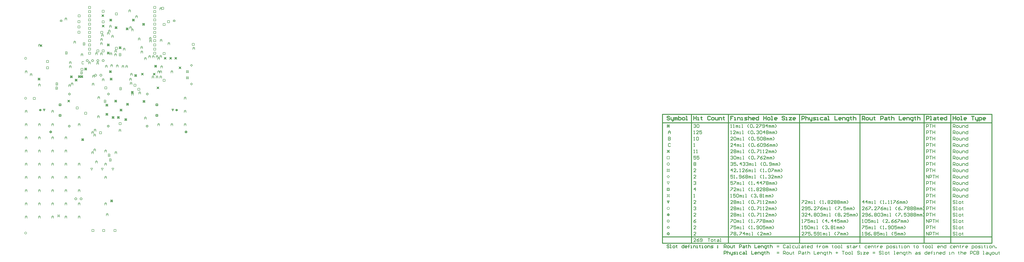
<source format=gbr>
%TF.GenerationSoftware,Altium Limited,Altium Designer,21.6.4 (81)*%
G04 Layer_Color=2752767*
%FSLAX26Y26*%
%MOIN*%
%TF.SameCoordinates,BD845C9F-3E28-4BEA-89B7-7B09B8E8D9D1*%
%TF.FilePolarity,Positive*%
%TF.FileFunction,Drawing*%
%TF.Part,Single*%
G01*
G75*
%TA.AperFunction,NonConductor*%
%ADD10C,0.008000*%
%ADD82C,0.010000*%
%ADD123C,0.004000*%
%ADD125C,0.005000*%
%ADD217C,0.006667*%
%ADD218C,0.016000*%
%ADD219C,0.004667*%
%ADD220C,0.014000*%
D10*
X12288000Y670000D02*
G03*
X12288000Y670000I-24000J0D01*
G01*
Y430000D02*
G03*
X12288000Y430000I-24000J0D01*
G01*
D82*
X12743876Y2249984D02*
X12753872Y2259981D01*
X12773866D01*
X12783863Y2249984D01*
Y2239987D01*
X12773866Y2229990D01*
X12763869D01*
X12773866D01*
X12783863Y2219994D01*
Y2209997D01*
X12773866Y2200000D01*
X12753872D01*
X12743876Y2209997D01*
X12803856Y2249984D02*
X12813853Y2259981D01*
X12833847D01*
X12843843Y2249984D01*
Y2209997D01*
X12833847Y2200000D01*
X12813853D01*
X12803856Y2209997D01*
Y2249984D01*
X13439689Y2200000D02*
X13459683D01*
X13449686D01*
Y2259981D01*
X13439689Y2249984D01*
X13489673Y2200000D02*
X13509667D01*
X13499670D01*
Y2259981D01*
X13489673Y2249984D01*
X13539657Y2200000D02*
Y2239987D01*
X13549654D01*
X13559650Y2229990D01*
Y2200000D01*
Y2229990D01*
X13569647Y2239987D01*
X13579644Y2229990D01*
Y2200000D01*
X13599638D02*
X13619631D01*
X13609634D01*
Y2239987D01*
X13599638D01*
X13649621Y2200000D02*
X13669615D01*
X13659618D01*
Y2259981D01*
X13649621D01*
X13779579Y2200000D02*
X13759586Y2219994D01*
Y2239987D01*
X13779579Y2259981D01*
X13809569Y2249984D02*
X13819566Y2259981D01*
X13839560D01*
X13849557Y2249984D01*
Y2209997D01*
X13839560Y2200000D01*
X13819566D01*
X13809569Y2209997D01*
Y2249984D01*
X13869550Y2200000D02*
Y2209997D01*
X13879547D01*
Y2200000D01*
X13869550D01*
X13959521D02*
X13919534D01*
X13959521Y2239987D01*
Y2249984D01*
X13949524Y2259981D01*
X13929531D01*
X13919534Y2249984D01*
X13979514Y2259981D02*
X14019502D01*
Y2249984D01*
X13979514Y2209997D01*
Y2200000D01*
X14039495Y2209997D02*
X14049492Y2200000D01*
X14069485D01*
X14079482Y2209997D01*
Y2249984D01*
X14069485Y2259981D01*
X14049492D01*
X14039495Y2249984D01*
Y2239987D01*
X14049492Y2229990D01*
X14079482D01*
X14129466Y2200000D02*
Y2259981D01*
X14099476Y2229990D01*
X14139463D01*
X14159456Y2200000D02*
Y2239987D01*
X14169453D01*
X14179450Y2229990D01*
Y2200000D01*
Y2229990D01*
X14189447Y2239987D01*
X14199443Y2229990D01*
Y2200000D01*
X14219437D02*
Y2239987D01*
X14229434D01*
X14239430Y2229990D01*
Y2200000D01*
Y2229990D01*
X14249427Y2239987D01*
X14259424Y2229990D01*
Y2200000D01*
X14279417D02*
X14299411Y2219994D01*
Y2239987D01*
X14279417Y2259981D01*
X17134609Y2200000D02*
Y2259981D01*
X17164600D01*
X17174597Y2249984D01*
Y2229990D01*
X17164600Y2219994D01*
X17134609D01*
X17194592Y2259981D02*
X17234577D01*
X17214584D01*
Y2200000D01*
X17254572Y2259981D02*
Y2200000D01*
Y2229990D01*
X17294558D01*
Y2259981D01*
Y2200000D01*
X17638487D02*
Y2259981D01*
X17668476D01*
X17678473Y2249984D01*
Y2229990D01*
X17668476Y2219994D01*
X17638487D01*
X17658480D02*
X17678473Y2200000D01*
X17708464D02*
X17728456D01*
X17738453Y2209997D01*
Y2229990D01*
X17728456Y2239987D01*
X17708464D01*
X17698465Y2229990D01*
Y2209997D01*
X17708464Y2200000D01*
X17758448Y2239987D02*
Y2209997D01*
X17768444Y2200000D01*
X17798433D01*
Y2239987D01*
X17818428Y2200000D02*
Y2239987D01*
X17848417D01*
X17858416Y2229990D01*
Y2200000D01*
X17918394Y2259981D02*
Y2200000D01*
X17888405D01*
X17878408Y2209997D01*
Y2229990D01*
X17888405Y2239987D01*
X17918394D01*
X12264000Y2080000D02*
Y2119987D01*
X12283994Y2139981D01*
X12303987Y2119987D01*
Y2080000D01*
Y2109990D01*
X12264000D01*
X12743876Y2080000D02*
X12763869D01*
X12753872D01*
Y2139981D01*
X12743876Y2129984D01*
X12833847Y2080000D02*
X12793860D01*
X12833847Y2119987D01*
Y2129984D01*
X12823850Y2139981D01*
X12803856D01*
X12793860Y2129984D01*
X12893827Y2139981D02*
X12853840D01*
Y2109990D01*
X12873834Y2119987D01*
X12883830D01*
X12893827Y2109990D01*
Y2089997D01*
X12883830Y2080000D01*
X12863837D01*
X12853840Y2089997D01*
X13439689Y2080000D02*
X13459683D01*
X13449686D01*
Y2139981D01*
X13439689Y2129984D01*
X13529660Y2080000D02*
X13489673D01*
X13529660Y2119987D01*
Y2129984D01*
X13519663Y2139981D01*
X13499670D01*
X13489673Y2129984D01*
X13549654Y2080000D02*
Y2119987D01*
X13559650D01*
X13569647Y2109990D01*
Y2080000D01*
Y2109990D01*
X13579644Y2119987D01*
X13589641Y2109990D01*
Y2080000D01*
X13609634D02*
X13629628D01*
X13619631D01*
Y2119987D01*
X13609634D01*
X13659618Y2080000D02*
X13679612D01*
X13669615D01*
Y2139981D01*
X13659618D01*
X13789576Y2080000D02*
X13769583Y2099994D01*
Y2119987D01*
X13789576Y2139981D01*
X13819566Y2129984D02*
X13829563Y2139981D01*
X13849557D01*
X13859553Y2129984D01*
Y2089997D01*
X13849557Y2080000D01*
X13829563D01*
X13819566Y2089997D01*
Y2129984D01*
X13879547Y2080000D02*
Y2089997D01*
X13889544D01*
Y2080000D01*
X13879547D01*
X13929531Y2129984D02*
X13939528Y2139981D01*
X13959521D01*
X13969518Y2129984D01*
Y2119987D01*
X13959521Y2109990D01*
X13949524D01*
X13959521D01*
X13969518Y2099994D01*
Y2089997D01*
X13959521Y2080000D01*
X13939528D01*
X13929531Y2089997D01*
X13989511Y2129984D02*
X13999508Y2139981D01*
X14019502D01*
X14029498Y2129984D01*
Y2089997D01*
X14019502Y2080000D01*
X13999508D01*
X13989511Y2089997D01*
Y2129984D01*
X14079482Y2080000D02*
Y2139981D01*
X14049492Y2109990D01*
X14089479D01*
X14109472Y2129984D02*
X14119469Y2139981D01*
X14139463D01*
X14149460Y2129984D01*
Y2119987D01*
X14139463Y2109990D01*
X14149460Y2099994D01*
Y2089997D01*
X14139463Y2080000D01*
X14119469D01*
X14109472Y2089997D01*
Y2099994D01*
X14119469Y2109990D01*
X14109472Y2119987D01*
Y2129984D01*
X14119469Y2109990D02*
X14139463D01*
X14169453Y2080000D02*
Y2119987D01*
X14179450D01*
X14189447Y2109990D01*
Y2080000D01*
Y2109990D01*
X14199443Y2119987D01*
X14209440Y2109990D01*
Y2080000D01*
X14229434D02*
Y2119987D01*
X14239431D01*
X14249427Y2109990D01*
Y2080000D01*
Y2109990D01*
X14259424Y2119987D01*
X14269421Y2109990D01*
Y2080000D01*
X14289414D02*
X14309408Y2099994D01*
Y2119987D01*
X14289414Y2139981D01*
X17134609Y2080000D02*
Y2139981D01*
X17164600D01*
X17174597Y2129984D01*
Y2109990D01*
X17164600Y2099994D01*
X17134609D01*
X17194592Y2139981D02*
X17234577D01*
X17214584D01*
Y2080000D01*
X17254572Y2139981D02*
Y2080000D01*
Y2109990D01*
X17294558D01*
Y2139981D01*
Y2080000D01*
X17638487D02*
Y2139981D01*
X17668476D01*
X17678473Y2129984D01*
Y2109990D01*
X17668476Y2099994D01*
X17638487D01*
X17658480D02*
X17678473Y2080000D01*
X17708464D02*
X17728456D01*
X17738453Y2089997D01*
Y2109990D01*
X17728456Y2119987D01*
X17708464D01*
X17698465Y2109990D01*
Y2089997D01*
X17708464Y2080000D01*
X17758448Y2119987D02*
Y2089997D01*
X17768444Y2080000D01*
X17798433D01*
Y2119987D01*
X17818428Y2080000D02*
Y2119987D01*
X17848417D01*
X17858416Y2109990D01*
Y2080000D01*
X17918394Y2139981D02*
Y2080000D01*
X17888405D01*
X17878408Y2089997D01*
Y2109990D01*
X17888405Y2119987D01*
X17918394D01*
X12264000Y2019981D02*
Y1960000D01*
X12293990D01*
X12303987Y1969997D01*
Y1979994D01*
X12293990Y1989990D01*
X12264000D01*
X12293990D01*
X12303987Y1999987D01*
Y2009984D01*
X12293990Y2019981D01*
X12264000D01*
X12743876Y1960000D02*
X12763869D01*
X12753872D01*
Y2019981D01*
X12743876Y2009984D01*
X12793860D02*
X12803856Y2019981D01*
X12823850D01*
X12833847Y2009984D01*
Y1969997D01*
X12823850Y1960000D01*
X12803856D01*
X12793860Y1969997D01*
Y2009984D01*
X13479676Y1960000D02*
X13439689D01*
X13479676Y1999987D01*
Y2009984D01*
X13469680Y2019981D01*
X13449686D01*
X13439689Y2009984D01*
X13499670D02*
X13509667Y2019981D01*
X13529660D01*
X13539657Y2009984D01*
Y1969997D01*
X13529660Y1960000D01*
X13509667D01*
X13499670Y1969997D01*
Y2009984D01*
X13559650Y1960000D02*
Y1999987D01*
X13569647D01*
X13579644Y1989990D01*
Y1960000D01*
Y1989990D01*
X13589641Y1999987D01*
X13599638Y1989990D01*
Y1960000D01*
X13619631D02*
X13639625D01*
X13629628D01*
Y1999987D01*
X13619631D01*
X13669615Y1960000D02*
X13689608D01*
X13679612D01*
Y2019981D01*
X13669615D01*
X13799573Y1960000D02*
X13779579Y1979994D01*
Y1999987D01*
X13799573Y2019981D01*
X13829563Y2009984D02*
X13839560Y2019981D01*
X13859553D01*
X13869550Y2009984D01*
Y1969997D01*
X13859553Y1960000D01*
X13839560D01*
X13829563Y1969997D01*
Y2009984D01*
X13889544Y1960000D02*
Y1969997D01*
X13899540D01*
Y1960000D01*
X13889544D01*
X13979515Y2019981D02*
X13939528D01*
Y1989990D01*
X13959521Y1999987D01*
X13969518D01*
X13979515Y1989990D01*
Y1969997D01*
X13969518Y1960000D01*
X13949524D01*
X13939528Y1969997D01*
X13999508Y2009984D02*
X14009505Y2019981D01*
X14029498D01*
X14039495Y2009984D01*
Y1969997D01*
X14029498Y1960000D01*
X14009505D01*
X13999508Y1969997D01*
Y2009984D01*
X14059489D02*
X14069486Y2019981D01*
X14089479D01*
X14099476Y2009984D01*
Y1999987D01*
X14089479Y1989990D01*
X14099476Y1979994D01*
Y1969997D01*
X14089479Y1960000D01*
X14069486D01*
X14059489Y1969997D01*
Y1979994D01*
X14069486Y1989990D01*
X14059489Y1999987D01*
Y2009984D01*
X14069486Y1989990D02*
X14089479D01*
X14119469Y1960000D02*
Y1999987D01*
X14129466D01*
X14139463Y1989990D01*
Y1960000D01*
Y1989990D01*
X14149460Y1999987D01*
X14159456Y1989990D01*
Y1960000D01*
X14179450D02*
Y1999987D01*
X14189447D01*
X14199443Y1989990D01*
Y1960000D01*
Y1989990D01*
X14209440Y1999987D01*
X14219437Y1989990D01*
Y1960000D01*
X14239431D02*
X14259424Y1979994D01*
Y1999987D01*
X14239431Y2019981D01*
X17134609Y1960000D02*
Y2019981D01*
X17164600D01*
X17174597Y2009984D01*
Y1989990D01*
X17164600Y1979994D01*
X17134609D01*
X17194592Y2019981D02*
X17234577D01*
X17214584D01*
Y1960000D01*
X17254572Y2019981D02*
Y1960000D01*
Y1989990D01*
X17294558D01*
Y2019981D01*
Y1960000D01*
X17638487D02*
Y2019981D01*
X17668476D01*
X17678473Y2009984D01*
Y1989990D01*
X17668476Y1979994D01*
X17638487D01*
X17658480D02*
X17678473Y1960000D01*
X17708464D02*
X17728456D01*
X17738453Y1969997D01*
Y1989990D01*
X17728456Y1999987D01*
X17708464D01*
X17698465Y1989990D01*
Y1969997D01*
X17708464Y1960000D01*
X17758448Y1999987D02*
Y1969997D01*
X17768444Y1960000D01*
X17798433D01*
Y1999987D01*
X17818428Y1960000D02*
Y1999987D01*
X17848417D01*
X17858416Y1989990D01*
Y1960000D01*
X17918394Y2019981D02*
Y1960000D01*
X17888405D01*
X17878408Y1969997D01*
Y1989990D01*
X17888405Y1999987D01*
X17918394D01*
X12303987Y1889984D02*
X12293990Y1899981D01*
X12273997D01*
X12264000Y1889984D01*
Y1849997D01*
X12273997Y1840000D01*
X12293990D01*
X12303987Y1849997D01*
X12743876Y1840000D02*
X12763869D01*
X12753872D01*
Y1899981D01*
X12743876Y1889984D01*
X13479676Y1840000D02*
X13439689D01*
X13479676Y1879987D01*
Y1889984D01*
X13469680Y1899981D01*
X13449686D01*
X13439689Y1889984D01*
X13529660Y1840000D02*
Y1899981D01*
X13499670Y1869990D01*
X13539657D01*
X13559650Y1840000D02*
Y1879987D01*
X13569647D01*
X13579644Y1869990D01*
Y1840000D01*
Y1869990D01*
X13589641Y1879987D01*
X13599638Y1869990D01*
Y1840000D01*
X13619631D02*
X13639625D01*
X13629628D01*
Y1879987D01*
X13619631D01*
X13669615Y1840000D02*
X13689608D01*
X13679612D01*
Y1899981D01*
X13669615D01*
X13799573Y1840000D02*
X13779579Y1859994D01*
Y1879987D01*
X13799573Y1899981D01*
X13829563Y1889984D02*
X13839560Y1899981D01*
X13859553D01*
X13869550Y1889984D01*
Y1849997D01*
X13859553Y1840000D01*
X13839560D01*
X13829563Y1849997D01*
Y1889984D01*
X13889544Y1840000D02*
Y1849997D01*
X13899540D01*
Y1840000D01*
X13889544D01*
X13979515Y1899981D02*
X13959521Y1889984D01*
X13939528Y1869990D01*
Y1849997D01*
X13949524Y1840000D01*
X13969518D01*
X13979515Y1849997D01*
Y1859994D01*
X13969518Y1869990D01*
X13939528D01*
X13999508Y1889984D02*
X14009505Y1899981D01*
X14029498D01*
X14039495Y1889984D01*
Y1849997D01*
X14029498Y1840000D01*
X14009505D01*
X13999508Y1849997D01*
Y1889984D01*
X14059489Y1849997D02*
X14069486Y1840000D01*
X14089479D01*
X14099476Y1849997D01*
Y1889984D01*
X14089479Y1899981D01*
X14069486D01*
X14059489Y1889984D01*
Y1879987D01*
X14069486Y1869990D01*
X14099476D01*
X14159456Y1899981D02*
X14139463Y1889984D01*
X14119469Y1869990D01*
Y1849997D01*
X14129466Y1840000D01*
X14149460D01*
X14159456Y1849997D01*
Y1859994D01*
X14149460Y1869990D01*
X14119469D01*
X14179450Y1840000D02*
Y1879987D01*
X14189447D01*
X14199443Y1869990D01*
Y1840000D01*
Y1869990D01*
X14209440Y1879987D01*
X14219437Y1869990D01*
Y1840000D01*
X14239431D02*
Y1879987D01*
X14249427D01*
X14259424Y1869990D01*
Y1840000D01*
Y1869990D01*
X14269421Y1879987D01*
X14279418Y1869990D01*
Y1840000D01*
X14299411D02*
X14319405Y1859994D01*
Y1879987D01*
X14299411Y1899981D01*
X17134609Y1840000D02*
Y1899981D01*
X17164600D01*
X17174597Y1889984D01*
Y1869990D01*
X17164600Y1859994D01*
X17134609D01*
X17194592Y1899981D02*
X17234577D01*
X17214584D01*
Y1840000D01*
X17254572Y1899981D02*
Y1840000D01*
Y1869990D01*
X17294558D01*
Y1899981D01*
Y1840000D01*
X17638487D02*
Y1899981D01*
X17668476D01*
X17678473Y1889984D01*
Y1869990D01*
X17668476Y1859994D01*
X17638487D01*
X17658480D02*
X17678473Y1840000D01*
X17708464D02*
X17728456D01*
X17738453Y1849997D01*
Y1869990D01*
X17728456Y1879987D01*
X17708464D01*
X17698465Y1869990D01*
Y1849997D01*
X17708464Y1840000D01*
X17758448Y1879987D02*
Y1849997D01*
X17768444Y1840000D01*
X17798433D01*
Y1879987D01*
X17818428Y1840000D02*
Y1879987D01*
X17848417D01*
X17858416Y1869990D01*
Y1840000D01*
X17918394Y1899981D02*
Y1840000D01*
X17888405D01*
X17878408Y1849997D01*
Y1869990D01*
X17888405Y1879987D01*
X17918394D01*
X12743876Y1720000D02*
X12763869D01*
X12753872D01*
Y1779981D01*
X12743876Y1769984D01*
X12793860Y1720000D02*
X12813853D01*
X12803856D01*
Y1779981D01*
X12793860Y1769984D01*
X13479676Y1720000D02*
X13439689D01*
X13479676Y1759987D01*
Y1769984D01*
X13469680Y1779981D01*
X13449686D01*
X13439689Y1769984D01*
X13499670D02*
X13509667Y1779981D01*
X13529660D01*
X13539657Y1769984D01*
Y1759987D01*
X13529660Y1749990D01*
X13539657Y1739994D01*
Y1729997D01*
X13529660Y1720000D01*
X13509667D01*
X13499670Y1729997D01*
Y1739994D01*
X13509667Y1749990D01*
X13499670Y1759987D01*
Y1769984D01*
X13509667Y1749990D02*
X13529660D01*
X13559650Y1720000D02*
Y1759987D01*
X13569647D01*
X13579644Y1749990D01*
Y1720000D01*
Y1749990D01*
X13589641Y1759987D01*
X13599638Y1749990D01*
Y1720000D01*
X13619631D02*
X13639625D01*
X13629628D01*
Y1759987D01*
X13619631D01*
X13669615Y1720000D02*
X13689608D01*
X13679612D01*
Y1779981D01*
X13669615D01*
X13799573Y1720000D02*
X13779579Y1739994D01*
Y1759987D01*
X13799573Y1779981D01*
X13829563Y1769984D02*
X13839560Y1779981D01*
X13859553D01*
X13869550Y1769984D01*
Y1729997D01*
X13859553Y1720000D01*
X13839560D01*
X13829563Y1729997D01*
Y1769984D01*
X13889544Y1720000D02*
Y1729997D01*
X13899540D01*
Y1720000D01*
X13889544D01*
X13939528Y1779981D02*
X13979515D01*
Y1769984D01*
X13939528Y1729997D01*
Y1720000D01*
X13999508D02*
X14019502D01*
X14009505D01*
Y1779981D01*
X13999508Y1769984D01*
X14049492Y1720000D02*
X14069485D01*
X14059489D01*
Y1779981D01*
X14049492Y1769984D01*
X14139463Y1720000D02*
X14099476D01*
X14139463Y1759987D01*
Y1769984D01*
X14129466Y1779981D01*
X14109472D01*
X14099476Y1769984D01*
X14159456Y1720000D02*
Y1759987D01*
X14169453D01*
X14179450Y1749990D01*
Y1720000D01*
Y1749990D01*
X14189447Y1759987D01*
X14199443Y1749990D01*
Y1720000D01*
X14219437D02*
Y1759987D01*
X14229434D01*
X14239430Y1749990D01*
Y1720000D01*
Y1749990D01*
X14249427Y1759987D01*
X14259424Y1749990D01*
Y1720000D01*
X14279417D02*
X14299411Y1739994D01*
Y1759987D01*
X14279417Y1779981D01*
X17134609Y1720000D02*
Y1779981D01*
X17164600D01*
X17174597Y1769984D01*
Y1749990D01*
X17164600Y1739994D01*
X17134609D01*
X17194592Y1779981D02*
X17234577D01*
X17214584D01*
Y1720000D01*
X17254572Y1779981D02*
Y1720000D01*
Y1749990D01*
X17294558D01*
Y1779981D01*
Y1720000D01*
X17638487D02*
Y1779981D01*
X17668476D01*
X17678473Y1769984D01*
Y1749990D01*
X17668476Y1739994D01*
X17638487D01*
X17658480D02*
X17678473Y1720000D01*
X17708464D02*
X17728456D01*
X17738453Y1729997D01*
Y1749990D01*
X17728456Y1759987D01*
X17708464D01*
X17698465Y1749990D01*
Y1729997D01*
X17708464Y1720000D01*
X17758448Y1759987D02*
Y1729997D01*
X17768444Y1720000D01*
X17798433D01*
Y1759987D01*
X17818428Y1720000D02*
Y1759987D01*
X17848417D01*
X17858416Y1749990D01*
Y1720000D01*
X17918394Y1779981D02*
Y1720000D01*
X17888405D01*
X17878408Y1729997D01*
Y1749990D01*
X17888405Y1759987D01*
X17918394D01*
X12783863Y1659981D02*
X12743876D01*
Y1629990D01*
X12763869Y1639987D01*
X12773866D01*
X12783863Y1629990D01*
Y1609997D01*
X12773866Y1600000D01*
X12753872D01*
X12743876Y1609997D01*
X12843843Y1659981D02*
X12803856D01*
Y1629990D01*
X12823850Y1639987D01*
X12833847D01*
X12843843Y1629990D01*
Y1609997D01*
X12833847Y1600000D01*
X12813853D01*
X12803856Y1609997D01*
X13439689Y1649984D02*
X13449686Y1659981D01*
X13469680D01*
X13479676Y1649984D01*
Y1639987D01*
X13469680Y1629990D01*
X13459683D01*
X13469680D01*
X13479676Y1619994D01*
Y1609997D01*
X13469680Y1600000D01*
X13449686D01*
X13439689Y1609997D01*
X13499670Y1649984D02*
X13509667Y1659981D01*
X13529660D01*
X13539657Y1649984D01*
Y1609997D01*
X13529660Y1600000D01*
X13509667D01*
X13499670Y1609997D01*
Y1649984D01*
X13559650Y1600000D02*
Y1639987D01*
X13569647D01*
X13579644Y1629990D01*
Y1600000D01*
Y1629990D01*
X13589641Y1639987D01*
X13599638Y1629990D01*
Y1600000D01*
X13619631D02*
X13639625D01*
X13629628D01*
Y1639987D01*
X13619631D01*
X13669615Y1600000D02*
X13689608D01*
X13679612D01*
Y1659981D01*
X13669615D01*
X13799573Y1600000D02*
X13779579Y1619994D01*
Y1639987D01*
X13799573Y1659981D01*
X13829563Y1649984D02*
X13839560Y1659981D01*
X13859553D01*
X13869550Y1649984D01*
Y1609997D01*
X13859553Y1600000D01*
X13839560D01*
X13829563Y1609997D01*
Y1649984D01*
X13889544Y1600000D02*
Y1609997D01*
X13899540D01*
Y1600000D01*
X13889544D01*
X13939528Y1659981D02*
X13979515D01*
Y1649984D01*
X13939528Y1609997D01*
Y1600000D01*
X14039495Y1659981D02*
X14019502Y1649984D01*
X13999508Y1629990D01*
Y1609997D01*
X14009505Y1600000D01*
X14029498D01*
X14039495Y1609997D01*
Y1619994D01*
X14029498Y1629990D01*
X13999508D01*
X14099476Y1600000D02*
X14059489D01*
X14099476Y1639987D01*
Y1649984D01*
X14089479Y1659981D01*
X14069486D01*
X14059489Y1649984D01*
X14119469Y1600000D02*
Y1639987D01*
X14129466D01*
X14139463Y1629990D01*
Y1600000D01*
Y1629990D01*
X14149460Y1639987D01*
X14159456Y1629990D01*
Y1600000D01*
X14179450D02*
Y1639987D01*
X14189447D01*
X14199443Y1629990D01*
Y1600000D01*
Y1629990D01*
X14209440Y1639987D01*
X14219437Y1629990D01*
Y1600000D01*
X14239431D02*
X14259424Y1619994D01*
Y1639987D01*
X14239431Y1659981D01*
X17134609Y1600000D02*
Y1659981D01*
X17164600D01*
X17174597Y1649984D01*
Y1629990D01*
X17164600Y1619994D01*
X17134609D01*
X17194592Y1659981D02*
X17234577D01*
X17214584D01*
Y1600000D01*
X17254572Y1659981D02*
Y1600000D01*
Y1629990D01*
X17294558D01*
Y1659981D01*
Y1600000D01*
X17638487D02*
Y1659981D01*
X17668476D01*
X17678473Y1649984D01*
Y1629990D01*
X17668476Y1619994D01*
X17638487D01*
X17658480D02*
X17678473Y1600000D01*
X17708464D02*
X17728456D01*
X17738453Y1609997D01*
Y1629990D01*
X17728456Y1639987D01*
X17708464D01*
X17698465Y1629990D01*
Y1609997D01*
X17708464Y1600000D01*
X17758448Y1639987D02*
Y1609997D01*
X17768444Y1600000D01*
X17798433D01*
Y1639987D01*
X17818428Y1600000D02*
Y1639987D01*
X17848417D01*
X17858416Y1629990D01*
Y1600000D01*
X17918394Y1659981D02*
Y1600000D01*
X17888405D01*
X17878408Y1609997D01*
Y1629990D01*
X17888405Y1639987D01*
X17918394D01*
X12743876Y1529984D02*
X12753872Y1539981D01*
X12773866D01*
X12783863Y1529984D01*
Y1519987D01*
X12773866Y1509990D01*
X12783863Y1499994D01*
Y1489997D01*
X12773866Y1480000D01*
X12753872D01*
X12743876Y1489997D01*
Y1499994D01*
X12753872Y1509990D01*
X12743876Y1519987D01*
Y1529984D01*
X12753872Y1509990D02*
X12773866D01*
X13439689Y1529984D02*
X13449686Y1539981D01*
X13469680D01*
X13479676Y1529984D01*
Y1519987D01*
X13469680Y1509990D01*
X13459683D01*
X13469680D01*
X13479676Y1499994D01*
Y1489997D01*
X13469680Y1480000D01*
X13449686D01*
X13439689Y1489997D01*
X13539657Y1539981D02*
X13499670D01*
Y1509990D01*
X13519663Y1519987D01*
X13529660D01*
X13539657Y1509990D01*
Y1489997D01*
X13529660Y1480000D01*
X13509667D01*
X13499670Y1489997D01*
X13559650Y1480000D02*
Y1489997D01*
X13569647D01*
Y1480000D01*
X13559650D01*
X13639625D02*
Y1539981D01*
X13609634Y1509990D01*
X13649621D01*
X13669615Y1529984D02*
X13679612Y1539981D01*
X13699605D01*
X13709602Y1529984D01*
Y1519987D01*
X13699605Y1509990D01*
X13689608D01*
X13699605D01*
X13709602Y1499994D01*
Y1489997D01*
X13699605Y1480000D01*
X13679612D01*
X13669615Y1489997D01*
X13729595Y1529984D02*
X13739592Y1539981D01*
X13759586D01*
X13769583Y1529984D01*
Y1519987D01*
X13759586Y1509990D01*
X13749589D01*
X13759586D01*
X13769583Y1499994D01*
Y1489997D01*
X13759586Y1480000D01*
X13739592D01*
X13729595Y1489997D01*
X13789576Y1480000D02*
Y1519987D01*
X13799573D01*
X13809570Y1509990D01*
Y1480000D01*
Y1509990D01*
X13819566Y1519987D01*
X13829563Y1509990D01*
Y1480000D01*
X13849557D02*
X13869550D01*
X13859553D01*
Y1519987D01*
X13849557D01*
X13899540Y1480000D02*
X13919534D01*
X13909537D01*
Y1539981D01*
X13899540D01*
X14029498Y1480000D02*
X14009505Y1499994D01*
Y1519987D01*
X14029498Y1539981D01*
X14059489Y1529984D02*
X14069486Y1539981D01*
X14089479D01*
X14099476Y1529984D01*
Y1489997D01*
X14089479Y1480000D01*
X14069486D01*
X14059489Y1489997D01*
Y1529984D01*
X14119469Y1480000D02*
Y1489997D01*
X14129466D01*
Y1480000D01*
X14119469D01*
X14169453Y1489997D02*
X14179450Y1480000D01*
X14199443D01*
X14209440Y1489997D01*
Y1529984D01*
X14199443Y1539981D01*
X14179450D01*
X14169453Y1529984D01*
Y1519987D01*
X14179450Y1509990D01*
X14209440D01*
X14229434Y1480000D02*
Y1519987D01*
X14239431D01*
X14249427Y1509990D01*
Y1480000D01*
Y1509990D01*
X14259424Y1519987D01*
X14269421Y1509990D01*
Y1480000D01*
X14289414D02*
Y1519987D01*
X14299411D01*
X14309408Y1509990D01*
Y1480000D01*
Y1509990D01*
X14319405Y1519987D01*
X14329401Y1509990D01*
Y1480000D01*
X14349395D02*
X14369388Y1499994D01*
Y1519987D01*
X14349395Y1539981D01*
X17134609Y1480000D02*
Y1539981D01*
X17164600D01*
X17174597Y1529984D01*
Y1509990D01*
X17164600Y1499994D01*
X17134609D01*
X17194592Y1539981D02*
X17234577D01*
X17214584D01*
Y1480000D01*
X17254572Y1539981D02*
Y1480000D01*
Y1509990D01*
X17294558D01*
Y1539981D01*
Y1480000D01*
X17638487D02*
Y1539981D01*
X17668476D01*
X17678473Y1529984D01*
Y1509990D01*
X17668476Y1499994D01*
X17638487D01*
X17658480D02*
X17678473Y1480000D01*
X17708464D02*
X17728456D01*
X17738453Y1489997D01*
Y1509990D01*
X17728456Y1519987D01*
X17708464D01*
X17698465Y1509990D01*
Y1489997D01*
X17708464Y1480000D01*
X17758448Y1519987D02*
Y1489997D01*
X17768444Y1480000D01*
X17798433D01*
Y1519987D01*
X17818428Y1480000D02*
Y1519987D01*
X17848417D01*
X17858416Y1509990D01*
Y1480000D01*
X17918394Y1539981D02*
Y1480000D01*
X17888405D01*
X17878408Y1489997D01*
Y1509990D01*
X17888405Y1519987D01*
X17918394D01*
X12783863Y1360000D02*
X12743876D01*
X12783863Y1399987D01*
Y1409984D01*
X12773866Y1419981D01*
X12753872D01*
X12743876Y1409984D01*
X13469680Y1360000D02*
Y1419981D01*
X13439689Y1389990D01*
X13479676D01*
X13539657Y1360000D02*
X13499670D01*
X13539657Y1399987D01*
Y1409984D01*
X13529660Y1419981D01*
X13509667D01*
X13499670Y1409984D01*
X13559650Y1360000D02*
Y1369997D01*
X13569647D01*
Y1360000D01*
X13559650D01*
X13609634D02*
X13629628D01*
X13619631D01*
Y1419981D01*
X13609634Y1409984D01*
X13699605Y1360000D02*
X13659618D01*
X13699605Y1399987D01*
Y1409984D01*
X13689608Y1419981D01*
X13669615D01*
X13659618Y1409984D01*
X13759586Y1419981D02*
X13739592Y1409984D01*
X13719599Y1389990D01*
Y1369997D01*
X13729595Y1360000D01*
X13749589D01*
X13759586Y1369997D01*
Y1379994D01*
X13749589Y1389990D01*
X13719599D01*
X13779579Y1360000D02*
Y1399987D01*
X13789576D01*
X13799573Y1389990D01*
Y1360000D01*
Y1389990D01*
X13809570Y1399987D01*
X13819566Y1389990D01*
Y1360000D01*
X13839560D02*
X13859553D01*
X13849557D01*
Y1399987D01*
X13839560D01*
X13889544Y1360000D02*
X13909537D01*
X13899540D01*
Y1419981D01*
X13889544D01*
X14019502Y1360000D02*
X13999508Y1379994D01*
Y1399987D01*
X14019502Y1419981D01*
X14049492Y1360000D02*
X14069485D01*
X14059489D01*
Y1419981D01*
X14049492Y1409984D01*
X14099476Y1360000D02*
Y1369997D01*
X14109472D01*
Y1360000D01*
X14099476D01*
X14149460Y1409984D02*
X14159456Y1419981D01*
X14179450D01*
X14189447Y1409984D01*
Y1369997D01*
X14179450Y1360000D01*
X14159456D01*
X14149460Y1369997D01*
Y1409984D01*
X14209440Y1419981D02*
X14249427D01*
Y1409984D01*
X14209440Y1369997D01*
Y1360000D01*
X14269421D02*
Y1399987D01*
X14279417D01*
X14289414Y1389990D01*
Y1360000D01*
Y1389990D01*
X14299411Y1399987D01*
X14309408Y1389990D01*
Y1360000D01*
X14329401D02*
Y1399987D01*
X14339398D01*
X14349395Y1389990D01*
Y1360000D01*
Y1389990D01*
X14359392Y1399987D01*
X14369388Y1389990D01*
Y1360000D01*
X14389382D02*
X14409375Y1379994D01*
Y1399987D01*
X14389382Y1419981D01*
X17134609Y1360000D02*
Y1419981D01*
X17164600D01*
X17174597Y1409984D01*
Y1389990D01*
X17164600Y1379994D01*
X17134609D01*
X17194592Y1419981D02*
X17234577D01*
X17214584D01*
Y1360000D01*
X17254572Y1419981D02*
Y1360000D01*
Y1389990D01*
X17294558D01*
Y1419981D01*
Y1360000D01*
X17638487D02*
Y1419981D01*
X17668476D01*
X17678473Y1409984D01*
Y1389990D01*
X17668476Y1379994D01*
X17638487D01*
X17658480D02*
X17678473Y1360000D01*
X17708464D02*
X17728456D01*
X17738453Y1369997D01*
Y1389990D01*
X17728456Y1399987D01*
X17708464D01*
X17698465Y1389990D01*
Y1369997D01*
X17708464Y1360000D01*
X17758448Y1399987D02*
Y1369997D01*
X17768444Y1360000D01*
X17798433D01*
Y1399987D01*
X17818428Y1360000D02*
Y1399987D01*
X17848417D01*
X17858416Y1389990D01*
Y1360000D01*
X17918394Y1419981D02*
Y1360000D01*
X17888405D01*
X17878408Y1369997D01*
Y1389990D01*
X17888405Y1399987D01*
X17918394D01*
X12783863Y1240000D02*
X12743876D01*
X12783863Y1279987D01*
Y1289984D01*
X12773866Y1299981D01*
X12753872D01*
X12743876Y1289984D01*
X13479676Y1299981D02*
X13439689D01*
Y1269990D01*
X13459683Y1279987D01*
X13469680D01*
X13479676Y1269990D01*
Y1249997D01*
X13469680Y1240000D01*
X13449686D01*
X13439689Y1249997D01*
X13499670Y1240000D02*
X13519663D01*
X13509667D01*
Y1299981D01*
X13499670Y1289984D01*
X13549654Y1240000D02*
Y1249997D01*
X13559650D01*
Y1240000D01*
X13549654D01*
X13599638Y1249997D02*
X13609634Y1240000D01*
X13629628D01*
X13639625Y1249997D01*
Y1289984D01*
X13629628Y1299981D01*
X13609634D01*
X13599638Y1289984D01*
Y1279987D01*
X13609634Y1269990D01*
X13639625D01*
X13699605Y1299981D02*
X13679612Y1289984D01*
X13659618Y1269990D01*
Y1249997D01*
X13669615Y1240000D01*
X13689608D01*
X13699605Y1249997D01*
Y1259994D01*
X13689608Y1269990D01*
X13659618D01*
X13719599Y1289984D02*
X13729595Y1299981D01*
X13749589D01*
X13759586Y1289984D01*
Y1279987D01*
X13749589Y1269990D01*
X13759586Y1259994D01*
Y1249997D01*
X13749589Y1240000D01*
X13729595D01*
X13719599Y1249997D01*
Y1259994D01*
X13729595Y1269990D01*
X13719599Y1279987D01*
Y1289984D01*
X13729595Y1269990D02*
X13749589D01*
X13779579Y1240000D02*
Y1279987D01*
X13789576D01*
X13799573Y1269990D01*
Y1240000D01*
Y1269990D01*
X13809570Y1279987D01*
X13819566Y1269990D01*
Y1240000D01*
X13839560D02*
X13859553D01*
X13849557D01*
Y1279987D01*
X13839560D01*
X13889544Y1240000D02*
X13909537D01*
X13899540D01*
Y1299981D01*
X13889544D01*
X14019502Y1240000D02*
X13999508Y1259994D01*
Y1279987D01*
X14019502Y1299981D01*
X14049492Y1240000D02*
X14069485D01*
X14059489D01*
Y1299981D01*
X14049492Y1289984D01*
X14099476Y1240000D02*
Y1249997D01*
X14109472D01*
Y1240000D01*
X14099476D01*
X14149460Y1289984D02*
X14159456Y1299981D01*
X14179450D01*
X14189447Y1289984D01*
Y1279987D01*
X14179450Y1269990D01*
X14169453D01*
X14179450D01*
X14189447Y1259994D01*
Y1249997D01*
X14179450Y1240000D01*
X14159456D01*
X14149460Y1249997D01*
X14249427Y1240000D02*
X14209440D01*
X14249427Y1279987D01*
Y1289984D01*
X14239430Y1299981D01*
X14219437D01*
X14209440Y1289984D01*
X14269421Y1240000D02*
Y1279987D01*
X14279417D01*
X14289414Y1269990D01*
Y1240000D01*
Y1269990D01*
X14299411Y1279987D01*
X14309408Y1269990D01*
Y1240000D01*
X14329401D02*
Y1279987D01*
X14339398D01*
X14349395Y1269990D01*
Y1240000D01*
Y1269990D01*
X14359392Y1279987D01*
X14369388Y1269990D01*
Y1240000D01*
X14389382D02*
X14409375Y1259994D01*
Y1279987D01*
X14389382Y1299981D01*
X17134609Y1240000D02*
Y1299981D01*
X17174597Y1240000D01*
Y1299981D01*
X17194592Y1240000D02*
Y1299981D01*
X17224581D01*
X17234577Y1289984D01*
Y1269990D01*
X17224581Y1259994D01*
X17194592D01*
X17254572Y1299981D02*
X17294558D01*
X17274565D01*
Y1240000D01*
X17314552Y1299981D02*
Y1240000D01*
Y1269990D01*
X17354540D01*
Y1299981D01*
Y1240000D01*
X17638487D02*
Y1299981D01*
X17668476D01*
X17678473Y1289984D01*
Y1269990D01*
X17668476Y1259994D01*
X17638487D01*
X17658480D02*
X17678473Y1240000D01*
X17708464D02*
X17728456D01*
X17738453Y1249997D01*
Y1269990D01*
X17728456Y1279987D01*
X17708464D01*
X17698465Y1269990D01*
Y1249997D01*
X17708464Y1240000D01*
X17758448Y1279987D02*
Y1249997D01*
X17768444Y1240000D01*
X17798433D01*
Y1279987D01*
X17818428Y1240000D02*
Y1279987D01*
X17848417D01*
X17858416Y1269990D01*
Y1240000D01*
X17918394Y1299981D02*
Y1240000D01*
X17888405D01*
X17878408Y1249997D01*
Y1269990D01*
X17888405Y1279987D01*
X17918394D01*
X12743876Y1169984D02*
X12753872Y1179981D01*
X12773866D01*
X12783863Y1169984D01*
Y1159987D01*
X12773866Y1149990D01*
X12763869D01*
X12773866D01*
X12783863Y1139994D01*
Y1129997D01*
X12773866Y1120000D01*
X12753872D01*
X12743876Y1129997D01*
X13479676Y1179981D02*
X13439689D01*
Y1149990D01*
X13459683Y1159987D01*
X13469680D01*
X13479676Y1149990D01*
Y1129997D01*
X13469680Y1120000D01*
X13449686D01*
X13439689Y1129997D01*
X13499670Y1179981D02*
X13539657D01*
Y1169984D01*
X13499670Y1129997D01*
Y1120000D01*
X13559650D02*
Y1159987D01*
X13569647D01*
X13579644Y1149990D01*
Y1120000D01*
Y1149990D01*
X13589641Y1159987D01*
X13599638Y1149990D01*
Y1120000D01*
X13619631D02*
X13639625D01*
X13629628D01*
Y1159987D01*
X13619631D01*
X13669615Y1120000D02*
X13689608D01*
X13679612D01*
Y1179981D01*
X13669615D01*
X13799573Y1120000D02*
X13779579Y1139994D01*
Y1159987D01*
X13799573Y1179981D01*
X13829563Y1120000D02*
X13849557D01*
X13839560D01*
Y1179981D01*
X13829563Y1169984D01*
X13879547Y1120000D02*
Y1129997D01*
X13889544D01*
Y1120000D01*
X13879547D01*
X13959521D02*
Y1179981D01*
X13929531Y1149990D01*
X13969518D01*
X14019502Y1120000D02*
Y1179981D01*
X13989511Y1149990D01*
X14029498D01*
X14049492Y1179981D02*
X14089479D01*
Y1169984D01*
X14049492Y1129997D01*
Y1120000D01*
X14109472Y1169984D02*
X14119469Y1179981D01*
X14139463D01*
X14149460Y1169984D01*
Y1159987D01*
X14139463Y1149990D01*
X14149460Y1139994D01*
Y1129997D01*
X14139463Y1120000D01*
X14119469D01*
X14109472Y1129997D01*
Y1139994D01*
X14119469Y1149990D01*
X14109472Y1159987D01*
Y1169984D01*
X14119469Y1149990D02*
X14139463D01*
X14169453Y1120000D02*
Y1159987D01*
X14179450D01*
X14189447Y1149990D01*
Y1120000D01*
Y1149990D01*
X14199443Y1159987D01*
X14209440Y1149990D01*
Y1120000D01*
X14229434D02*
Y1159987D01*
X14239431D01*
X14249427Y1149990D01*
Y1120000D01*
Y1149990D01*
X14259424Y1159987D01*
X14269421Y1149990D01*
Y1120000D01*
X14289414D02*
X14309408Y1139994D01*
Y1159987D01*
X14289414Y1179981D01*
X17134609Y1120000D02*
Y1179981D01*
X17164600D01*
X17174597Y1169984D01*
Y1149990D01*
X17164600Y1139994D01*
X17134609D01*
X17194592Y1179981D02*
X17234577D01*
X17214584D01*
Y1120000D01*
X17254572Y1179981D02*
Y1120000D01*
Y1149990D01*
X17294558D01*
Y1179981D01*
Y1120000D01*
X17638487D02*
Y1179981D01*
X17668476D01*
X17678473Y1169984D01*
Y1149990D01*
X17668476Y1139994D01*
X17638487D01*
X17658480D02*
X17678473Y1120000D01*
X17708464D02*
X17728456D01*
X17738453Y1129997D01*
Y1149990D01*
X17728456Y1159987D01*
X17708464D01*
X17698465Y1149990D01*
Y1129997D01*
X17708464Y1120000D01*
X17758448Y1159987D02*
Y1129997D01*
X17768444Y1120000D01*
X17798433D01*
Y1159987D01*
X17818428Y1120000D02*
Y1159987D01*
X17848417D01*
X17858416Y1149990D01*
Y1120000D01*
X17918394Y1179981D02*
Y1120000D01*
X17888405D01*
X17878408Y1129997D01*
Y1149990D01*
X17888405Y1159987D01*
X17918394D01*
X12773866Y1000000D02*
Y1059981D01*
X12743876Y1029990D01*
X12783863D01*
X13439689Y1059981D02*
X13479676D01*
Y1049984D01*
X13439689Y1009997D01*
Y1000000D01*
X13539657D02*
X13499670D01*
X13539657Y1039987D01*
Y1049984D01*
X13529660Y1059981D01*
X13509667D01*
X13499670Y1049984D01*
X13559650Y1000000D02*
Y1039987D01*
X13569647D01*
X13579644Y1029990D01*
Y1000000D01*
Y1029990D01*
X13589641Y1039987D01*
X13599638Y1029990D01*
Y1000000D01*
X13619631D02*
X13639625D01*
X13629628D01*
Y1039987D01*
X13619631D01*
X13669615Y1000000D02*
X13689608D01*
X13679612D01*
Y1059981D01*
X13669615D01*
X13799573Y1000000D02*
X13779579Y1019994D01*
Y1039987D01*
X13799573Y1059981D01*
X13829563Y1000000D02*
X13849557D01*
X13839560D01*
Y1059981D01*
X13829563Y1049984D01*
X13879547Y1000000D02*
Y1009997D01*
X13889544D01*
Y1000000D01*
X13879547D01*
X13929531Y1049984D02*
X13939528Y1059981D01*
X13959521D01*
X13969518Y1049984D01*
Y1039987D01*
X13959521Y1029990D01*
X13969518Y1019994D01*
Y1009997D01*
X13959521Y1000000D01*
X13939528D01*
X13929531Y1009997D01*
Y1019994D01*
X13939528Y1029990D01*
X13929531Y1039987D01*
Y1049984D01*
X13939528Y1029990D02*
X13959521D01*
X14029498Y1000000D02*
X13989511D01*
X14029498Y1039987D01*
Y1049984D01*
X14019502Y1059981D01*
X13999508D01*
X13989511Y1049984D01*
X14049492D02*
X14059489Y1059981D01*
X14079482D01*
X14089479Y1049984D01*
Y1039987D01*
X14079482Y1029990D01*
X14089479Y1019994D01*
Y1009997D01*
X14079482Y1000000D01*
X14059489D01*
X14049492Y1009997D01*
Y1019994D01*
X14059489Y1029990D01*
X14049492Y1039987D01*
Y1049984D01*
X14059489Y1029990D02*
X14079482D01*
X14109472Y1049984D02*
X14119469Y1059981D01*
X14139463D01*
X14149460Y1049984D01*
Y1039987D01*
X14139463Y1029990D01*
X14149460Y1019994D01*
Y1009997D01*
X14139463Y1000000D01*
X14119469D01*
X14109472Y1009997D01*
Y1019994D01*
X14119469Y1029990D01*
X14109472Y1039987D01*
Y1049984D01*
X14119469Y1029990D02*
X14139463D01*
X14169453Y1000000D02*
Y1039987D01*
X14179450D01*
X14189447Y1029990D01*
Y1000000D01*
Y1029990D01*
X14199443Y1039987D01*
X14209440Y1029990D01*
Y1000000D01*
X14229434D02*
Y1039987D01*
X14239431D01*
X14249427Y1029990D01*
Y1000000D01*
Y1029990D01*
X14259424Y1039987D01*
X14269421Y1029990D01*
Y1000000D01*
X14289414D02*
X14309408Y1019994D01*
Y1039987D01*
X14289414Y1059981D01*
X17134609Y1000000D02*
Y1059981D01*
X17164600D01*
X17174597Y1049984D01*
Y1029990D01*
X17164600Y1019994D01*
X17134609D01*
X17194592Y1059981D02*
X17234577D01*
X17214584D01*
Y1000000D01*
X17254572Y1059981D02*
Y1000000D01*
Y1029990D01*
X17294558D01*
Y1059981D01*
Y1000000D01*
X17638487D02*
Y1059981D01*
X17668476D01*
X17678473Y1049984D01*
Y1029990D01*
X17668476Y1019994D01*
X17638487D01*
X17658480D02*
X17678473Y1000000D01*
X17708464D02*
X17728456D01*
X17738453Y1009997D01*
Y1029990D01*
X17728456Y1039987D01*
X17708464D01*
X17698465Y1029990D01*
Y1009997D01*
X17708464Y1000000D01*
X17758448Y1039987D02*
Y1009997D01*
X17768444Y1000000D01*
X17798433D01*
Y1039987D01*
X17818428Y1000000D02*
Y1039987D01*
X17848417D01*
X17858416Y1029990D01*
Y1000000D01*
X17918394Y1059981D02*
Y1000000D01*
X17888405D01*
X17878408Y1009997D01*
Y1029990D01*
X17888405Y1039987D01*
X17918394D01*
X12743876Y880000D02*
X12763869D01*
X12753872D01*
Y939981D01*
X12743876Y929984D01*
X13439689Y880000D02*
X13459683D01*
X13449686D01*
Y939981D01*
X13439689Y929984D01*
X13529660Y939981D02*
X13489673D01*
Y909990D01*
X13509667Y919987D01*
X13519663D01*
X13529660Y909990D01*
Y889997D01*
X13519663Y880000D01*
X13499670D01*
X13489673Y889997D01*
X13549654Y929984D02*
X13559650Y939981D01*
X13579644D01*
X13589641Y929984D01*
Y889997D01*
X13579644Y880000D01*
X13559650D01*
X13549654Y889997D01*
Y929984D01*
X13609634Y880000D02*
Y919987D01*
X13619631D01*
X13629628Y909990D01*
Y880000D01*
Y909990D01*
X13639625Y919987D01*
X13649621Y909990D01*
Y880000D01*
X13669615D02*
X13689608D01*
X13679612D01*
Y919987D01*
X13669615D01*
X13719599Y880000D02*
X13739592D01*
X13729595D01*
Y939981D01*
X13719599D01*
X13849557Y880000D02*
X13829563Y899994D01*
Y919987D01*
X13849557Y939981D01*
X13879547Y929984D02*
X13889544Y939981D01*
X13909537D01*
X13919534Y929984D01*
Y919987D01*
X13909537Y909990D01*
X13899540D01*
X13909537D01*
X13919534Y899994D01*
Y889997D01*
X13909537Y880000D01*
X13889544D01*
X13879547Y889997D01*
X13939528Y880000D02*
Y889997D01*
X13949524D01*
Y880000D01*
X13939528D01*
X13989511Y929984D02*
X13999508Y939981D01*
X14019502D01*
X14029498Y929984D01*
Y919987D01*
X14019502Y909990D01*
X14029498Y899994D01*
Y889997D01*
X14019502Y880000D01*
X13999508D01*
X13989511Y889997D01*
Y899994D01*
X13999508Y909990D01*
X13989511Y919987D01*
Y929984D01*
X13999508Y909990D02*
X14019502D01*
X14049492Y880000D02*
X14069485D01*
X14059489D01*
Y939981D01*
X14049492Y929984D01*
X14099476Y880000D02*
Y919987D01*
X14109472D01*
X14119469Y909990D01*
Y880000D01*
Y909990D01*
X14129466Y919987D01*
X14139463Y909990D01*
Y880000D01*
X14159456D02*
Y919987D01*
X14169453D01*
X14179450Y909990D01*
Y880000D01*
Y909990D01*
X14189447Y919987D01*
X14199443Y909990D01*
Y880000D01*
X14219437D02*
X14239430Y899994D01*
Y919987D01*
X14219437Y939981D01*
X17134609Y880000D02*
Y939981D01*
X17164600D01*
X17174597Y929984D01*
Y909990D01*
X17164600Y899994D01*
X17134609D01*
X17194592Y939981D02*
X17234577D01*
X17214584D01*
Y880000D01*
X17254572Y939981D02*
Y880000D01*
Y909990D01*
X17294558D01*
Y939981D01*
Y880000D01*
X17638487D02*
Y939981D01*
X17668476D01*
X17678473Y929984D01*
Y909990D01*
X17668476Y899994D01*
X17638487D01*
X17658480D02*
X17678473Y880000D01*
X17708464D02*
X17728456D01*
X17738453Y889997D01*
Y909990D01*
X17728456Y919987D01*
X17708464D01*
X17698465Y909990D01*
Y889997D01*
X17708464Y880000D01*
X17758448Y919987D02*
Y889997D01*
X17768444Y880000D01*
X17798433D01*
Y919987D01*
X17818428Y880000D02*
Y919987D01*
X17848417D01*
X17858416Y909990D01*
Y880000D01*
X17918394Y939981D02*
Y880000D01*
X17888405D01*
X17878408Y889997D01*
Y909990D01*
X17888405Y919987D01*
X17918394D01*
X12783863Y760000D02*
X12743876D01*
X12783863Y799987D01*
Y809984D01*
X12773866Y819981D01*
X12753872D01*
X12743876Y809984D01*
X13479676Y760000D02*
X13439689D01*
X13479676Y799987D01*
Y809984D01*
X13469680Y819981D01*
X13449686D01*
X13439689Y809984D01*
X13499670D02*
X13509667Y819981D01*
X13529660D01*
X13539657Y809984D01*
Y799987D01*
X13529660Y789990D01*
X13539657Y779994D01*
Y769997D01*
X13529660Y760000D01*
X13509667D01*
X13499670Y769997D01*
Y779994D01*
X13509667Y789990D01*
X13499670Y799987D01*
Y809984D01*
X13509667Y789990D02*
X13529660D01*
X13559650Y760000D02*
Y799987D01*
X13569647D01*
X13579644Y789990D01*
Y760000D01*
Y789990D01*
X13589641Y799987D01*
X13599638Y789990D01*
Y760000D01*
X13619631D02*
X13639625D01*
X13629628D01*
Y799987D01*
X13619631D01*
X13669615Y760000D02*
X13689608D01*
X13679612D01*
Y819981D01*
X13669615D01*
X13799573Y760000D02*
X13779579Y779994D01*
Y799987D01*
X13799573Y819981D01*
X13829563Y809984D02*
X13839560Y819981D01*
X13859553D01*
X13869550Y809984D01*
Y769997D01*
X13859553Y760000D01*
X13839560D01*
X13829563Y769997D01*
Y809984D01*
X13889544Y760000D02*
Y769997D01*
X13899540D01*
Y760000D01*
X13889544D01*
X13939528Y819981D02*
X13979515D01*
Y809984D01*
X13939528Y769997D01*
Y760000D01*
X13999508D02*
X14019502D01*
X14009505D01*
Y819981D01*
X13999508Y809984D01*
X14049492Y760000D02*
X14069485D01*
X14059489D01*
Y819981D01*
X14049492Y809984D01*
X14139463Y760000D02*
X14099476D01*
X14139463Y799987D01*
Y809984D01*
X14129466Y819981D01*
X14109472D01*
X14099476Y809984D01*
X14159456Y760000D02*
Y799987D01*
X14169453D01*
X14179450Y789990D01*
Y760000D01*
Y789990D01*
X14189447Y799987D01*
X14199443Y789990D01*
Y760000D01*
X14219437D02*
Y799987D01*
X14229434D01*
X14239430Y789990D01*
Y760000D01*
Y789990D01*
X14249427Y799987D01*
X14259424Y789990D01*
Y760000D01*
X14279417D02*
X14299411Y779994D01*
Y799987D01*
X14279417Y819981D01*
X14783293D02*
X14823280D01*
Y809984D01*
X14783293Y769997D01*
Y760000D01*
X14883261D02*
X14843274D01*
X14883261Y799987D01*
Y809984D01*
X14873264Y819981D01*
X14853271D01*
X14843274Y809984D01*
X14903254Y760000D02*
Y799987D01*
X14913251D01*
X14923248Y789990D01*
Y760000D01*
Y789990D01*
X14933245Y799987D01*
X14943242Y789990D01*
Y760000D01*
X14963235D02*
X14983229D01*
X14973232D01*
Y799987D01*
X14963235D01*
X15013219Y760000D02*
X15033212D01*
X15023216D01*
Y819981D01*
X15013219D01*
X15143177Y760000D02*
X15123183Y779994D01*
Y799987D01*
X15143177Y819981D01*
X15173167Y760000D02*
X15193161D01*
X15183164D01*
Y819981D01*
X15173167Y809984D01*
X15223151Y760000D02*
Y769997D01*
X15233148D01*
Y760000D01*
X15223151D01*
X15273135Y809984D02*
X15283131Y819981D01*
X15303125D01*
X15313122Y809984D01*
Y799987D01*
X15303125Y789990D01*
X15313122Y779994D01*
Y769997D01*
X15303125Y760000D01*
X15283131D01*
X15273135Y769997D01*
Y779994D01*
X15283131Y789990D01*
X15273135Y799987D01*
Y809984D01*
X15283131Y789990D02*
X15303125D01*
X15373102Y760000D02*
X15333115D01*
X15373102Y799987D01*
Y809984D01*
X15363106Y819981D01*
X15343112D01*
X15333115Y809984D01*
X15393096D02*
X15403093Y819981D01*
X15423086D01*
X15433083Y809984D01*
Y799987D01*
X15423086Y789990D01*
X15433083Y779994D01*
Y769997D01*
X15423086Y760000D01*
X15403093D01*
X15393096Y769997D01*
Y779994D01*
X15403093Y789990D01*
X15393096Y799987D01*
Y809984D01*
X15403093Y789990D02*
X15423086D01*
X15453076Y809984D02*
X15463073Y819981D01*
X15483067D01*
X15493064Y809984D01*
Y799987D01*
X15483067Y789990D01*
X15493064Y779994D01*
Y769997D01*
X15483067Y760000D01*
X15463073D01*
X15453076Y769997D01*
Y779994D01*
X15463073Y789990D01*
X15453076Y799987D01*
Y809984D01*
X15463073Y789990D02*
X15483067D01*
X15513057Y760000D02*
Y799987D01*
X15523054D01*
X15533051Y789990D01*
Y760000D01*
Y789990D01*
X15543047Y799987D01*
X15553044Y789990D01*
Y760000D01*
X15573038D02*
Y799987D01*
X15583034D01*
X15593031Y789990D01*
Y760000D01*
Y789990D01*
X15603028Y799987D01*
X15613025Y789990D01*
Y760000D01*
X15633018D02*
X15653012Y779994D01*
Y799987D01*
X15633018Y819981D01*
X15952954Y760000D02*
Y819981D01*
X15922963Y789990D01*
X15962950D01*
X16012934Y760000D02*
Y819981D01*
X15982944Y789990D01*
X16022930D01*
X16042925Y760000D02*
Y799987D01*
X16052921D01*
X16062918Y789990D01*
Y760000D01*
Y789990D01*
X16072914Y799987D01*
X16082912Y789990D01*
Y760000D01*
X16102905D02*
X16122898D01*
X16112902D01*
Y799987D01*
X16102905D01*
X16152889Y760000D02*
X16172882D01*
X16162886D01*
Y819981D01*
X16152889D01*
X16282846Y760000D02*
X16262854Y779994D01*
Y799987D01*
X16282846Y819981D01*
X16312838Y760000D02*
X16332830D01*
X16322834D01*
Y819981D01*
X16312838Y809984D01*
X16362822Y760000D02*
Y769997D01*
X16372818D01*
Y760000D01*
X16362822D01*
X16412806D02*
X16432798D01*
X16422802D01*
Y819981D01*
X16412806Y809984D01*
X16462788Y760000D02*
X16482782D01*
X16472786D01*
Y819981D01*
X16462788Y809984D01*
X16512772Y819981D02*
X16552759D01*
Y809984D01*
X16512772Y769997D01*
Y760000D01*
X16612740Y819981D02*
X16592747Y809984D01*
X16572754Y789990D01*
Y769997D01*
X16582750Y760000D01*
X16602743D01*
X16612740Y769997D01*
Y779994D01*
X16602743Y789990D01*
X16572754D01*
X16632732Y760000D02*
Y799987D01*
X16642731D01*
X16652727Y789990D01*
Y760000D01*
Y789990D01*
X16662724Y799987D01*
X16672722Y789990D01*
Y760000D01*
X16692715D02*
Y799987D01*
X16702711D01*
X16712708Y789990D01*
Y760000D01*
Y789990D01*
X16722704Y799987D01*
X16732700Y789990D01*
Y760000D01*
X16752695D02*
X16772688Y779994D01*
Y799987D01*
X16752695Y819981D01*
X17134609Y760000D02*
Y819981D01*
X17164600D01*
X17174597Y809984D01*
Y789990D01*
X17164600Y779994D01*
X17134609D01*
X17194592Y819981D02*
X17234577D01*
X17214584D01*
Y760000D01*
X17254572Y819981D02*
Y760000D01*
Y789990D01*
X17294558D01*
Y819981D01*
Y760000D01*
X17678473Y809984D02*
X17668476Y819981D01*
X17648483D01*
X17638487Y809984D01*
Y799987D01*
X17648483Y789990D01*
X17668476D01*
X17678473Y779994D01*
Y769997D01*
X17668476Y760000D01*
X17648483D01*
X17638487Y769997D01*
X17698465Y760000D02*
X17718460D01*
X17708464D01*
Y819981D01*
X17698465D01*
X17758448Y760000D02*
X17778440D01*
X17788437Y769997D01*
Y789990D01*
X17778440Y799987D01*
X17758448D01*
X17748449Y789990D01*
Y769997D01*
X17758448Y760000D01*
X17818428Y809984D02*
Y799987D01*
X17808432D01*
X17828424D01*
X17818428D01*
Y769997D01*
X17828424Y760000D01*
X12743876Y689984D02*
X12753872Y699981D01*
X12773866D01*
X12783863Y689984D01*
Y679987D01*
X12773866Y669990D01*
X12763869D01*
X12773866D01*
X12783863Y659994D01*
Y649997D01*
X12773866Y640000D01*
X12753872D01*
X12743876Y649997D01*
X13479676Y640000D02*
X13439689D01*
X13479676Y679987D01*
Y689984D01*
X13469680Y699981D01*
X13449686D01*
X13439689Y689984D01*
X13499670D02*
X13509667Y699981D01*
X13529660D01*
X13539657Y689984D01*
Y679987D01*
X13529660Y669990D01*
X13539657Y659994D01*
Y649997D01*
X13529660Y640000D01*
X13509667D01*
X13499670Y649997D01*
Y659994D01*
X13509667Y669990D01*
X13499670Y679987D01*
Y689984D01*
X13509667Y669990D02*
X13529660D01*
X13559650Y640000D02*
Y679987D01*
X13569647D01*
X13579644Y669990D01*
Y640000D01*
Y669990D01*
X13589641Y679987D01*
X13599638Y669990D01*
Y640000D01*
X13619631D02*
X13639625D01*
X13629628D01*
Y679987D01*
X13619631D01*
X13669615Y640000D02*
X13689608D01*
X13679612D01*
Y699981D01*
X13669615D01*
X13799573Y640000D02*
X13779579Y659994D01*
Y679987D01*
X13799573Y699981D01*
X13829563Y689984D02*
X13839560Y699981D01*
X13859553D01*
X13869550Y689984D01*
Y649997D01*
X13859553Y640000D01*
X13839560D01*
X13829563Y649997D01*
Y689984D01*
X13889544Y640000D02*
Y649997D01*
X13899540D01*
Y640000D01*
X13889544D01*
X13939528Y699981D02*
X13979515D01*
Y689984D01*
X13939528Y649997D01*
Y640000D01*
X13999508D02*
X14019502D01*
X14009505D01*
Y699981D01*
X13999508Y689984D01*
X14049492Y640000D02*
X14069485D01*
X14059489D01*
Y699981D01*
X14049492Y689984D01*
X14139463Y640000D02*
X14099476D01*
X14139463Y679987D01*
Y689984D01*
X14129466Y699981D01*
X14109472D01*
X14099476Y689984D01*
X14159456Y640000D02*
Y679987D01*
X14169453D01*
X14179450Y669990D01*
Y640000D01*
Y669990D01*
X14189447Y679987D01*
X14199443Y669990D01*
Y640000D01*
X14219437D02*
Y679987D01*
X14229434D01*
X14239430Y669990D01*
Y640000D01*
Y669990D01*
X14249427Y679987D01*
X14259424Y669990D01*
Y640000D01*
X14279417D02*
X14299411Y659994D01*
Y679987D01*
X14279417Y699981D01*
X14823280Y640000D02*
X14783293D01*
X14823280Y679987D01*
Y689984D01*
X14813284Y699981D01*
X14793290D01*
X14783293Y689984D01*
X14843274Y649997D02*
X14853271Y640000D01*
X14873264D01*
X14883261Y649997D01*
Y689984D01*
X14873264Y699981D01*
X14853271D01*
X14843274Y689984D01*
Y679987D01*
X14853271Y669990D01*
X14883261D01*
X14943242Y699981D02*
X14903254D01*
Y669990D01*
X14923248Y679987D01*
X14933245D01*
X14943242Y669990D01*
Y649997D01*
X14933245Y640000D01*
X14913251D01*
X14903254Y649997D01*
X14963235Y640000D02*
Y649997D01*
X14973232D01*
Y640000D01*
X14963235D01*
X15053206D02*
X15013219D01*
X15053206Y679987D01*
Y689984D01*
X15043209Y699981D01*
X15023216D01*
X15013219Y689984D01*
X15073200Y699981D02*
X15113187D01*
Y689984D01*
X15073200Y649997D01*
Y640000D01*
X15173167Y699981D02*
X15153174Y689984D01*
X15133180Y669990D01*
Y649997D01*
X15143177Y640000D01*
X15163170D01*
X15173167Y649997D01*
Y659994D01*
X15163170Y669990D01*
X15133180D01*
X15193161Y640000D02*
Y679987D01*
X15203157D01*
X15213154Y669990D01*
Y640000D01*
Y669990D01*
X15223151Y679987D01*
X15233148Y669990D01*
Y640000D01*
X15253141D02*
X15273135D01*
X15263138D01*
Y679987D01*
X15253141D01*
X15303125Y640000D02*
X15323119D01*
X15313122D01*
Y699981D01*
X15303125D01*
X15433083Y640000D02*
X15413090Y659994D01*
Y679987D01*
X15433083Y699981D01*
X15463073D02*
X15503060D01*
Y689984D01*
X15463073Y649997D01*
Y640000D01*
X15523054D02*
Y649997D01*
X15533051D01*
Y640000D01*
X15523054D01*
X15613025Y699981D02*
X15573038D01*
Y669990D01*
X15593031Y679987D01*
X15603028D01*
X15613025Y669990D01*
Y649997D01*
X15603028Y640000D01*
X15583034D01*
X15573038Y649997D01*
X15633018Y640000D02*
Y679987D01*
X15643015D01*
X15653012Y669990D01*
Y640000D01*
Y669990D01*
X15663009Y679987D01*
X15673005Y669990D01*
Y640000D01*
X15692999D02*
Y679987D01*
X15702996D01*
X15712992Y669990D01*
Y640000D01*
Y669990D01*
X15722989Y679987D01*
X15732986Y669990D01*
Y640000D01*
X15752979D02*
X15772973Y659994D01*
Y679987D01*
X15752979Y699981D01*
X15962950Y640000D02*
X15922963D01*
X15962950Y679987D01*
Y689984D01*
X15952954Y699981D01*
X15932960D01*
X15922963Y689984D01*
X16022930Y699981D02*
X16002937Y689984D01*
X15982944Y669990D01*
Y649997D01*
X15992941Y640000D01*
X16012934D01*
X16022930Y649997D01*
Y659994D01*
X16012934Y669990D01*
X15982944D01*
X16042925Y699981D02*
X16082912D01*
Y689984D01*
X16042925Y649997D01*
Y640000D01*
X16102905D02*
Y649997D01*
X16112902D01*
Y640000D01*
X16102905D01*
X16192877D02*
X16152889D01*
X16192877Y679987D01*
Y689984D01*
X16182878Y699981D01*
X16162886D01*
X16152889Y689984D01*
X16212870Y699981D02*
X16252857D01*
Y689984D01*
X16212870Y649997D01*
Y640000D01*
X16312838Y699981D02*
X16292845Y689984D01*
X16272850Y669990D01*
Y649997D01*
X16282846Y640000D01*
X16302839D01*
X16312838Y649997D01*
Y659994D01*
X16302839Y669990D01*
X16272850D01*
X16332830Y640000D02*
Y679987D01*
X16342827D01*
X16352823Y669990D01*
Y640000D01*
Y669990D01*
X16362822Y679987D01*
X16372818Y669990D01*
Y640000D01*
X16392811D02*
X16412806D01*
X16402807D01*
Y679987D01*
X16392811D01*
X16442795Y640000D02*
X16462790D01*
X16452791D01*
Y699981D01*
X16442795D01*
X16572754Y640000D02*
X16552759Y659994D01*
Y679987D01*
X16572754Y699981D01*
X16642731D02*
X16622738Y689984D01*
X16602743Y669990D01*
Y649997D01*
X16612740Y640000D01*
X16632734D01*
X16642731Y649997D01*
Y659994D01*
X16632734Y669990D01*
X16602743D01*
X16662724Y640000D02*
Y649997D01*
X16672722D01*
Y640000D01*
X16662724D01*
X16712708Y699981D02*
X16752695D01*
Y689984D01*
X16712708Y649997D01*
Y640000D01*
X16772688Y689984D02*
X16782684Y699981D01*
X16802679D01*
X16812675Y689984D01*
Y679987D01*
X16802679Y669990D01*
X16812675Y659994D01*
Y649997D01*
X16802679Y640000D01*
X16782684D01*
X16772688Y649997D01*
Y659994D01*
X16782684Y669990D01*
X16772688Y679987D01*
Y689984D01*
X16782684Y669990D02*
X16802679D01*
X16832668Y689984D02*
X16842667Y699981D01*
X16862659D01*
X16872656Y689984D01*
Y679987D01*
X16862659Y669990D01*
X16872656Y659994D01*
Y649997D01*
X16862659Y640000D01*
X16842667D01*
X16832668Y649997D01*
Y659994D01*
X16842667Y669990D01*
X16832668Y679987D01*
Y689984D01*
X16842667Y669990D02*
X16862659D01*
X16892649Y689984D02*
X16902645Y699981D01*
X16922640D01*
X16932636Y689984D01*
Y679987D01*
X16922640Y669990D01*
X16932636Y659994D01*
Y649997D01*
X16922640Y640000D01*
X16902645D01*
X16892649Y649997D01*
Y659994D01*
X16902645Y669990D01*
X16892649Y679987D01*
Y689984D01*
X16902645Y669990D02*
X16922640D01*
X16952629Y640000D02*
Y679987D01*
X16962627D01*
X16972624Y669990D01*
Y640000D01*
Y669990D01*
X16982620Y679987D01*
X16992617Y669990D01*
Y640000D01*
X17012611D02*
Y679987D01*
X17022608D01*
X17032604Y669990D01*
Y640000D01*
Y669990D01*
X17042601Y679987D01*
X17052599Y669990D01*
Y640000D01*
X17072592D02*
X17092585Y659994D01*
Y679987D01*
X17072592Y699981D01*
X17134609Y640000D02*
Y699981D01*
X17164600D01*
X17174597Y689984D01*
Y669990D01*
X17164600Y659994D01*
X17134609D01*
X17194592Y699981D02*
X17234577D01*
X17214584D01*
Y640000D01*
X17254572Y699981D02*
Y640000D01*
Y669990D01*
X17294558D01*
Y699981D01*
Y640000D01*
X17678473Y689984D02*
X17668476Y699981D01*
X17648483D01*
X17638487Y689984D01*
Y679987D01*
X17648483Y669990D01*
X17668476D01*
X17678473Y659994D01*
Y649997D01*
X17668476Y640000D01*
X17648483D01*
X17638487Y649997D01*
X17698465Y640000D02*
X17718460D01*
X17708464D01*
Y699981D01*
X17698465D01*
X17758448Y640000D02*
X17778440D01*
X17788437Y649997D01*
Y669990D01*
X17778440Y679987D01*
X17758448D01*
X17748449Y669990D01*
Y649997D01*
X17758448Y640000D01*
X17818428Y689984D02*
Y679987D01*
X17808432D01*
X17828424D01*
X17818428D01*
Y649997D01*
X17828424Y640000D01*
X12783863Y520000D02*
X12743876D01*
X12783863Y559987D01*
Y569984D01*
X12773866Y579981D01*
X12753872D01*
X12743876Y569984D01*
X13479676Y520000D02*
X13439689D01*
X13479676Y559987D01*
Y569984D01*
X13469680Y579981D01*
X13449686D01*
X13439689Y569984D01*
X13499670D02*
X13509667Y579981D01*
X13529660D01*
X13539657Y569984D01*
Y559987D01*
X13529660Y549990D01*
X13539657Y539994D01*
Y529997D01*
X13529660Y520000D01*
X13509667D01*
X13499670Y529997D01*
Y539994D01*
X13509667Y549990D01*
X13499670Y559987D01*
Y569984D01*
X13509667Y549990D02*
X13529660D01*
X13559650Y520000D02*
Y559987D01*
X13569647D01*
X13579644Y549990D01*
Y520000D01*
Y549990D01*
X13589641Y559987D01*
X13599638Y549990D01*
Y520000D01*
X13619631D02*
X13639625D01*
X13629628D01*
Y559987D01*
X13619631D01*
X13669615Y520000D02*
X13689608D01*
X13679612D01*
Y579981D01*
X13669615D01*
X13799573Y520000D02*
X13779579Y539994D01*
Y559987D01*
X13799573Y579981D01*
X13829563Y569984D02*
X13839560Y579981D01*
X13859553D01*
X13869550Y569984D01*
Y529997D01*
X13859553Y520000D01*
X13839560D01*
X13829563Y529997D01*
Y569984D01*
X13889544Y520000D02*
Y529997D01*
X13899540D01*
Y520000D01*
X13889544D01*
X13939528Y579981D02*
X13979515D01*
Y569984D01*
X13939528Y529997D01*
Y520000D01*
X13999508D02*
X14019502D01*
X14009505D01*
Y579981D01*
X13999508Y569984D01*
X14049492Y520000D02*
X14069485D01*
X14059489D01*
Y579981D01*
X14049492Y569984D01*
X14139463Y520000D02*
X14099476D01*
X14139463Y559987D01*
Y569984D01*
X14129466Y579981D01*
X14109472D01*
X14099476Y569984D01*
X14159456Y520000D02*
Y559987D01*
X14169453D01*
X14179450Y549990D01*
Y520000D01*
Y549990D01*
X14189447Y559987D01*
X14199443Y549990D01*
Y520000D01*
X14219437D02*
Y559987D01*
X14229434D01*
X14239430Y549990D01*
Y520000D01*
Y549990D01*
X14249427Y559987D01*
X14259424Y549990D01*
Y520000D01*
X14279417D02*
X14299411Y539994D01*
Y559987D01*
X14279417Y579981D01*
X14783293Y569984D02*
X14793290Y579981D01*
X14813284D01*
X14823280Y569984D01*
Y559987D01*
X14813284Y549990D01*
X14803287D01*
X14813284D01*
X14823280Y539994D01*
Y529997D01*
X14813284Y520000D01*
X14793290D01*
X14783293Y529997D01*
X14883261Y520000D02*
X14843274D01*
X14883261Y559987D01*
Y569984D01*
X14873264Y579981D01*
X14853271D01*
X14843274Y569984D01*
X14933245Y520000D02*
Y579981D01*
X14903254Y549990D01*
X14943242D01*
X14963235Y520000D02*
Y529997D01*
X14973232D01*
Y520000D01*
X14963235D01*
X15013219Y569984D02*
X15023216Y579981D01*
X15043209D01*
X15053206Y569984D01*
Y559987D01*
X15043209Y549990D01*
X15053206Y539994D01*
Y529997D01*
X15043209Y520000D01*
X15023216D01*
X15013219Y529997D01*
Y539994D01*
X15023216Y549990D01*
X15013219Y559987D01*
Y569984D01*
X15023216Y549990D02*
X15043209D01*
X15073200Y569984D02*
X15083196Y579981D01*
X15103190D01*
X15113187Y569984D01*
Y529997D01*
X15103190Y520000D01*
X15083196D01*
X15073200Y529997D01*
Y569984D01*
X15133180D02*
X15143177Y579981D01*
X15163170D01*
X15173167Y569984D01*
Y559987D01*
X15163170Y549990D01*
X15153174D01*
X15163170D01*
X15173167Y539994D01*
Y529997D01*
X15163170Y520000D01*
X15143177D01*
X15133180Y529997D01*
X15193161Y520000D02*
Y559987D01*
X15203157D01*
X15213154Y549990D01*
Y520000D01*
Y549990D01*
X15223151Y559987D01*
X15233148Y549990D01*
Y520000D01*
X15253141D02*
X15273135D01*
X15263138D01*
Y559987D01*
X15253141D01*
X15303125Y520000D02*
X15323119D01*
X15313122D01*
Y579981D01*
X15303125D01*
X15433083Y520000D02*
X15413090Y539994D01*
Y559987D01*
X15433083Y579981D01*
X15463073Y569984D02*
X15473070Y579981D01*
X15493064D01*
X15503060Y569984D01*
Y559987D01*
X15493064Y549990D01*
X15503060Y539994D01*
Y529997D01*
X15493064Y520000D01*
X15473070D01*
X15463073Y529997D01*
Y539994D01*
X15473070Y549990D01*
X15463073Y559987D01*
Y569984D01*
X15473070Y549990D02*
X15493064D01*
X15523054Y520000D02*
Y529997D01*
X15533051D01*
Y520000D01*
X15523054D01*
X15613025D02*
X15573038D01*
X15613025Y559987D01*
Y569984D01*
X15603028Y579981D01*
X15583034D01*
X15573038Y569984D01*
X15673005Y579981D02*
X15633018D01*
Y549990D01*
X15653012Y559987D01*
X15663009D01*
X15673005Y549990D01*
Y529997D01*
X15663009Y520000D01*
X15643015D01*
X15633018Y529997D01*
X15692999Y520000D02*
Y559987D01*
X15702996D01*
X15712992Y549990D01*
Y520000D01*
Y549990D01*
X15722989Y559987D01*
X15732986Y549990D01*
Y520000D01*
X15752979D02*
Y559987D01*
X15762976D01*
X15772973Y549990D01*
Y520000D01*
Y549990D01*
X15782970Y559987D01*
X15792967Y549990D01*
Y520000D01*
X15812960D02*
X15832954Y539994D01*
Y559987D01*
X15812960Y579981D01*
X15962950Y520000D02*
X15922963D01*
X15962950Y559987D01*
Y569984D01*
X15952954Y579981D01*
X15932960D01*
X15922963Y569984D01*
X15982944Y529997D02*
X15992941Y520000D01*
X16012934D01*
X16022930Y529997D01*
Y569984D01*
X16012934Y579981D01*
X15992941D01*
X15982944Y569984D01*
Y559987D01*
X15992941Y549990D01*
X16022930D01*
X16082912Y579981D02*
X16062918Y569984D01*
X16042925Y549990D01*
Y529997D01*
X16052921Y520000D01*
X16072914D01*
X16082912Y529997D01*
Y539994D01*
X16072914Y549990D01*
X16042925D01*
X16102905Y520000D02*
Y529997D01*
X16112902D01*
Y520000D01*
X16102905D01*
X16152889Y569984D02*
X16162886Y579981D01*
X16182878D01*
X16192877Y569984D01*
Y559987D01*
X16182878Y549990D01*
X16192877Y539994D01*
Y529997D01*
X16182878Y520000D01*
X16162886D01*
X16152889Y529997D01*
Y539994D01*
X16162886Y549990D01*
X16152889Y559987D01*
Y569984D01*
X16162886Y549990D02*
X16182878D01*
X16212870Y569984D02*
X16222866Y579981D01*
X16242861D01*
X16252857Y569984D01*
Y529997D01*
X16242861Y520000D01*
X16222866D01*
X16212870Y529997D01*
Y569984D01*
X16272850D02*
X16282846Y579981D01*
X16302839D01*
X16312838Y569984D01*
Y559987D01*
X16302839Y549990D01*
X16292845D01*
X16302839D01*
X16312838Y539994D01*
Y529997D01*
X16302839Y520000D01*
X16282846D01*
X16272850Y529997D01*
X16332830Y520000D02*
Y559987D01*
X16342827D01*
X16352823Y549990D01*
Y520000D01*
Y549990D01*
X16362822Y559987D01*
X16372818Y549990D01*
Y520000D01*
X16392811D02*
X16412806D01*
X16402807D01*
Y559987D01*
X16392811D01*
X16442795Y520000D02*
X16462790D01*
X16452791D01*
Y579981D01*
X16442795D01*
X16572754Y520000D02*
X16552759Y539994D01*
Y559987D01*
X16572754Y579981D01*
X16602743D02*
X16642731D01*
Y569984D01*
X16602743Y529997D01*
Y520000D01*
X16662724D02*
Y529997D01*
X16672722D01*
Y520000D01*
X16662724D01*
X16752695Y579981D02*
X16712708D01*
Y549990D01*
X16732700Y559987D01*
X16742699D01*
X16752695Y549990D01*
Y529997D01*
X16742699Y520000D01*
X16722704D01*
X16712708Y529997D01*
X16772688Y569984D02*
X16782684Y579981D01*
X16802679D01*
X16812675Y569984D01*
Y559987D01*
X16802679Y549990D01*
X16792683D01*
X16802679D01*
X16812675Y539994D01*
Y529997D01*
X16802679Y520000D01*
X16782684D01*
X16772688Y529997D01*
X16832668Y569984D02*
X16842667Y579981D01*
X16862659D01*
X16872656Y569984D01*
Y559987D01*
X16862659Y549990D01*
X16872656Y539994D01*
Y529997D01*
X16862659Y520000D01*
X16842667D01*
X16832668Y529997D01*
Y539994D01*
X16842667Y549990D01*
X16832668Y559987D01*
Y569984D01*
X16842667Y549990D02*
X16862659D01*
X16892649Y569984D02*
X16902645Y579981D01*
X16922640D01*
X16932636Y569984D01*
Y559987D01*
X16922640Y549990D01*
X16932636Y539994D01*
Y529997D01*
X16922640Y520000D01*
X16902645D01*
X16892649Y529997D01*
Y539994D01*
X16902645Y549990D01*
X16892649Y559987D01*
Y569984D01*
X16902645Y549990D02*
X16922640D01*
X16952629Y520000D02*
Y559987D01*
X16962627D01*
X16972624Y549990D01*
Y520000D01*
Y549990D01*
X16982620Y559987D01*
X16992617Y549990D01*
Y520000D01*
X17012611D02*
Y559987D01*
X17022608D01*
X17032604Y549990D01*
Y520000D01*
Y549990D01*
X17042601Y559987D01*
X17052599Y549990D01*
Y520000D01*
X17072592D02*
X17092585Y539994D01*
Y559987D01*
X17072592Y579981D01*
X17134609Y520000D02*
Y579981D01*
X17164600D01*
X17174597Y569984D01*
Y549990D01*
X17164600Y539994D01*
X17134609D01*
X17194592Y579981D02*
X17234577D01*
X17214584D01*
Y520000D01*
X17254572Y579981D02*
Y520000D01*
Y549990D01*
X17294558D01*
Y579981D01*
Y520000D01*
X17678473Y569984D02*
X17668476Y579981D01*
X17648483D01*
X17638487Y569984D01*
Y559987D01*
X17648483Y549990D01*
X17668476D01*
X17678473Y539994D01*
Y529997D01*
X17668476Y520000D01*
X17648483D01*
X17638487Y529997D01*
X17698465Y520000D02*
X17718460D01*
X17708464D01*
Y579981D01*
X17698465D01*
X17758448Y520000D02*
X17778440D01*
X17788437Y529997D01*
Y549990D01*
X17778440Y559987D01*
X17758448D01*
X17748449Y549990D01*
Y529997D01*
X17758448Y520000D01*
X17818428Y569984D02*
Y559987D01*
X17808432D01*
X17828424D01*
X17818428D01*
Y529997D01*
X17828424Y520000D01*
X12783863Y459981D02*
X12763869Y449984D01*
X12743876Y429990D01*
Y409997D01*
X12753872Y400000D01*
X12773866D01*
X12783863Y409997D01*
Y419993D01*
X12773866Y429990D01*
X12743876D01*
X13439689Y459981D02*
X13479676D01*
Y449984D01*
X13439689Y409997D01*
Y400000D01*
X13499670Y449984D02*
X13509667Y459981D01*
X13529660D01*
X13539657Y449984D01*
Y409997D01*
X13529660Y400000D01*
X13509667D01*
X13499670Y409997D01*
Y449984D01*
X13559650Y400000D02*
Y439987D01*
X13569647D01*
X13579644Y429990D01*
Y400000D01*
Y429990D01*
X13589641Y439987D01*
X13599638Y429990D01*
Y400000D01*
X13619631D02*
X13639625D01*
X13629628D01*
Y439987D01*
X13619631D01*
X13669615Y400000D02*
X13689608D01*
X13679612D01*
Y459981D01*
X13669615D01*
X13799573Y400000D02*
X13779579Y419993D01*
Y439987D01*
X13799573Y459981D01*
X13829563Y400000D02*
X13849557D01*
X13839560D01*
Y459981D01*
X13829563Y449984D01*
X13879547Y400000D02*
Y409997D01*
X13889544D01*
Y400000D01*
X13879547D01*
X13929531Y459981D02*
X13969518D01*
Y449984D01*
X13929531Y409997D01*
Y400000D01*
X13989511Y459981D02*
X14029498D01*
Y449984D01*
X13989511Y409997D01*
Y400000D01*
X14049492Y449984D02*
X14059489Y459981D01*
X14079482D01*
X14089479Y449984D01*
Y439987D01*
X14079482Y429990D01*
X14089479Y419993D01*
Y409997D01*
X14079482Y400000D01*
X14059489D01*
X14049492Y409997D01*
Y419993D01*
X14059489Y429990D01*
X14049492Y439987D01*
Y449984D01*
X14059489Y429990D02*
X14079482D01*
X14109472Y400000D02*
Y439987D01*
X14119469D01*
X14129466Y429990D01*
Y400000D01*
Y429990D01*
X14139463Y439987D01*
X14149460Y429990D01*
Y400000D01*
X14169453D02*
Y439987D01*
X14179450D01*
X14189447Y429990D01*
Y400000D01*
Y429990D01*
X14199443Y439987D01*
X14209440Y429990D01*
Y400000D01*
X14229434D02*
X14249427Y419993D01*
Y439987D01*
X14229434Y459981D01*
X14783293Y400000D02*
X14803287D01*
X14793290D01*
Y459981D01*
X14783293Y449984D01*
X14833277Y459981D02*
X14873264D01*
Y449984D01*
X14833277Y409997D01*
Y400000D01*
X14933245Y459981D02*
X14893258D01*
Y429990D01*
X14913251Y439987D01*
X14923248D01*
X14933245Y429990D01*
Y409997D01*
X14923248Y400000D01*
X14903254D01*
X14893258Y409997D01*
X14953238Y400000D02*
Y439987D01*
X14963235D01*
X14973232Y429990D01*
Y400000D01*
Y429990D01*
X14983229Y439987D01*
X14993225Y429990D01*
Y400000D01*
X15013219D02*
X15033212D01*
X15023216D01*
Y439987D01*
X15013219D01*
X15063203Y400000D02*
X15083196D01*
X15073200D01*
Y459981D01*
X15063203D01*
X15193161Y400000D02*
X15173167Y419993D01*
Y439987D01*
X15193161Y459981D01*
X15253141Y400000D02*
Y459981D01*
X15223151Y429990D01*
X15263138D01*
X15283131Y400000D02*
Y409997D01*
X15293128D01*
Y400000D01*
X15283131D01*
X15363106D02*
Y459981D01*
X15333115Y429990D01*
X15373102D01*
X15423086Y400000D02*
Y459981D01*
X15393096Y429990D01*
X15433083D01*
X15493064Y459981D02*
X15453076D01*
Y429990D01*
X15473070Y439987D01*
X15483067D01*
X15493064Y429990D01*
Y409997D01*
X15483067Y400000D01*
X15463073D01*
X15453076Y409997D01*
X15513057Y400000D02*
Y439987D01*
X15523054D01*
X15533051Y429990D01*
Y400000D01*
Y429990D01*
X15543047Y439987D01*
X15553044Y429990D01*
Y400000D01*
X15573038D02*
Y439987D01*
X15583034D01*
X15593031Y429990D01*
Y400000D01*
Y429990D01*
X15603028Y439987D01*
X15613025Y429990D01*
Y400000D01*
X15633018D02*
X15653012Y419993D01*
Y439987D01*
X15633018Y459981D01*
X15922963Y400000D02*
X15942957D01*
X15932960D01*
Y459981D01*
X15922963Y449984D01*
X15972947D02*
X15982944Y459981D01*
X16002937D01*
X16012934Y449984D01*
Y409997D01*
X16002937Y400000D01*
X15982944D01*
X15972947Y409997D01*
Y449984D01*
X16072914Y459981D02*
X16032928D01*
Y429990D01*
X16052921Y439987D01*
X16062918D01*
X16072914Y429990D01*
Y409997D01*
X16062918Y400000D01*
X16042925D01*
X16032928Y409997D01*
X16092909Y400000D02*
Y439987D01*
X16102905D01*
X16112902Y429990D01*
Y400000D01*
Y429990D01*
X16122898Y439987D01*
X16132895Y429990D01*
Y400000D01*
X16152889D02*
X16172882D01*
X16162886D01*
Y439987D01*
X16152889D01*
X16202873Y400000D02*
X16222866D01*
X16212870D01*
Y459981D01*
X16202873D01*
X16332830Y400000D02*
X16312838Y419993D01*
Y439987D01*
X16332830Y459981D01*
X16402807Y400000D02*
X16362822D01*
X16402807Y439987D01*
Y449984D01*
X16392811Y459981D01*
X16372818D01*
X16362822Y449984D01*
X16422802Y400000D02*
Y409997D01*
X16432798D01*
Y400000D01*
X16422802D01*
X16512772Y459981D02*
X16492779Y449984D01*
X16472786Y429990D01*
Y409997D01*
X16482782Y400000D01*
X16502775D01*
X16512772Y409997D01*
Y419993D01*
X16502775Y429990D01*
X16472786D01*
X16572754Y459981D02*
X16552759Y449984D01*
X16532766Y429990D01*
Y409997D01*
X16542763Y400000D01*
X16562756D01*
X16572754Y409997D01*
Y419993D01*
X16562756Y429990D01*
X16532766D01*
X16592747Y459981D02*
X16632734D01*
Y449984D01*
X16592747Y409997D01*
Y400000D01*
X16652727D02*
Y439987D01*
X16662724D01*
X16672722Y429990D01*
Y400000D01*
Y429990D01*
X16682716Y439987D01*
X16692715Y429990D01*
Y400000D01*
X16712708D02*
Y439987D01*
X16722704D01*
X16732700Y429990D01*
Y400000D01*
Y429990D01*
X16742699Y439987D01*
X16752695Y429990D01*
Y400000D01*
X16772688D02*
X16792683Y419993D01*
Y439987D01*
X16772688Y459981D01*
X17134609Y400000D02*
Y459981D01*
X17174597Y400000D01*
Y459981D01*
X17194592Y400000D02*
Y459981D01*
X17224581D01*
X17234577Y449984D01*
Y429990D01*
X17224581Y419993D01*
X17194592D01*
X17254572Y459981D02*
X17294558D01*
X17274565D01*
Y400000D01*
X17314552Y459981D02*
Y400000D01*
Y429990D01*
X17354540D01*
Y459981D01*
Y400000D01*
X17678473Y449984D02*
X17668476Y459981D01*
X17648483D01*
X17638487Y449984D01*
Y439987D01*
X17648483Y429990D01*
X17668476D01*
X17678473Y419993D01*
Y409997D01*
X17668476Y400000D01*
X17648483D01*
X17638487Y409997D01*
X17698465Y400000D02*
X17718460D01*
X17708464D01*
Y459981D01*
X17698465D01*
X17758448Y400000D02*
X17778440D01*
X17788437Y409997D01*
Y429990D01*
X17778440Y439987D01*
X17758448D01*
X17748449Y429990D01*
Y409997D01*
X17758448Y400000D01*
X17818428Y449984D02*
Y439987D01*
X17808432D01*
X17828424D01*
X17818428D01*
Y409997D01*
X17828424Y400000D01*
X12783863Y280000D02*
X12743876D01*
X12783863Y319987D01*
Y329984D01*
X12773866Y339981D01*
X12753872D01*
X12743876Y329984D01*
X13439689Y339981D02*
X13479676D01*
Y329984D01*
X13439689Y289997D01*
Y280000D01*
X13539657Y339981D02*
X13499670D01*
Y309990D01*
X13519663Y319987D01*
X13529660D01*
X13539657Y309990D01*
Y289997D01*
X13529660Y280000D01*
X13509667D01*
X13499670Y289997D01*
X13559650Y280000D02*
Y319987D01*
X13569647D01*
X13579644Y309990D01*
Y280000D01*
Y309990D01*
X13589641Y319987D01*
X13599638Y309990D01*
Y280000D01*
X13619631D02*
X13639625D01*
X13629628D01*
Y319987D01*
X13619631D01*
X13669615Y280000D02*
X13689608D01*
X13679612D01*
Y339981D01*
X13669615D01*
X13799573Y280000D02*
X13779579Y299993D01*
Y319987D01*
X13799573Y339981D01*
X13829563Y280000D02*
X13849557D01*
X13839560D01*
Y339981D01*
X13829563Y329984D01*
X13879547Y280000D02*
Y289997D01*
X13889544D01*
Y280000D01*
X13879547D01*
X13929531Y289997D02*
X13939528Y280000D01*
X13959521D01*
X13969518Y289997D01*
Y329984D01*
X13959521Y339981D01*
X13939528D01*
X13929531Y329984D01*
Y319987D01*
X13939528Y309990D01*
X13969518D01*
X13989511Y329984D02*
X13999508Y339981D01*
X14019502D01*
X14029498Y329984D01*
Y289997D01*
X14019502Y280000D01*
X13999508D01*
X13989511Y289997D01*
Y329984D01*
X14089479Y339981D02*
X14049492D01*
Y309990D01*
X14069485Y319987D01*
X14079482D01*
X14089479Y309990D01*
Y289997D01*
X14079482Y280000D01*
X14059489D01*
X14049492Y289997D01*
X14109472Y280000D02*
Y319987D01*
X14119469D01*
X14129466Y309990D01*
Y280000D01*
Y309990D01*
X14139463Y319987D01*
X14149460Y309990D01*
Y280000D01*
X14169453D02*
Y319987D01*
X14179450D01*
X14189447Y309990D01*
Y280000D01*
Y309990D01*
X14199443Y319987D01*
X14209440Y309990D01*
Y280000D01*
X14229434D02*
X14249427Y299993D01*
Y319987D01*
X14229434Y339981D01*
X14783293Y280000D02*
X14803287D01*
X14793290D01*
Y339981D01*
X14783293Y329984D01*
X14873264Y339981D02*
X14833277D01*
Y309990D01*
X14853271Y319987D01*
X14863267D01*
X14873264Y309990D01*
Y289997D01*
X14863267Y280000D01*
X14843274D01*
X14833277Y289997D01*
X14893258Y329984D02*
X14903254Y339981D01*
X14923248D01*
X14933245Y329984D01*
Y289997D01*
X14923248Y280000D01*
X14903254D01*
X14893258Y289997D01*
Y329984D01*
X14953238Y280000D02*
Y319987D01*
X14963235D01*
X14973232Y309990D01*
Y280000D01*
Y309990D01*
X14983229Y319987D01*
X14993225Y309990D01*
Y280000D01*
X15013219D02*
X15033212D01*
X15023216D01*
Y319987D01*
X15013219D01*
X15063203Y280000D02*
X15083196D01*
X15073200D01*
Y339981D01*
X15063203D01*
X15193161Y280000D02*
X15173167Y299993D01*
Y319987D01*
X15193161Y339981D01*
X15223151Y329984D02*
X15233148Y339981D01*
X15253141D01*
X15263138Y329984D01*
Y319987D01*
X15253141Y309990D01*
X15243144D01*
X15253141D01*
X15263138Y299993D01*
Y289997D01*
X15253141Y280000D01*
X15233148D01*
X15223151Y289997D01*
X15283131Y280000D02*
Y289997D01*
X15293128D01*
Y280000D01*
X15283131D01*
X15333115Y329984D02*
X15343112Y339981D01*
X15363106D01*
X15373102Y329984D01*
Y319987D01*
X15363106Y309990D01*
X15373102Y299993D01*
Y289997D01*
X15363106Y280000D01*
X15343112D01*
X15333115Y289997D01*
Y299993D01*
X15343112Y309990D01*
X15333115Y319987D01*
Y329984D01*
X15343112Y309990D02*
X15363106D01*
X15393096Y280000D02*
X15413089D01*
X15403093D01*
Y339981D01*
X15393096Y329984D01*
X15443080Y280000D02*
Y319987D01*
X15453076D01*
X15463073Y309990D01*
Y280000D01*
Y309990D01*
X15473070Y319987D01*
X15483067Y309990D01*
Y280000D01*
X15503060D02*
Y319987D01*
X15513057D01*
X15523054Y309990D01*
Y280000D01*
Y309990D01*
X15533051Y319987D01*
X15543047Y309990D01*
Y280000D01*
X15563041D02*
X15583034Y299993D01*
Y319987D01*
X15563041Y339981D01*
X15922963D02*
X15962950D01*
Y329984D01*
X15922963Y289997D01*
Y280000D01*
X16022930Y339981D02*
X15982944D01*
Y309990D01*
X16002937Y319987D01*
X16012934D01*
X16022930Y309990D01*
Y289997D01*
X16012934Y280000D01*
X15992941D01*
X15982944Y289997D01*
X16042925Y280000D02*
Y319987D01*
X16052921D01*
X16062918Y309990D01*
Y280000D01*
Y309990D01*
X16072914Y319987D01*
X16082912Y309990D01*
Y280000D01*
X16102905D02*
X16122898D01*
X16112902D01*
Y319987D01*
X16102905D01*
X16152889Y280000D02*
X16172882D01*
X16162886D01*
Y339981D01*
X16152889D01*
X16282846Y280000D02*
X16262854Y299993D01*
Y319987D01*
X16282846Y339981D01*
X16312838Y280000D02*
X16332830D01*
X16322834D01*
Y339981D01*
X16312838Y329984D01*
X16362822Y280000D02*
Y289997D01*
X16372818D01*
Y280000D01*
X16362822D01*
X16412806Y289997D02*
X16422802Y280000D01*
X16442795D01*
X16452791Y289997D01*
Y329984D01*
X16442795Y339981D01*
X16422802D01*
X16412806Y329984D01*
Y319987D01*
X16422802Y309990D01*
X16452791D01*
X16472786Y329984D02*
X16482782Y339981D01*
X16502775D01*
X16512772Y329984D01*
Y289997D01*
X16502775Y280000D01*
X16482782D01*
X16472786Y289997D01*
Y329984D01*
X16572754Y339981D02*
X16532766D01*
Y309990D01*
X16552759Y319987D01*
X16562756D01*
X16572754Y309990D01*
Y289997D01*
X16562756Y280000D01*
X16542763D01*
X16532766Y289997D01*
X16592747Y280000D02*
Y319987D01*
X16602743D01*
X16612740Y309990D01*
Y280000D01*
Y309990D01*
X16622738Y319987D01*
X16632734Y309990D01*
Y280000D01*
X16652727D02*
Y319987D01*
X16662724D01*
X16672722Y309990D01*
Y280000D01*
Y309990D01*
X16682716Y319987D01*
X16692715Y309990D01*
Y280000D01*
X16712708D02*
X16732700Y299993D01*
Y319987D01*
X16712708Y339981D01*
X17134609Y280000D02*
Y339981D01*
X17164600D01*
X17174597Y329984D01*
Y309990D01*
X17164600Y299993D01*
X17134609D01*
X17194592Y339981D02*
X17234577D01*
X17214584D01*
Y280000D01*
X17254572Y339981D02*
Y280000D01*
Y309990D01*
X17294558D01*
Y339981D01*
Y280000D01*
X17678473Y329984D02*
X17668476Y339981D01*
X17648483D01*
X17638487Y329984D01*
Y319987D01*
X17648483Y309990D01*
X17668476D01*
X17678473Y299993D01*
Y289997D01*
X17668476Y280000D01*
X17648483D01*
X17638487Y289997D01*
X17698465Y280000D02*
X17718460D01*
X17708464D01*
Y339981D01*
X17698465D01*
X17758448Y280000D02*
X17778440D01*
X17788437Y289997D01*
Y309990D01*
X17778440Y319987D01*
X17758448D01*
X17748449Y309990D01*
Y289997D01*
X17758448Y280000D01*
X17818428Y329984D02*
Y319987D01*
X17808432D01*
X17828424D01*
X17818428D01*
Y289997D01*
X17828424Y280000D01*
X12783863Y160000D02*
X12743876D01*
X12783863Y199987D01*
Y209984D01*
X12773866Y219981D01*
X12753872D01*
X12743876Y209984D01*
X13439689Y219981D02*
X13479676D01*
Y209984D01*
X13439689Y169997D01*
Y160000D01*
X13499670Y209984D02*
X13509667Y219981D01*
X13529660D01*
X13539657Y209984D01*
Y199987D01*
X13529660Y189990D01*
X13539657Y179994D01*
Y169997D01*
X13529660Y160000D01*
X13509667D01*
X13499670Y169997D01*
Y179994D01*
X13509667Y189990D01*
X13499670Y199987D01*
Y209984D01*
X13509667Y189990D02*
X13529660D01*
X13559650Y160000D02*
Y169997D01*
X13569647D01*
Y160000D01*
X13559650D01*
X13609634Y219981D02*
X13649621D01*
Y209984D01*
X13609634Y169997D01*
Y160000D01*
X13699605D02*
Y219981D01*
X13669615Y189990D01*
X13709602D01*
X13729595Y160000D02*
Y199987D01*
X13739592D01*
X13749589Y189990D01*
Y160000D01*
Y189990D01*
X13759586Y199987D01*
X13769583Y189990D01*
Y160000D01*
X13789576D02*
X13809570D01*
X13799573D01*
Y199987D01*
X13789576D01*
X13839560Y160000D02*
X13859553D01*
X13849557D01*
Y219981D01*
X13839560D01*
X13969518Y160000D02*
X13949524Y179994D01*
Y199987D01*
X13969518Y219981D01*
X14039495Y160000D02*
X13999508D01*
X14039495Y199987D01*
Y209984D01*
X14029498Y219981D01*
X14009505D01*
X13999508Y209984D01*
X14059489Y160000D02*
Y199987D01*
X14069486D01*
X14079482Y189990D01*
Y160000D01*
Y189990D01*
X14089479Y199987D01*
X14099476Y189990D01*
Y160000D01*
X14119469D02*
Y199987D01*
X14129466D01*
X14139463Y189990D01*
Y160000D01*
Y189990D01*
X14149460Y199987D01*
X14159456Y189990D01*
Y160000D01*
X14179450D02*
X14199443Y179994D01*
Y199987D01*
X14179450Y219981D01*
X14823280Y160000D02*
X14783293D01*
X14823280Y199987D01*
Y209984D01*
X14813284Y219981D01*
X14793290D01*
X14783293Y209984D01*
X14843274Y219981D02*
X14883261D01*
Y209984D01*
X14843274Y169997D01*
Y160000D01*
X14943242Y219981D02*
X14903254D01*
Y189990D01*
X14923248Y199987D01*
X14933245D01*
X14943242Y189990D01*
Y169997D01*
X14933245Y160000D01*
X14913251D01*
X14903254Y169997D01*
X14963235Y160000D02*
Y169997D01*
X14973232D01*
Y160000D01*
X14963235D01*
X15053206Y219981D02*
X15013219D01*
Y189990D01*
X15033212Y199987D01*
X15043209D01*
X15053206Y189990D01*
Y169997D01*
X15043209Y160000D01*
X15023216D01*
X15013219Y169997D01*
X15073200D02*
X15083196Y160000D01*
X15103190D01*
X15113187Y169997D01*
Y209984D01*
X15103190Y219981D01*
X15083196D01*
X15073200Y209984D01*
Y199987D01*
X15083196Y189990D01*
X15113187D01*
X15133180Y160000D02*
X15153174D01*
X15143177D01*
Y219981D01*
X15133180Y209984D01*
X15183164Y160000D02*
Y199987D01*
X15193161D01*
X15203157Y189990D01*
Y160000D01*
Y189990D01*
X15213154Y199987D01*
X15223151Y189990D01*
Y160000D01*
X15243145D02*
X15263138D01*
X15253141D01*
Y199987D01*
X15243145D01*
X15293128Y160000D02*
X15313122D01*
X15303125D01*
Y219981D01*
X15293128D01*
X15423086Y160000D02*
X15403093Y179994D01*
Y199987D01*
X15423086Y219981D01*
X15453076D02*
X15493064D01*
Y209984D01*
X15453076Y169997D01*
Y160000D01*
X15513057D02*
Y199987D01*
X15523054D01*
X15533051Y189990D01*
Y160000D01*
Y189990D01*
X15543047Y199987D01*
X15553044Y189990D01*
Y160000D01*
X15573038D02*
Y199987D01*
X15583034D01*
X15593031Y189990D01*
Y160000D01*
Y189990D01*
X15603028Y199987D01*
X15613025Y189990D01*
Y160000D01*
X15633018D02*
X15653012Y179994D01*
Y199987D01*
X15633018Y219981D01*
X15922963Y160000D02*
X15942957D01*
X15932960D01*
Y219981D01*
X15922963Y209984D01*
X15972947Y169997D02*
X15982944Y160000D01*
X16002937D01*
X16012934Y169997D01*
Y209984D01*
X16002937Y219981D01*
X15982944D01*
X15972947Y209984D01*
Y199987D01*
X15982944Y189990D01*
X16012934D01*
X16072914Y219981D02*
X16052921Y209984D01*
X16032928Y189990D01*
Y169997D01*
X16042925Y160000D01*
X16062918D01*
X16072914Y169997D01*
Y179994D01*
X16062918Y189990D01*
X16032928D01*
X16092909Y160000D02*
Y169997D01*
X16102905D01*
Y160000D01*
X16092909D01*
X16142893Y209984D02*
X16152889Y219981D01*
X16172882D01*
X16182878Y209984D01*
Y199987D01*
X16172882Y189990D01*
X16182878Y179994D01*
Y169997D01*
X16172882Y160000D01*
X16152889D01*
X16142893Y169997D01*
Y179994D01*
X16152889Y189990D01*
X16142893Y199987D01*
Y209984D01*
X16152889Y189990D02*
X16172882D01*
X16242861Y219981D02*
X16202873D01*
Y189990D01*
X16222866Y199987D01*
X16232862D01*
X16242861Y189990D01*
Y169997D01*
X16232862Y160000D01*
X16212870D01*
X16202873Y169997D01*
X16262854Y160000D02*
Y199987D01*
X16272850D01*
X16282846Y189990D01*
Y160000D01*
Y189990D01*
X16292845Y199987D01*
X16302839Y189990D01*
Y160000D01*
X16322834D02*
X16342827D01*
X16332830D01*
Y199987D01*
X16322834D01*
X16372818Y160000D02*
X16392811D01*
X16382814D01*
Y219981D01*
X16372818D01*
X16502775Y160000D02*
X16482782Y179994D01*
Y199987D01*
X16502775Y219981D01*
X16572754D02*
X16532766D01*
Y189990D01*
X16552759Y199987D01*
X16562756D01*
X16572754Y189990D01*
Y169997D01*
X16562756Y160000D01*
X16542763D01*
X16532766Y169997D01*
X16592747Y160000D02*
Y199987D01*
X16602743D01*
X16612740Y189990D01*
Y160000D01*
Y189990D01*
X16622738Y199987D01*
X16632734Y189990D01*
Y160000D01*
X16652727D02*
Y199987D01*
X16662724D01*
X16672722Y189990D01*
Y160000D01*
Y189990D01*
X16682716Y199987D01*
X16692715Y189990D01*
Y160000D01*
X16712708D02*
X16732700Y179994D01*
Y199987D01*
X16712708Y219981D01*
X17134609Y160000D02*
Y219981D01*
X17174597Y160000D01*
Y219981D01*
X17194592Y160000D02*
Y219981D01*
X17224581D01*
X17234577Y209984D01*
Y189990D01*
X17224581Y179994D01*
X17194592D01*
X17254572Y219981D02*
X17294558D01*
X17274565D01*
Y160000D01*
X17314552Y219981D02*
Y160000D01*
Y189990D01*
X17354540D01*
Y219981D01*
Y160000D01*
X17678473Y209984D02*
X17668476Y219981D01*
X17648483D01*
X17638487Y209984D01*
Y199987D01*
X17648483Y189990D01*
X17668476D01*
X17678473Y179994D01*
Y169997D01*
X17668476Y160000D01*
X17648483D01*
X17638487Y169997D01*
X17698465Y160000D02*
X17718460D01*
X17708464D01*
Y219981D01*
X17698465D01*
X17758448Y160000D02*
X17778440D01*
X17788437Y169997D01*
Y189990D01*
X17778440Y199987D01*
X17758448D01*
X17748449Y189990D01*
Y169997D01*
X17758448Y160000D01*
X17818428Y209984D02*
Y199987D01*
X17808432D01*
X17828424D01*
X17818428D01*
Y169997D01*
X17828424Y160000D01*
X12783863Y40000D02*
X12743876D01*
X12783863Y79987D01*
Y89984D01*
X12773866Y99981D01*
X12753872D01*
X12743876Y89984D01*
X12843843Y99981D02*
X12823850Y89984D01*
X12803856Y69990D01*
Y49997D01*
X12813853Y40000D01*
X12833847D01*
X12843843Y49997D01*
Y59993D01*
X12833847Y69990D01*
X12803856D01*
X12863837Y49997D02*
X12873834Y40000D01*
X12893827D01*
X12903824Y49997D01*
Y89984D01*
X12893827Y99981D01*
X12873834D01*
X12863837Y89984D01*
Y79987D01*
X12873834Y69990D01*
X12903824D01*
X13011824Y99981D02*
X13051811D01*
X13031817D01*
Y40000D01*
X13081801D02*
X13101795D01*
X13111792Y49997D01*
Y69990D01*
X13101795Y79987D01*
X13081801D01*
X13071805Y69990D01*
Y49997D01*
X13081801Y40000D01*
X13141782Y89984D02*
Y79987D01*
X13131785D01*
X13151779D01*
X13141782D01*
Y49997D01*
X13151779Y40000D01*
X13191766Y79987D02*
X13211759D01*
X13221756Y69990D01*
Y40000D01*
X13191766D01*
X13181769Y49997D01*
X13191766Y59993D01*
X13221756D01*
X13241750Y40000D02*
X13261743D01*
X13251746D01*
Y99981D01*
X13241750D01*
X14313376Y-60007D02*
X14353363D01*
X14313376Y-40013D02*
X14353363D01*
X14473324Y-30016D02*
X14463327Y-20019D01*
X14443334D01*
X14433337Y-30016D01*
Y-70003D01*
X14443334Y-80000D01*
X14463327D01*
X14473324Y-70003D01*
X14503314Y-40013D02*
X14523308D01*
X14533305Y-50010D01*
Y-80000D01*
X14503314D01*
X14493317Y-70003D01*
X14503314Y-60007D01*
X14533305D01*
X14553298Y-80000D02*
X14573292D01*
X14563295D01*
Y-20019D01*
X14553298D01*
X14643269Y-40013D02*
X14613279D01*
X14603282Y-50010D01*
Y-70003D01*
X14613279Y-80000D01*
X14643269D01*
X14663263Y-40013D02*
Y-70003D01*
X14673259Y-80000D01*
X14703250D01*
Y-40013D01*
X14723243Y-80000D02*
X14743237D01*
X14733240D01*
Y-20019D01*
X14723243D01*
X14783224Y-40013D02*
X14803217D01*
X14813214Y-50010D01*
Y-80000D01*
X14783224D01*
X14773227Y-70003D01*
X14783224Y-60007D01*
X14813214D01*
X14843204Y-30016D02*
Y-40013D01*
X14833208D01*
X14853201D01*
X14843204D01*
Y-70003D01*
X14853201Y-80000D01*
X14913182D02*
X14893188D01*
X14883191Y-70003D01*
Y-50010D01*
X14893188Y-40013D01*
X14913182D01*
X14923178Y-50010D01*
Y-60007D01*
X14883191D01*
X14983159Y-20019D02*
Y-80000D01*
X14953169D01*
X14943172Y-70003D01*
Y-50010D01*
X14953169Y-40013D01*
X14983159D01*
X15073130Y-80000D02*
Y-30016D01*
Y-50010D01*
X15063133D01*
X15083127D01*
X15073130D01*
Y-30016D01*
X15083127Y-20019D01*
X15113117Y-40013D02*
Y-80000D01*
Y-60007D01*
X15123114Y-50010D01*
X15133110Y-40013D01*
X15143107D01*
X15183094Y-80000D02*
X15203088D01*
X15213085Y-70003D01*
Y-50010D01*
X15203088Y-40013D01*
X15183094D01*
X15173097Y-50010D01*
Y-70003D01*
X15183094Y-80000D01*
X15233078D02*
Y-40013D01*
X15243075D01*
X15253072Y-50010D01*
Y-80000D01*
Y-50010D01*
X15263068Y-40013D01*
X15273065Y-50010D01*
Y-80000D01*
X15363036Y-30016D02*
Y-40013D01*
X15353039D01*
X15373033D01*
X15363036D01*
Y-70003D01*
X15373033Y-80000D01*
X15413020D02*
X15433013D01*
X15443010Y-70003D01*
Y-50010D01*
X15433013Y-40013D01*
X15413020D01*
X15403023Y-50010D01*
Y-70003D01*
X15413020Y-80000D01*
X15473001D02*
X15492994D01*
X15502991Y-70003D01*
Y-50010D01*
X15492994Y-40013D01*
X15473001D01*
X15463004Y-50010D01*
Y-70003D01*
X15473001Y-80000D01*
X15522984D02*
X15542978D01*
X15532981D01*
Y-20019D01*
X15522984D01*
X15632949Y-80000D02*
X15662939D01*
X15672936Y-70003D01*
X15662939Y-60007D01*
X15642945D01*
X15632949Y-50010D01*
X15642945Y-40013D01*
X15672936D01*
X15702926Y-30016D02*
Y-40013D01*
X15692929D01*
X15712923D01*
X15702926D01*
Y-70003D01*
X15712923Y-80000D01*
X15752910Y-40013D02*
X15772903D01*
X15782900Y-50010D01*
Y-80000D01*
X15752910D01*
X15742913Y-70003D01*
X15752910Y-60007D01*
X15782900D01*
X15802894Y-40013D02*
Y-80000D01*
Y-60007D01*
X15812890Y-50010D01*
X15822887Y-40013D01*
X15832884D01*
X15872871Y-30016D02*
Y-40013D01*
X15862874D01*
X15882868D01*
X15872871D01*
Y-70003D01*
X15882868Y-80000D01*
X16012827Y-40013D02*
X15982835D01*
X15972839Y-50010D01*
Y-70003D01*
X15982835Y-80000D01*
X16012827D01*
X16062811D02*
X16042816D01*
X16032820Y-70003D01*
Y-50010D01*
X16042816Y-40013D01*
X16062811D01*
X16072805Y-50010D01*
Y-60007D01*
X16032820D01*
X16092800Y-80000D02*
Y-40013D01*
X16122789D01*
X16132788Y-50010D01*
Y-80000D01*
X16162777Y-30016D02*
Y-40013D01*
X16152781D01*
X16172773D01*
X16162777D01*
Y-70003D01*
X16172773Y-80000D01*
X16202765Y-40013D02*
Y-80000D01*
Y-60007D01*
X16212761Y-50010D01*
X16222757Y-40013D01*
X16232756D01*
X16292734Y-80000D02*
X16272741D01*
X16262745Y-70003D01*
Y-50010D01*
X16272741Y-40013D01*
X16292734D01*
X16302732Y-50010D01*
Y-60007D01*
X16262745D01*
X16382706Y-99993D02*
Y-40013D01*
X16412697D01*
X16422693Y-50010D01*
Y-70003D01*
X16412697Y-80000D01*
X16382706D01*
X16452682D02*
X16472677D01*
X16482674Y-70003D01*
Y-50010D01*
X16472677Y-40013D01*
X16452682D01*
X16442686Y-50010D01*
Y-70003D01*
X16452682Y-80000D01*
X16502666D02*
X16532658D01*
X16542654Y-70003D01*
X16532658Y-60007D01*
X16512665D01*
X16502666Y-50010D01*
X16512665Y-40013D01*
X16542654D01*
X16562649Y-80000D02*
X16582642D01*
X16572645D01*
Y-40013D01*
X16562649D01*
X16622627Y-30016D02*
Y-40013D01*
X16612633D01*
X16632626D01*
X16622627D01*
Y-70003D01*
X16632626Y-80000D01*
X16662615D02*
X16682610D01*
X16672611D01*
Y-40013D01*
X16662615D01*
X16722595Y-80000D02*
X16742590D01*
X16752586Y-70003D01*
Y-50010D01*
X16742590Y-40013D01*
X16722595D01*
X16712599Y-50010D01*
Y-70003D01*
X16722595Y-80000D01*
X16772579D02*
Y-40013D01*
X16802570D01*
X16812567Y-50010D01*
Y-80000D01*
X16902538Y-30016D02*
Y-40013D01*
X16892542D01*
X16912535D01*
X16902538D01*
Y-70003D01*
X16912535Y-80000D01*
X16952522D02*
X16972515D01*
X16982512Y-70003D01*
Y-50010D01*
X16972515Y-40013D01*
X16952522D01*
X16942526Y-50010D01*
Y-70003D01*
X16952522Y-80000D01*
X17072483Y-30016D02*
Y-40013D01*
X17062487D01*
X17082479D01*
X17072483D01*
Y-70003D01*
X17082479Y-80000D01*
X17122467D02*
X17142460D01*
X17152456Y-70003D01*
Y-50010D01*
X17142460Y-40013D01*
X17122467D01*
X17112471Y-50010D01*
Y-70003D01*
X17122467Y-80000D01*
X17182447D02*
X17202440D01*
X17212439Y-70003D01*
Y-50010D01*
X17202440Y-40013D01*
X17182447D01*
X17172449Y-50010D01*
Y-70003D01*
X17182447Y-80000D01*
X17232431D02*
X17252424D01*
X17242428D01*
Y-20019D01*
X17232431D01*
X17372387Y-80000D02*
X17352392D01*
X17342396Y-70003D01*
Y-50010D01*
X17352392Y-40013D01*
X17372387D01*
X17382383Y-50010D01*
Y-60007D01*
X17342396D01*
X17402376Y-80000D02*
Y-40013D01*
X17432365D01*
X17442364Y-50010D01*
Y-80000D01*
X17502344Y-20019D02*
Y-80000D01*
X17472355D01*
X17462357Y-70003D01*
Y-50010D01*
X17472355Y-40013D01*
X17502344D01*
X17622305D02*
X17592316D01*
X17582317Y-50010D01*
Y-70003D01*
X17592316Y-80000D01*
X17622305D01*
X17672289D02*
X17652294D01*
X17642300Y-70003D01*
Y-50010D01*
X17652294Y-40013D01*
X17672289D01*
X17682285Y-50010D01*
Y-60007D01*
X17642300D01*
X17702278Y-80000D02*
Y-40013D01*
X17732269D01*
X17742266Y-50010D01*
Y-80000D01*
X17772257Y-30016D02*
Y-40013D01*
X17762260D01*
X17782253D01*
X17772257D01*
Y-70003D01*
X17782253Y-80000D01*
X17812244Y-40013D02*
Y-80000D01*
Y-60007D01*
X17822241Y-50010D01*
X17832237Y-40013D01*
X17842234D01*
X17902214Y-80000D02*
X17882221D01*
X17872225Y-70003D01*
Y-50010D01*
X17882221Y-40013D01*
X17902214D01*
X17912210Y-50010D01*
Y-60007D01*
X17872225D01*
X17992186Y-99993D02*
Y-40013D01*
X18022177D01*
X18032171Y-50010D01*
Y-70003D01*
X18022177Y-80000D01*
X17992186D01*
X18062162D02*
X18082155D01*
X18092154Y-70003D01*
Y-50010D01*
X18082155Y-40013D01*
X18062162D01*
X18052166Y-50010D01*
Y-70003D01*
X18062162Y-80000D01*
X18112146D02*
X18142138D01*
X18152134Y-70003D01*
X18142138Y-60007D01*
X18122143D01*
X18112146Y-50010D01*
X18122143Y-40013D01*
X18152134D01*
X18172127Y-80000D02*
X18192122D01*
X18182123D01*
Y-40013D01*
X18172127D01*
X18232107Y-30016D02*
Y-40013D01*
X18222111D01*
X18242104D01*
X18232107D01*
Y-70003D01*
X18242104Y-80000D01*
X18272095D02*
X18292088D01*
X18282091D01*
Y-40013D01*
X18272095D01*
X18332075Y-80000D02*
X18352070D01*
X18362066Y-70003D01*
Y-50010D01*
X18352070Y-40013D01*
X18332075D01*
X18322079Y-50010D01*
Y-70003D01*
X18332075Y-80000D01*
X18382059D02*
Y-40013D01*
X18412048D01*
X18422047Y-50010D01*
Y-80000D01*
X18442039D02*
Y-70003D01*
X18452036D01*
Y-80000D01*
X18442039D01*
X14313376Y-180006D02*
X14353363D01*
X14313376Y-160013D02*
X14353363D01*
X14433337Y-200000D02*
Y-140019D01*
X14463327D01*
X14473324Y-150016D01*
Y-170010D01*
X14463327Y-180006D01*
X14433337D01*
X14453330D02*
X14473324Y-200000D01*
X14503314D02*
X14523308D01*
X14533305Y-190003D01*
Y-170010D01*
X14523308Y-160013D01*
X14503314D01*
X14493317Y-170010D01*
Y-190003D01*
X14503314Y-200000D01*
X14553298Y-160013D02*
Y-190003D01*
X14563295Y-200000D01*
X14593285D01*
Y-160013D01*
X14623275Y-150016D02*
Y-160013D01*
X14613279D01*
X14633272D01*
X14623275D01*
Y-190003D01*
X14633272Y-200000D01*
X14723243D02*
Y-140019D01*
X14753233D01*
X14763230Y-150016D01*
Y-170010D01*
X14753233Y-180006D01*
X14723243D01*
X14793220Y-160013D02*
X14813214D01*
X14823211Y-170010D01*
Y-200000D01*
X14793220D01*
X14783224Y-190003D01*
X14793220Y-180006D01*
X14823211D01*
X14853201Y-150016D02*
Y-160013D01*
X14843204D01*
X14863198D01*
X14853201D01*
Y-190003D01*
X14863198Y-200000D01*
X14893188Y-140019D02*
Y-200000D01*
Y-170010D01*
X14903185Y-160013D01*
X14923178D01*
X14933175Y-170010D01*
Y-200000D01*
X15013149Y-140019D02*
Y-200000D01*
X15053136D01*
X15103120D02*
X15083127D01*
X15073130Y-190003D01*
Y-170010D01*
X15083127Y-160013D01*
X15103120D01*
X15113117Y-170010D01*
Y-180006D01*
X15073130D01*
X15133111Y-200000D02*
Y-160013D01*
X15163101D01*
X15173098Y-170010D01*
Y-200000D01*
X15213085Y-219994D02*
X15223081D01*
X15233078Y-209997D01*
Y-160013D01*
X15203088D01*
X15193091Y-170010D01*
Y-190003D01*
X15203088Y-200000D01*
X15233078D01*
X15263068Y-150016D02*
Y-160013D01*
X15253072D01*
X15273065D01*
X15263068D01*
Y-190003D01*
X15273065Y-200000D01*
X15303056Y-140019D02*
Y-200000D01*
Y-170010D01*
X15313052Y-160013D01*
X15333046D01*
X15343043Y-170010D01*
Y-200000D01*
X15423017Y-170010D02*
X15463004D01*
X15443010Y-150016D02*
Y-190003D01*
X15542978Y-140019D02*
X15582965D01*
X15562971D01*
Y-200000D01*
X15612955D02*
X15632949D01*
X15642946Y-190003D01*
Y-170010D01*
X15632949Y-160013D01*
X15612955D01*
X15602959Y-170010D01*
Y-190003D01*
X15612955Y-200000D01*
X15672936D02*
X15692929D01*
X15702926Y-190003D01*
Y-170010D01*
X15692929Y-160013D01*
X15672936D01*
X15662939Y-170010D01*
Y-190003D01*
X15672936Y-200000D01*
X15722920D02*
X15742913D01*
X15732916D01*
Y-140019D01*
X15722920D01*
X15872871Y-150016D02*
X15862874Y-140019D01*
X15842881D01*
X15832884Y-150016D01*
Y-160013D01*
X15842881Y-170010D01*
X15862874D01*
X15872871Y-180006D01*
Y-190003D01*
X15862874Y-200000D01*
X15842881D01*
X15832884Y-190003D01*
X15892865Y-200000D02*
X15912858D01*
X15902862D01*
Y-160013D01*
X15892865D01*
X15942849D02*
X15982836D01*
X15942849Y-200000D01*
X15982836D01*
X16032820D02*
X16012827D01*
X16002829Y-190003D01*
Y-170010D01*
X16012827Y-160013D01*
X16032820D01*
X16042816Y-170010D01*
Y-180006D01*
X16002829D01*
X16122789D02*
X16162777D01*
X16122789Y-160013D02*
X16162777D01*
X16282740Y-150016D02*
X16272741Y-140019D01*
X16252748D01*
X16242752Y-150016D01*
Y-160013D01*
X16252748Y-170010D01*
X16272741D01*
X16282740Y-180006D01*
Y-190003D01*
X16272741Y-200000D01*
X16252748D01*
X16242752Y-190003D01*
X16302732Y-200000D02*
X16322725D01*
X16312729D01*
Y-140019D01*
X16302732D01*
X16362713Y-200000D02*
X16382706D01*
X16392702Y-190003D01*
Y-170010D01*
X16382706Y-160013D01*
X16362713D01*
X16352716Y-170010D01*
Y-190003D01*
X16362713Y-200000D01*
X16422693Y-150016D02*
Y-160013D01*
X16412697D01*
X16432690D01*
X16422693D01*
Y-190003D01*
X16432690Y-200000D01*
X16522661D02*
X16542654D01*
X16532658D01*
Y-140019D01*
X16522661D01*
X16602634Y-200000D02*
X16582642D01*
X16572645Y-190003D01*
Y-170010D01*
X16582642Y-160013D01*
X16602634D01*
X16612633Y-170010D01*
Y-180006D01*
X16572645D01*
X16632626Y-200000D02*
Y-160013D01*
X16662617D01*
X16672611Y-170010D01*
Y-200000D01*
X16712599Y-219994D02*
X16722595D01*
X16732594Y-209997D01*
Y-160013D01*
X16702602D01*
X16692606Y-170010D01*
Y-190003D01*
X16702602Y-200000D01*
X16732594D01*
X16762583Y-150016D02*
Y-160013D01*
X16752586D01*
X16772579D01*
X16762583D01*
Y-190003D01*
X16772579Y-200000D01*
X16802570Y-140019D02*
Y-200000D01*
Y-170010D01*
X16812567Y-160013D01*
X16832561D01*
X16842558Y-170010D01*
Y-200000D01*
X16932528Y-160013D02*
X16952522D01*
X16962519Y-170010D01*
Y-200000D01*
X16932528D01*
X16922531Y-190003D01*
X16932528Y-180006D01*
X16962519D01*
X16982512Y-200000D02*
X17012503D01*
X17022499Y-190003D01*
X17012503Y-180006D01*
X16992510D01*
X16982512Y-170010D01*
X16992510Y-160013D01*
X17022499D01*
X17142460Y-140019D02*
Y-200000D01*
X17112471D01*
X17102472Y-190003D01*
Y-170010D01*
X17112471Y-160013D01*
X17142460D01*
X17192444Y-200000D02*
X17172451D01*
X17162455Y-190003D01*
Y-170010D01*
X17172451Y-160013D01*
X17192444D01*
X17202440Y-170010D01*
Y-180006D01*
X17162455D01*
X17232431Y-200000D02*
Y-150016D01*
Y-170010D01*
X17222433D01*
X17242428D01*
X17232431D01*
Y-150016D01*
X17242428Y-140019D01*
X17272417Y-200000D02*
X17292412D01*
X17282415D01*
Y-160013D01*
X17272417D01*
X17322401Y-200000D02*
Y-160013D01*
X17352392D01*
X17362389Y-170010D01*
Y-200000D01*
X17412373D02*
X17392380D01*
X17382383Y-190003D01*
Y-170010D01*
X17392380Y-160013D01*
X17412373D01*
X17422371Y-170010D01*
Y-180006D01*
X17382383D01*
X17482349Y-140019D02*
Y-200000D01*
X17452360D01*
X17442364Y-190003D01*
Y-170010D01*
X17452360Y-160013D01*
X17482349D01*
X17562325Y-200000D02*
X17582317D01*
X17572321D01*
Y-160013D01*
X17562325D01*
X17612309Y-200000D02*
Y-160013D01*
X17642300D01*
X17652294Y-170010D01*
Y-200000D01*
X17742266Y-150016D02*
Y-160013D01*
X17732269D01*
X17752262D01*
X17742266D01*
Y-190003D01*
X17752262Y-200000D01*
X17782253Y-140019D02*
Y-200000D01*
Y-170010D01*
X17792250Y-160013D01*
X17812244D01*
X17822241Y-170010D01*
Y-200000D01*
X17872225D02*
X17852230D01*
X17842234Y-190003D01*
Y-170010D01*
X17852230Y-160013D01*
X17872225D01*
X17882221Y-170010D01*
Y-180006D01*
X17842234D01*
X17962194Y-200000D02*
Y-140019D01*
X17992186D01*
X18002182Y-150016D01*
Y-170010D01*
X17992186Y-180006D01*
X17962194D01*
X18062162Y-150016D02*
X18052166Y-140019D01*
X18032173D01*
X18022177Y-150016D01*
Y-190003D01*
X18032173Y-200000D01*
X18052166D01*
X18062162Y-190003D01*
X18082155Y-140019D02*
Y-200000D01*
X18112146D01*
X18122143Y-190003D01*
Y-180006D01*
X18112146Y-170010D01*
X18082155D01*
X18112146D01*
X18122143Y-160013D01*
Y-150016D01*
X18112146Y-140019D01*
X18082155D01*
X18202118Y-200000D02*
X18222111D01*
X18212114D01*
Y-140019D01*
X18202118D01*
X18262098Y-160013D02*
X18282091D01*
X18292088Y-170010D01*
Y-200000D01*
X18262098D01*
X18252102Y-190003D01*
X18262098Y-180006D01*
X18292088D01*
X18312082Y-160013D02*
Y-190003D01*
X18322079Y-200000D01*
X18352070D01*
Y-209997D01*
X18342072Y-219994D01*
X18332075D01*
X18352070Y-200000D02*
Y-160013D01*
X18382059Y-200000D02*
X18402054D01*
X18412050Y-190003D01*
Y-170010D01*
X18402054Y-160013D01*
X18382059D01*
X18372063Y-170010D01*
Y-190003D01*
X18382059Y-200000D01*
X18432043Y-160013D02*
Y-190003D01*
X18442039Y-200000D01*
X18472031D01*
Y-160013D01*
X18502020Y-150016D02*
Y-160013D01*
X18492023D01*
X18512016D01*
X18502020D01*
Y-190003D01*
X18512016Y-200000D01*
D123*
X2445407Y2834882D02*
G03*
X2445407Y2834882I-12000J0D01*
G01*
X1712257Y2835000D02*
G03*
X1712257Y2835000I-12000J0D01*
G01*
X2441470Y2226732D02*
G03*
X2441470Y2226732I-12000J0D01*
G01*
X1708321Y2226850D02*
G03*
X1708321Y2226850I-12000J0D01*
G01*
X976824Y2834882D02*
G03*
X976824Y2834882I-12000J0D01*
G01*
X972888Y2226732D02*
G03*
X972888Y2226732I-12000J0D01*
G01*
D125*
X1125000Y3985000D02*
Y4025000D01*
X1165000D01*
Y3985000D01*
X1125000D01*
Y4085000D02*
Y4125000D01*
X1165000D01*
Y4085000D01*
X1125000D01*
Y4186031D02*
Y4226031D01*
X1165000D01*
Y4186031D01*
X1125000D01*
X1126000Y4295000D02*
Y4335000D01*
X1166000D01*
Y4295000D01*
X1126000D01*
X2730000Y3580000D02*
Y3620000D01*
X2770000D01*
Y3580000D01*
X2730000D01*
X1180000Y3280000D02*
Y3320000D01*
X1220000D01*
Y3280000D01*
X1180000D01*
X2730000Y3074902D02*
Y3114902D01*
X2770000D01*
Y3074902D01*
X2730000D01*
X3280000Y3755461D02*
Y3795461D01*
X3320000D01*
Y3755461D01*
X3280000D01*
X1899160Y2255000D02*
Y2295000D01*
X1939160D01*
Y2255000D01*
X1899160D01*
X2730000Y4130000D02*
Y4170000D01*
X2770000D01*
Y4130000D01*
X2730000D01*
X2255000Y2905000D02*
Y2945000D01*
X2295000D01*
Y2905000D01*
X2255000D01*
X1630000Y2930000D02*
Y2970000D01*
X1670000D01*
Y2930000D01*
X1630000D01*
X280000Y2730000D02*
Y2770000D01*
X320000D01*
Y2730000D01*
X280000D01*
X1830000Y3680000D02*
Y3720000D01*
X1870000D01*
Y3680000D01*
X1830000D01*
X1580000Y4180000D02*
Y4220000D01*
X1620000D01*
Y4180000D01*
X1580000D01*
X1555000Y3980000D02*
Y4020000D01*
X1595000D01*
Y3980000D01*
X1555000D01*
X1580000Y3630000D02*
Y3670000D01*
X1620000D01*
Y3630000D01*
X1580000D01*
X1480000D02*
Y3670000D01*
X1520000D01*
Y3630000D01*
X1480000D01*
X1382104Y1391739D02*
X1362104Y1431739D01*
X1402104D01*
X1382104Y1391739D01*
X1582104D02*
X1562104Y1431739D01*
X1602104D01*
X1582104Y1391739D01*
X1782104D02*
X1762104Y1431739D01*
X1802104D01*
X1782104Y1391739D01*
X2940000Y4200000D02*
X2950000Y4210000D01*
X2960000D01*
X2950000Y4220000D01*
X2960000Y4230000D01*
X2950000D01*
X2940000Y4240000D01*
X2930000Y4230000D01*
X2920000D01*
X2930000Y4220000D01*
X2920000Y4210000D01*
X2930000D01*
X2940000Y4200000D01*
X808355D02*
X818355Y4210000D01*
X828355D01*
X818355Y4220000D01*
X828355Y4230000D01*
X818355D01*
X808355Y4240000D01*
X798355Y4230000D01*
X788355D01*
X798355Y4220000D01*
X788355Y4210000D01*
X798355D01*
X808355Y4200000D01*
X739728Y509000D02*
X749728Y529000D01*
X739728Y549000D01*
X759728Y539000D01*
X779728Y549000D01*
X769728Y529000D01*
X779728Y509000D01*
X759728Y519000D01*
X739728Y509000D01*
X1325000Y4453425D02*
Y4493425D01*
X1365000D01*
Y4453425D01*
X1325000D01*
Y4374685D02*
Y4414685D01*
X1365000D01*
Y4374685D01*
X1325000D01*
Y4295945D02*
Y4335945D01*
X1365000D01*
Y4295945D01*
X1325000D01*
Y4217205D02*
Y4257205D01*
X1365000D01*
Y4217205D01*
X1325000D01*
Y4138465D02*
Y4178465D01*
X1365000D01*
Y4138465D01*
X1325000D01*
Y4059724D02*
Y4099724D01*
X1365000D01*
Y4059724D01*
X1325000D01*
Y3980984D02*
Y4020984D01*
X1365000D01*
Y3980984D01*
X1325000D01*
Y3902244D02*
Y3942244D01*
X1365000D01*
Y3902244D01*
X1325000D01*
Y3823504D02*
Y3863504D01*
X1365000D01*
Y3823504D01*
X1325000D01*
Y3744764D02*
Y3784764D01*
X1365000D01*
Y3744764D01*
X1325000D01*
Y3666024D02*
Y3706024D01*
X1365000D01*
Y3666024D01*
X1325000D01*
Y3587284D02*
Y3627284D01*
X1365000D01*
Y3587284D01*
X1325000D01*
X1590000Y3458215D02*
Y3448215D01*
X1610000D01*
Y3458215D01*
X1620000D01*
Y3478215D01*
X1610000D01*
Y3488215D01*
X1590000D01*
Y3478215D01*
X1580000D01*
Y3458215D01*
X1590000D01*
X1490000D02*
Y3448215D01*
X1510000D01*
Y3458215D01*
X1520000D01*
Y3478215D01*
X1510000D01*
Y3488215D01*
X1490000D01*
Y3478215D01*
X1480000D01*
Y3458215D01*
X1490000D01*
X1390000D02*
Y3448215D01*
X1410000D01*
Y3458215D01*
X1420000D01*
Y3478215D01*
X1410000D01*
Y3488215D01*
X1390000D01*
Y3478215D01*
X1380000D01*
Y3458215D01*
X1390000D01*
X1290000D02*
Y3448215D01*
X1310000D01*
Y3458215D01*
X1320000D01*
Y3478215D01*
X1310000D01*
Y3488215D01*
X1290000D01*
Y3478215D01*
X1280000D01*
Y3458215D01*
X1290000D01*
X1447585Y3182913D02*
Y3172913D01*
X1467585D01*
Y3182913D01*
X1477585D01*
Y3202913D01*
X1467585D01*
Y3212913D01*
X1447585D01*
Y3202913D01*
X1437585D01*
Y3182913D01*
X1447585D01*
X1547585D02*
Y3172913D01*
X1567585D01*
Y3182913D01*
X1577585D01*
Y3202913D01*
X1567585D01*
Y3212913D01*
X1547585D01*
Y3202913D01*
X1537585D01*
Y3182913D01*
X1547585D01*
X3171155Y3239811D02*
X3181155D01*
X3191155Y3249811D01*
X3201155Y3239811D01*
X3211155D01*
Y3249811D01*
X3201155Y3259811D01*
X3211155Y3269811D01*
Y3279811D01*
X3201155D01*
X3191155Y3269811D01*
X3181155Y3279811D01*
X3171155D01*
Y3269811D01*
X3181155Y3259811D01*
X3171155Y3249811D01*
Y3239811D01*
X3171194Y3121662D02*
X3181194D01*
X3191194Y3131662D01*
X3201194Y3121662D01*
X3211194D01*
Y3131662D01*
X3201194Y3141662D01*
X3211194Y3151662D01*
Y3161662D01*
X3201194D01*
X3191194Y3151662D01*
X3181194Y3161662D01*
X3171194D01*
Y3151662D01*
X3181194Y3141662D01*
X3171194Y3131662D01*
Y3121662D01*
X3248353Y3377876D02*
X3268353Y3397876D01*
X3288353Y3377876D01*
X3268353Y3357876D01*
X3248353Y3377876D01*
Y3023545D02*
X3268353Y3043545D01*
X3288353Y3023545D01*
X3268353Y3003545D01*
X3248353Y3023545D01*
X2593691Y2610000D02*
Y2650000D01*
X2633691D01*
Y2610000D01*
X2593691D01*
X2601691Y2618000D02*
Y2642000D01*
X2625691D01*
Y2618000D01*
X2601691D01*
X2913691Y2510000D02*
X2893691Y2550000D01*
X2933691D01*
X2913691Y2510000D01*
Y2518000D02*
X2901691Y2542000D01*
X2925691D01*
X2913691Y2518000D01*
X2985691Y2510000D02*
X2995691Y2520000D01*
X3005691D01*
X2995691Y2530000D01*
X3005691Y2540000D01*
X2995691D01*
X2985691Y2550000D01*
X2975691Y2540000D01*
X2965691D01*
X2975691Y2530000D01*
X2965691Y2520000D01*
X2975691D01*
X2985691Y2510000D01*
Y2518000D02*
X2991691Y2524000D01*
X2997691D01*
X2991691Y2530000D01*
X2997691Y2536000D01*
X2991691D01*
X2985691Y2542000D01*
X2979691Y2536000D01*
X2973691D01*
X2979691Y2530000D01*
X2973691Y2524000D01*
X2979691D01*
X2985691Y2518000D01*
X2593691Y2410000D02*
Y2450000D01*
X2633691D01*
Y2410000D01*
X2593691D01*
X2601691Y2418000D02*
Y2442000D01*
X2625691D01*
Y2418000D01*
X2601691D01*
X766691Y2610000D02*
Y2650000D01*
X806691D01*
Y2610000D01*
X766691D01*
X774691Y2618000D02*
Y2642000D01*
X798691D01*
Y2618000D01*
X774691D01*
X766691Y2410000D02*
Y2450000D01*
X806691D01*
Y2410000D01*
X766691D01*
X774691Y2418000D02*
Y2442000D01*
X798691D01*
Y2418000D01*
X774691D01*
X486691Y2510000D02*
X466691Y2550000D01*
X506691D01*
X486691Y2510000D01*
Y2518000D02*
X474691Y2542000D01*
X498691D01*
X486691Y2518000D01*
X414824Y2510000D02*
X424824Y2520000D01*
X434824D01*
X424824Y2530000D01*
X434824Y2540000D01*
X424824D01*
X414824Y2550000D01*
X404824Y2540000D01*
X394824D01*
X404824Y2530000D01*
X394824Y2520000D01*
X404824D01*
X414824Y2510000D01*
Y2518000D02*
X420824Y2524000D01*
X426824D01*
X420824Y2530000D01*
X426824Y2536000D01*
X420824D01*
X414824Y2542000D01*
X408824Y2536000D01*
X402824D01*
X408824Y2530000D01*
X402824Y2524000D01*
X408824D01*
X414824Y2518000D01*
X2815000Y4183920D02*
Y4223920D01*
X2855000D01*
Y4183920D01*
X2815000D01*
X530000Y3430000D02*
Y3470000D01*
X570000D01*
Y3430000D01*
X530000D01*
X1530000Y2080000D02*
Y2120000D01*
X1570000D01*
Y2080000D01*
X1530000D01*
X1175133Y840000D02*
Y830000D01*
X1195133D01*
Y840000D01*
X1205133D01*
Y860000D01*
X1195133D01*
Y870000D01*
X1175133D01*
Y860000D01*
X1165133D01*
Y840000D01*
X1175133D01*
X1075133D02*
Y830000D01*
X1095133D01*
Y840000D01*
X1105133D01*
Y860000D01*
X1095133D01*
Y870000D01*
X1075133D01*
Y860000D01*
X1065133D01*
Y840000D01*
X1075133D01*
X2180000Y2980000D02*
Y3020000D01*
X2220000D01*
Y2980000D01*
X2180000D01*
X2553000Y4453425D02*
Y4493425D01*
X2593000D01*
Y4453425D01*
X2553000D01*
Y4374685D02*
Y4414685D01*
X2593000D01*
Y4374685D01*
X2553000D01*
Y4295945D02*
Y4335945D01*
X2593000D01*
Y4295945D01*
X2553000D01*
Y4217205D02*
Y4257205D01*
X2593000D01*
Y4217205D01*
X2553000D01*
Y4138465D02*
Y4178465D01*
X2593000D01*
Y4138465D01*
X2553000D01*
Y4059724D02*
Y4099724D01*
X2593000D01*
Y4059724D01*
X2553000D01*
Y3980984D02*
Y4020984D01*
X2593000D01*
Y3980984D01*
X2553000D01*
Y3902244D02*
Y3942244D01*
X2593000D01*
Y3902244D01*
X2553000D01*
Y3823504D02*
Y3863504D01*
X2593000D01*
Y3823504D01*
X2553000D01*
Y3744764D02*
Y3784764D01*
X2593000D01*
Y3744764D01*
X2553000D01*
Y3666024D02*
Y3706024D01*
X2593000D01*
Y3666024D01*
X2553000D01*
Y3587284D02*
Y3627284D01*
X2593000D01*
Y3587284D01*
X2553000D01*
X1830000Y4330000D02*
Y4370000D01*
X1870000D01*
Y4330000D01*
X1830000D01*
X1580000Y4380000D02*
Y4420000D01*
X1620000D01*
Y4380000D01*
X1580000D01*
X3028704Y3310945D02*
X3038704Y3330945D01*
X3028704Y3350945D01*
X3048704Y3340945D01*
X3068704Y3350945D01*
X3058704Y3330945D01*
X3068704Y3310945D01*
X3048704Y3320945D01*
X3028704Y3310945D01*
X3036704Y3318945D02*
X3042704Y3330945D01*
X3036704Y3342945D01*
X3048704Y3336945D01*
X3060704Y3342945D01*
X3054704Y3330945D01*
X3060704Y3318945D01*
X3048704Y3324945D01*
X3036704Y3318945D01*
X3155194Y2106662D02*
Y2096662D01*
X3175194D01*
Y2106662D01*
X3185194D01*
Y2126662D01*
X3175194D01*
Y2136662D01*
X3155194D01*
Y2126662D01*
X3145194D01*
Y2106662D01*
X3155194D01*
X3159194Y2110662D02*
Y2104662D01*
X3171194D01*
Y2110662D01*
X3177194D01*
Y2122662D01*
X3171194D01*
Y2128662D01*
X3159194D01*
Y2122662D01*
X3153194D01*
Y2110662D01*
X3159194D01*
X600194Y2106662D02*
Y2096662D01*
X620194D01*
Y2106662D01*
X630194D01*
Y2126662D01*
X620194D01*
Y2136662D01*
X600194D01*
Y2126662D01*
X590194D01*
Y2106662D01*
X600194D01*
X604194Y2110662D02*
Y2104662D01*
X616194D01*
Y2110662D01*
X622194D01*
Y2122662D01*
X616194D01*
Y2128662D01*
X604194D01*
Y2122662D01*
X598194D01*
Y2110662D01*
X604194D01*
X1250000Y2450000D02*
Y2490000D01*
X1290000D01*
Y2450000D01*
X1250000D01*
X2571477Y3343115D02*
X2581477D01*
X2591477Y3353115D01*
X2601477Y3343115D01*
X2611477D01*
Y3353115D01*
X2601477Y3363115D01*
X2611477Y3373115D01*
Y3383115D01*
X2601477D01*
X2591477Y3373115D01*
X2581477Y3383115D01*
X2571477D01*
Y3373115D01*
X2581477Y3363115D01*
X2571477Y3353115D01*
Y3343115D01*
X2579477Y3351115D02*
X2585477D01*
X2591477Y3357115D01*
X2597477Y3351115D01*
X2603477D01*
Y3357115D01*
X2597477Y3363115D01*
X2603477Y3369115D01*
Y3375115D01*
X2597477D01*
X2591477Y3369115D01*
X2585477Y3375115D01*
X2579477D01*
Y3369115D01*
X2585477Y3363115D01*
X2579477Y3357115D01*
Y3351115D01*
X1068677Y3079515D02*
X1078677D01*
X1088677Y3089515D01*
X1098677Y3079515D01*
X1108677D01*
Y3089515D01*
X1098677Y3099515D01*
X1108677Y3109515D01*
Y3119515D01*
X1098677D01*
X1088677Y3109515D01*
X1078677Y3119515D01*
X1068677D01*
Y3109515D01*
X1078677Y3099515D01*
X1068677Y3089515D01*
Y3079515D01*
X1076677Y3087515D02*
X1082677D01*
X1088677Y3093515D01*
X1094677Y3087515D01*
X1100677D01*
Y3093515D01*
X1094677Y3099515D01*
X1100677Y3105515D01*
Y3111515D01*
X1094677D01*
X1088677Y3105515D01*
X1082677Y3111515D01*
X1076677D01*
Y3105515D01*
X1082677Y3099515D01*
X1076677Y3093515D01*
Y3087515D01*
X3292776Y3675000D02*
Y3708323D01*
X3309437Y3724984D01*
X3326099Y3708323D01*
Y3675000D01*
Y3699992D01*
X3292776D01*
X2032165Y4047913D02*
X2042165D01*
X2052165Y4057913D01*
X2062165Y4047913D01*
X2072165D01*
Y4057913D01*
X2062165Y4067913D01*
X2072165Y4077913D01*
Y4087913D01*
X2062165D01*
X2052165Y4077913D01*
X2042165Y4087913D01*
X2032165D01*
Y4077913D01*
X2042165Y4067913D01*
X2032165Y4057913D01*
Y4047913D01*
X2040165Y4055913D02*
X2046165D01*
X2052165Y4061913D01*
X2058165Y4055913D01*
X2064165D01*
Y4061913D01*
X2058165Y4067913D01*
X2064165Y4073913D01*
Y4079913D01*
X2058165D01*
X2052165Y4073913D01*
X2046165Y4079913D01*
X2040165D01*
Y4073913D01*
X2046165Y4067913D01*
X2040165Y4061913D01*
Y4055913D01*
X1457585Y3575000D02*
Y3608323D01*
X1474247Y3624984D01*
X1490908Y3608323D01*
Y3575000D01*
Y3599992D01*
X1457585D01*
X1817520Y3555000D02*
Y3588323D01*
X1834181Y3604984D01*
X1850842Y3588323D01*
Y3555000D01*
Y3579992D01*
X1817520D01*
X1905000Y3604480D02*
Y3554496D01*
X1929992D01*
X1938323Y3562827D01*
Y3571157D01*
X1929992Y3579488D01*
X1905000D01*
X1929992D01*
X1938323Y3587819D01*
Y3596149D01*
X1929992Y3604480D01*
X1905000D01*
X1820000Y3620000D02*
Y3653323D01*
X1836661Y3669984D01*
X1853323Y3653323D01*
Y3620000D01*
Y3644992D01*
X1820000D01*
X1676321Y3590719D02*
X1686321D01*
X1696321Y3600719D01*
X1706321Y3590719D01*
X1716321D01*
Y3600719D01*
X1706321Y3610719D01*
X1716321Y3620719D01*
Y3630719D01*
X1706321D01*
X1696321Y3620719D01*
X1686321Y3630719D01*
X1676321D01*
Y3620719D01*
X1686321Y3610719D01*
X1676321Y3600719D01*
Y3590719D01*
X1684321Y3598719D02*
X1690321D01*
X1696321Y3604719D01*
X1702321Y3598719D01*
X1708321D01*
Y3604719D01*
X1702321Y3610719D01*
X1708321Y3616719D01*
Y3622719D01*
X1702321D01*
X1696321Y3616719D01*
X1690321Y3622719D01*
X1684321D01*
Y3616719D01*
X1690321Y3610719D01*
X1684321Y3604719D01*
Y3598719D01*
X1676321Y3744984D02*
X1686321D01*
X1696321Y3754984D01*
X1706321Y3744984D01*
X1716321D01*
Y3754984D01*
X1706321Y3764984D01*
X1716321Y3774984D01*
Y3784984D01*
X1706321D01*
X1696321Y3774984D01*
X1686321Y3784984D01*
X1676321D01*
Y3774984D01*
X1686321Y3764984D01*
X1676321Y3754984D01*
Y3744984D01*
X1684321Y3752984D02*
X1690321D01*
X1696321Y3758984D01*
X1702321Y3752984D01*
X1708321D01*
Y3758984D01*
X1702321Y3764984D01*
X1708321Y3770984D01*
Y3776984D01*
X1702321D01*
X1696321Y3770984D01*
X1690321Y3776984D01*
X1684321D01*
Y3770984D01*
X1690321Y3764984D01*
X1684321Y3758984D01*
Y3752984D01*
X2630014Y3482639D02*
Y3515961D01*
X2646675Y3532622D01*
X2663337Y3515961D01*
Y3482639D01*
Y3507631D01*
X2630014D01*
X2380014Y3482639D02*
Y3515961D01*
X2396675Y3532622D01*
X2413337Y3515961D01*
Y3482639D01*
Y3507631D01*
X2380014D01*
X1550000Y3570000D02*
Y3603323D01*
X1566661Y3619984D01*
X1583323Y3603323D01*
Y3570000D01*
Y3594992D01*
X1550000D01*
X1570000Y3920000D02*
Y3953323D01*
X1586661Y3969984D01*
X1603323Y3953323D01*
Y3920000D01*
Y3944992D01*
X1570000D01*
X1580000Y4100000D02*
X1590000Y4120000D01*
X1580000Y4140000D01*
X1600000Y4130000D01*
X1620000Y4140000D01*
X1610000Y4120000D01*
X1620000Y4100000D01*
X1600000Y4110000D01*
X1580000Y4100000D01*
X1588000Y4108000D02*
X1594000Y4120000D01*
X1588000Y4132000D01*
X1600000Y4126000D01*
X1612000Y4132000D01*
X1606000Y4120000D01*
X1612000Y4108000D01*
X1600000Y4114000D01*
X1588000Y4108000D01*
X1575000Y4297000D02*
X1585000Y4317000D01*
X1575000Y4337000D01*
X1595000Y4327000D01*
X1615000Y4337000D01*
X1605000Y4317000D01*
X1615000Y4297000D01*
X1595000Y4307000D01*
X1575000Y4297000D01*
X1583000Y4305000D02*
X1589000Y4317000D01*
X1583000Y4329000D01*
X1595000Y4323000D01*
X1607000Y4329000D01*
X1601000Y4317000D01*
X1607000Y4305000D01*
X1595000Y4311000D01*
X1583000Y4305000D01*
X1224672Y3806677D02*
Y3756693D01*
X1249664D01*
X1257995Y3765024D01*
Y3773354D01*
X1249664Y3781685D01*
X1224672D01*
X1249664D01*
X1257995Y3790016D01*
Y3798346D01*
X1249664Y3806677D01*
X1224672D01*
X2670000Y4425000D02*
Y4458323D01*
X2686661Y4474984D01*
X2703323Y4458323D01*
Y4425000D01*
Y4449992D01*
X2670000D01*
X2671395Y3520000D02*
Y3553323D01*
X2688057Y3569984D01*
X2704718Y3553323D01*
Y3520000D01*
Y3544992D01*
X2671395D01*
X1480000Y3390000D02*
Y3423323D01*
X1496661Y3439984D01*
X1513323Y3423323D01*
Y3390000D01*
Y3414992D01*
X1480000D01*
X2460000Y3519902D02*
Y3553225D01*
X2476661Y3569886D01*
X2493323Y3553225D01*
Y3519902D01*
Y3544894D01*
X2460000D01*
X2530098Y3519902D02*
Y3553225D01*
X2546759Y3569886D01*
X2563421Y3553225D01*
Y3519902D01*
Y3544894D01*
X2530098D01*
X2600000Y3519902D02*
Y3553225D01*
X2616661Y3569886D01*
X2633323Y3553225D01*
Y3519902D01*
Y3544894D01*
X2600000D01*
X2313000Y3605000D02*
Y3638323D01*
X2329661Y3654984D01*
X2346323Y3638323D01*
Y3605000D01*
Y3629992D01*
X2313000D01*
X2311000Y3690000D02*
Y3723323D01*
X2327661Y3739984D01*
X2344323Y3723323D01*
Y3690000D01*
Y3714992D01*
X2311000D01*
X2212992Y4275000D02*
Y4308323D01*
X2229653Y4324984D01*
X2246315Y4308323D01*
Y4275000D01*
Y4299992D01*
X2212992D01*
X1550000Y3764000D02*
Y3797323D01*
X1566661Y3813984D01*
X1583323Y3797323D01*
Y3764000D01*
Y3788992D01*
X1550000D01*
X1553998Y3843000D02*
Y3876323D01*
X1570659Y3892984D01*
X1587320Y3876323D01*
Y3843000D01*
Y3867992D01*
X1553998D01*
X2475000Y3861639D02*
Y3894961D01*
X2491661Y3911622D01*
X2508323Y3894961D01*
Y3861639D01*
Y3886631D01*
X2475000D01*
X2475634Y3813597D02*
Y3846919D01*
X2492295Y3863580D01*
X2508956Y3846919D01*
Y3813597D01*
Y3838588D01*
X2475634D01*
X1233323Y3441653D02*
X1224992Y3449984D01*
X1208331D01*
X1200000Y3441653D01*
Y3408331D01*
X1208331Y3400000D01*
X1224992D01*
X1233323Y3408331D01*
X1325000Y3400000D02*
Y3433323D01*
X1341661Y3449984D01*
X1358323Y3433323D01*
Y3400000D01*
Y3424992D01*
X1325000D01*
X2135239Y4025000D02*
Y4058323D01*
X2151901Y4074984D01*
X2168562Y4058323D01*
Y4025000D01*
Y4049992D01*
X2135239D01*
X2262598Y3850000D02*
Y3883323D01*
X2279260Y3899984D01*
X2295921Y3883323D01*
Y3850000D01*
Y3874992D01*
X2262598D01*
X2677179Y3825000D02*
Y3858323D01*
X2693840Y3874984D01*
X2710502Y3858323D01*
Y3825000D01*
Y3849992D01*
X2677179D01*
X1185133Y3553639D02*
Y3586961D01*
X1201795Y3603622D01*
X1218456Y3586961D01*
Y3553639D01*
Y3578631D01*
X1185133D01*
X2083507Y4383621D02*
Y4416944D01*
X2100168Y4433605D01*
X2116829Y4416944D01*
Y4383621D01*
Y4408613D01*
X2083507D01*
X2342898Y4135000D02*
X2352898D01*
X2362898Y4145000D01*
X2372898Y4135000D01*
X2382898D01*
Y4145000D01*
X2372898Y4155000D01*
X2382898Y4165000D01*
Y4175000D01*
X2372898D01*
X2362898Y4165000D01*
X2352898Y4175000D01*
X2342898D01*
Y4165000D01*
X2352898Y4155000D01*
X2342898Y4145000D01*
Y4135000D01*
X2350898Y4143000D02*
X2356898D01*
X2362898Y4149000D01*
X2368898Y4143000D01*
X2374898D01*
Y4149000D01*
X2368898Y4155000D01*
X2374898Y4161000D01*
Y4167000D01*
X2368898D01*
X2362898Y4161000D01*
X2356898Y4167000D01*
X2350898D01*
Y4161000D01*
X2356898Y4155000D01*
X2350898Y4149000D01*
Y4143000D01*
X1723039Y4216417D02*
X1733039D01*
X1743039Y4226417D01*
X1753039Y4216417D01*
X1763039D01*
Y4226417D01*
X1753039Y4236417D01*
X1763039Y4246417D01*
Y4256417D01*
X1753039D01*
X1743039Y4246417D01*
X1733039Y4256417D01*
X1723039D01*
Y4246417D01*
X1733039Y4236417D01*
X1723039Y4226417D01*
Y4216417D01*
X1731039Y4224417D02*
X1737039D01*
X1743039Y4230417D01*
X1749039Y4224417D01*
X1755039D01*
Y4230417D01*
X1749039Y4236417D01*
X1755039Y4242417D01*
Y4248417D01*
X1749039D01*
X1743039Y4242417D01*
X1737039Y4248417D01*
X1731039D01*
Y4242417D01*
X1737039Y4236417D01*
X1731039Y4230417D01*
Y4224417D01*
X2150000Y4216417D02*
X2160000D01*
X2170000Y4226417D01*
X2180000Y4216417D01*
X2190000D01*
Y4226417D01*
X2180000Y4236417D01*
X2190000Y4246417D01*
Y4256417D01*
X2180000D01*
X2170000Y4246417D01*
X2160000Y4256417D01*
X2150000D01*
Y4246417D01*
X2160000Y4236417D01*
X2150000Y4226417D01*
Y4216417D01*
X2158000Y4224417D02*
X2164000D01*
X2170000Y4230417D01*
X2176000Y4224417D01*
X2182000D01*
Y4230417D01*
X2176000Y4236417D01*
X2182000Y4242417D01*
Y4248417D01*
X2176000D01*
X2170000Y4242417D01*
X2164000Y4248417D01*
X2158000D01*
Y4242417D01*
X2164000Y4236417D01*
X2158000Y4230417D01*
Y4224417D01*
X1822598Y4070000D02*
X1832598D01*
X1842598Y4080000D01*
X1852598Y4070000D01*
X1862598D01*
Y4080000D01*
X1852598Y4090000D01*
X1862598Y4100000D01*
Y4110000D01*
X1852598D01*
X1842598Y4100000D01*
X1832598Y4110000D01*
X1822598D01*
Y4100000D01*
X1832598Y4090000D01*
X1822598Y4080000D01*
Y4070000D01*
X1830598Y4078000D02*
X1836598D01*
X1842598Y4084000D01*
X1848598Y4078000D01*
X1854598D01*
Y4084000D01*
X1848598Y4090000D01*
X1854598Y4096000D01*
Y4102000D01*
X1848598D01*
X1842598Y4096000D01*
X1836598Y4102000D01*
X1830598D01*
Y4096000D01*
X1836598Y4090000D01*
X1830598Y4084000D01*
Y4078000D01*
X2100000Y4068000D02*
Y4101323D01*
X2116661Y4117984D01*
X2133323Y4101323D01*
Y4068000D01*
Y4092992D01*
X2100000D01*
X1900000Y3690000D02*
X1910000D01*
X1920000Y3700000D01*
X1930000Y3690000D01*
X1940000D01*
Y3700000D01*
X1930000Y3710000D01*
X1940000Y3720000D01*
Y3730000D01*
X1930000D01*
X1920000Y3720000D01*
X1910000Y3730000D01*
X1900000D01*
Y3720000D01*
X1910000Y3710000D01*
X1900000Y3700000D01*
Y3690000D01*
X1908000Y3698000D02*
X1914000D01*
X1920000Y3704000D01*
X1926000Y3698000D01*
X1932000D01*
Y3704000D01*
X1926000Y3710000D01*
X1932000Y3716000D01*
Y3722000D01*
X1926000D01*
X1920000Y3716000D01*
X1914000Y3722000D01*
X1908000D01*
Y3716000D01*
X1914000Y3710000D01*
X1908000Y3704000D01*
Y3698000D01*
X1680000Y3959343D02*
Y3992665D01*
X1696661Y4009326D01*
X1713323Y3992665D01*
Y3959343D01*
Y3984334D01*
X1680000D01*
X1700257Y4000000D02*
Y4033323D01*
X1716919Y4049984D01*
X1733580Y4033323D01*
Y4000000D01*
Y4024992D01*
X1700257D01*
X1720000Y4090000D02*
Y4123323D01*
X1736661Y4139984D01*
X1753323Y4123323D01*
Y4090000D01*
Y4114992D01*
X1720000D01*
X1760000Y3900000D02*
Y3933323D01*
X1776661Y3949984D01*
X1793323Y3933323D01*
Y3900000D01*
Y3924992D01*
X1760000D01*
X1730000Y3570000D02*
Y3603323D01*
X1746661Y3619984D01*
X1763323Y3603323D01*
Y3570000D01*
Y3594992D01*
X1730000D01*
X1980000Y3659887D02*
Y3693209D01*
X1996661Y3709870D01*
X2013323Y3693209D01*
Y3659887D01*
Y3684879D01*
X1980000D01*
X531477Y3310015D02*
Y3350015D01*
X571477D01*
Y3310015D01*
X531477D01*
X1915000Y2959984D02*
Y2910000D01*
X1939992D01*
X1948323Y2918331D01*
Y2926661D01*
X1939992Y2934992D01*
X1915000D01*
X1939992D01*
X1948323Y2943323D01*
Y2951653D01*
X1939992Y2959984D01*
X1915000D01*
X1195000Y1951172D02*
X1205000D01*
X1215000Y1961172D01*
X1225000Y1951172D01*
X1235000D01*
Y1961172D01*
X1225000Y1971172D01*
X1235000Y1981172D01*
Y1991172D01*
X1225000D01*
X1215000Y1981172D01*
X1205000Y1991172D01*
X1195000D01*
Y1981172D01*
X1205000Y1971172D01*
X1195000Y1961172D01*
Y1951172D01*
X1203000Y1959172D02*
X1209000D01*
X1215000Y1965172D01*
X1221000Y1959172D01*
X1227000D01*
Y1965172D01*
X1221000Y1971172D01*
X1227000Y1977172D01*
Y1983172D01*
X1221000D01*
X1215000Y1977172D01*
X1209000Y1983172D01*
X1203000D01*
Y1977172D01*
X1209000Y1971172D01*
X1203000Y1965172D01*
Y1959172D01*
X1494003Y2380000D02*
Y2413323D01*
X1510664Y2429984D01*
X1527325Y2413323D01*
Y2380000D01*
Y2404992D01*
X1494003D01*
X1620000Y2719984D02*
Y2670000D01*
X1644992D01*
X1653323Y2678331D01*
Y2686661D01*
X1644992Y2694992D01*
X1620000D01*
X1644992D01*
X1653323Y2703323D01*
Y2711653D01*
X1644992Y2719984D01*
X1620000D01*
X2192992Y3165715D02*
X2202992D01*
X2212992Y3175715D01*
X2222992Y3165715D01*
X2232992D01*
Y3175715D01*
X2222992Y3185715D01*
X2232992Y3195715D01*
Y3205715D01*
X2222992D01*
X2212992Y3195715D01*
X2202992Y3205715D01*
X2192992D01*
Y3195715D01*
X2202992Y3185715D01*
X2192992Y3175715D01*
Y3165715D01*
X2200992Y3173715D02*
X2206992D01*
X2212992Y3179715D01*
X2218992Y3173715D01*
X2224992D01*
Y3179715D01*
X2218992Y3185715D01*
X2224992Y3191715D01*
Y3197715D01*
X2218992D01*
X2212992Y3191715D01*
X2206992Y3197715D01*
X2200992D01*
Y3191715D01*
X2206992Y3185715D01*
X2200992Y3179715D01*
Y3173715D01*
X3130014Y2732639D02*
Y2765961D01*
X3146675Y2782622D01*
X3163337Y2765961D01*
Y2732639D01*
Y2757631D01*
X3130014D01*
Y2482639D02*
Y2515961D01*
X3146675Y2532622D01*
X3163337Y2515961D01*
Y2482639D01*
Y2507631D01*
X3130014D01*
Y2232639D02*
Y2265961D01*
X3146675Y2282622D01*
X3163337Y2265961D01*
Y2232639D01*
Y2257631D01*
X3130014D01*
X2880014Y3232639D02*
Y3265961D01*
X2896675Y3282622D01*
X2913337Y3265961D01*
Y3232639D01*
Y3257631D01*
X2880014D01*
Y2232639D02*
Y2265961D01*
X2896675Y2282622D01*
X2913337Y2265961D01*
Y2232639D01*
Y2257631D01*
X2880014D01*
X2630014Y3232639D02*
Y3265961D01*
X2646675Y3282622D01*
X2663337Y3265961D01*
Y3232639D01*
Y3257631D01*
X2630014D01*
Y2232639D02*
Y2265961D01*
X2646675Y2282622D01*
X2663337Y2265961D01*
Y2232639D01*
Y2257631D01*
X2630014D01*
X1630014Y1732639D02*
Y1765961D01*
X1646675Y1782622D01*
X1663337Y1765961D01*
Y1732639D01*
Y1757631D01*
X1630014D01*
Y1482639D02*
Y1515961D01*
X1646675Y1532622D01*
X1663337Y1515961D01*
Y1482639D01*
Y1507631D01*
X1630014D01*
Y1232639D02*
Y1265961D01*
X1646675Y1282622D01*
X1663337Y1265961D01*
Y1232639D01*
Y1257631D01*
X1630014D01*
Y732639D02*
Y765961D01*
X1646675Y782622D01*
X1663337Y765961D01*
Y732639D01*
Y757631D01*
X1630014D01*
X1130014Y2232639D02*
Y2265961D01*
X1146675Y2282622D01*
X1163337Y2265961D01*
Y2232639D01*
Y2257631D01*
X1130014D01*
Y1482639D02*
Y1515961D01*
X1146675Y1532622D01*
X1163337Y1515961D01*
Y1482639D01*
Y1507631D01*
X1130014D01*
Y1232639D02*
Y1265961D01*
X1146675Y1282622D01*
X1163337Y1265961D01*
Y1232639D01*
Y1257631D01*
X1130014D01*
Y982639D02*
Y1015961D01*
X1146675Y1032622D01*
X1163337Y1015961D01*
Y982639D01*
Y1007631D01*
X1130014D01*
Y732639D02*
Y765961D01*
X1146675Y782622D01*
X1163337Y765961D01*
Y732639D01*
Y757631D01*
X1130014D01*
Y482639D02*
Y515961D01*
X1146675Y532622D01*
X1163337Y515961D01*
Y482639D01*
Y507631D01*
X1130014D01*
X880014Y4232639D02*
Y4265961D01*
X896675Y4282623D01*
X913337Y4265961D01*
Y4232639D01*
Y4257631D01*
X880014D01*
Y1982639D02*
Y2015961D01*
X896675Y2032622D01*
X913337Y2015961D01*
Y1982639D01*
Y2007631D01*
X880014D01*
Y1732639D02*
Y1765961D01*
X896675Y1782622D01*
X913337Y1765961D01*
Y1732639D01*
Y1757631D01*
X880014D01*
Y1482639D02*
Y1515961D01*
X896675Y1532622D01*
X913337Y1515961D01*
Y1482639D01*
Y1507631D01*
X880014D01*
Y1232639D02*
Y1265961D01*
X896675Y1282622D01*
X913337Y1265961D01*
Y1232639D01*
Y1257631D01*
X880014D01*
Y982639D02*
Y1015961D01*
X896675Y1032622D01*
X913337Y1015961D01*
Y982639D01*
Y1007631D01*
X880014D01*
Y732639D02*
Y765961D01*
X896675Y782622D01*
X913337Y765961D01*
Y732639D01*
Y757631D01*
X880014D01*
Y482639D02*
Y515961D01*
X896675Y532622D01*
X913337Y515961D01*
Y482639D01*
Y507631D01*
X880014D01*
X630014Y2482639D02*
Y2515961D01*
X646675Y2532622D01*
X663337Y2515961D01*
Y2482639D01*
Y2507631D01*
X630014D01*
Y2232639D02*
Y2265961D01*
X646675Y2282622D01*
X663337Y2265961D01*
Y2232639D01*
Y2257631D01*
X630014D01*
Y1982639D02*
Y2015961D01*
X646675Y2032622D01*
X663337Y2015961D01*
Y1982639D01*
Y2007631D01*
X630014D01*
Y1732639D02*
Y1765961D01*
X646675Y1782622D01*
X663337Y1765961D01*
Y1732639D01*
Y1757631D01*
X630014D01*
Y1482639D02*
Y1515961D01*
X646675Y1532622D01*
X663337Y1515961D01*
Y1482639D01*
Y1507631D01*
X630014D01*
Y1232639D02*
Y1265961D01*
X646675Y1282622D01*
X663337Y1265961D01*
Y1232639D01*
Y1257631D01*
X630014D01*
Y982639D02*
Y1015961D01*
X646675Y1032622D01*
X663337Y1015961D01*
Y982639D01*
Y1007631D01*
X630014D01*
Y732639D02*
Y765961D01*
X646675Y782622D01*
X663337Y765961D01*
Y732639D01*
Y757631D01*
X630014D01*
Y482639D02*
Y515961D01*
X646675Y532622D01*
X663337Y515961D01*
Y482639D01*
Y507631D01*
X630014D01*
X380014Y3732639D02*
Y3765961D01*
X396675Y3782622D01*
X413337Y3765961D01*
Y3732639D01*
Y3757631D01*
X380014D01*
Y2982639D02*
Y3015961D01*
X396675Y3032622D01*
X413337Y3015961D01*
Y2982639D01*
Y3007631D01*
X380014D01*
Y2232639D02*
Y2265961D01*
X396675Y2282622D01*
X413337Y2265961D01*
Y2232639D01*
Y2257631D01*
X380014D01*
Y1982639D02*
Y2015961D01*
X396675Y2032622D01*
X413337Y2015961D01*
Y1982639D01*
Y2007631D01*
X380014D01*
Y1732639D02*
Y1765961D01*
X396675Y1782622D01*
X413337Y1765961D01*
Y1732639D01*
Y1757631D01*
X380014D01*
Y1482639D02*
Y1515961D01*
X396675Y1532622D01*
X413337Y1515961D01*
Y1482639D01*
Y1507631D01*
X380014D01*
Y1232639D02*
Y1265961D01*
X396675Y1282622D01*
X413337Y1265961D01*
Y1232639D01*
Y1257631D01*
X380014D01*
Y982639D02*
Y1015961D01*
X396675Y1032622D01*
X413337Y1015961D01*
Y982639D01*
Y1007631D01*
X380014D01*
Y732639D02*
Y765961D01*
X396675Y782622D01*
X413337Y765961D01*
Y732639D01*
Y757631D01*
X380014D01*
Y482639D02*
Y515961D01*
X396675Y532622D01*
X413337Y515961D01*
Y482639D01*
Y507631D01*
X380014D01*
X130014Y3232639D02*
Y3265961D01*
X146675Y3282622D01*
X163337Y3265961D01*
Y3232639D01*
Y3257631D01*
X130014D01*
Y2482639D02*
Y2515961D01*
X146675Y2532622D01*
X163337Y2515961D01*
Y2482639D01*
Y2507631D01*
X130014D01*
Y2232639D02*
Y2265961D01*
X146675Y2282622D01*
X163337Y2265961D01*
Y2232639D01*
Y2257631D01*
X130014D01*
Y1982639D02*
Y2015961D01*
X146675Y2032622D01*
X163337Y2015961D01*
Y1982639D01*
Y2007631D01*
X130014D01*
Y1732639D02*
Y1765961D01*
X146675Y1782622D01*
X163337Y1765961D01*
Y1732639D01*
Y1757631D01*
X130014D01*
Y1482639D02*
Y1515961D01*
X146675Y1532622D01*
X163337Y1515961D01*
Y1482639D01*
Y1507631D01*
X130014D01*
Y1232639D02*
Y1265961D01*
X146675Y1282622D01*
X163337Y1265961D01*
Y1232639D01*
Y1257631D01*
X130014D01*
Y982639D02*
Y1015961D01*
X146675Y1032622D01*
X163337Y1015961D01*
Y982639D01*
Y1007631D01*
X130014D01*
Y732639D02*
Y765961D01*
X146675Y782622D01*
X163337Y765961D01*
Y732639D01*
Y757631D01*
X130014D01*
Y482639D02*
Y515961D01*
X146675Y532622D01*
X163337Y515961D01*
Y482639D01*
Y507631D01*
X130014D01*
X1425000Y2030000D02*
Y2063323D01*
X1441661Y2079984D01*
X1458323Y2063323D01*
Y2030000D01*
Y2054992D01*
X1425000D01*
X2705000Y4439681D02*
Y4479681D01*
X2745000D01*
Y4439681D01*
X2705000D01*
X962496Y3328000D02*
Y3361323D01*
X979158Y3377984D01*
X995819Y3361323D01*
Y3328000D01*
Y3352992D01*
X962496D01*
Y3404000D02*
Y3437323D01*
X979158Y3453984D01*
X995819Y3437323D01*
Y3404000D01*
Y3428992D01*
X962496D01*
X998000Y3003000D02*
Y3036323D01*
X1014661Y3052984D01*
X1031323Y3036323D01*
Y3003000D01*
Y3027992D01*
X998000D01*
X1178000Y3144000D02*
X1188000D01*
X1198000Y3154000D01*
X1208000Y3144000D01*
X1218000D01*
Y3154000D01*
X1208000Y3164000D01*
X1218000Y3174000D01*
Y3184000D01*
X1208000D01*
X1198000Y3174000D01*
X1188000Y3184000D01*
X1178000D01*
Y3174000D01*
X1188000Y3164000D01*
X1178000Y3154000D01*
Y3144000D01*
X1186000Y3152000D02*
X1192000D01*
X1198000Y3158000D01*
X1204000Y3152000D01*
X1210000D01*
Y3158000D01*
X1204000Y3164000D01*
X1210000Y3170000D01*
Y3176000D01*
X1204000D01*
X1198000Y3170000D01*
X1192000Y3176000D01*
X1186000D01*
Y3170000D01*
X1192000Y3164000D01*
X1186000Y3158000D01*
Y3152000D01*
X1129000Y3144000D02*
X1139000D01*
X1149000Y3154000D01*
X1159000Y3144000D01*
X1169000D01*
Y3154000D01*
X1159000Y3164000D01*
X1169000Y3174000D01*
Y3184000D01*
X1159000D01*
X1149000Y3174000D01*
X1139000Y3184000D01*
X1129000D01*
Y3174000D01*
X1139000Y3164000D01*
X1129000Y3154000D01*
Y3144000D01*
X1137000Y3152000D02*
X1143000D01*
X1149000Y3158000D01*
X1155000Y3152000D01*
X1161000D01*
Y3158000D01*
X1155000Y3164000D01*
X1161000Y3170000D01*
Y3176000D01*
X1155000D01*
X1149000Y3170000D01*
X1143000Y3176000D01*
X1137000D01*
Y3170000D01*
X1143000Y3164000D01*
X1137000Y3158000D01*
Y3152000D01*
X2950000Y3490000D02*
X2960000Y3510000D01*
X2950000Y3530000D01*
X2970000Y3520000D01*
X2990000Y3530000D01*
X2980000Y3510000D01*
X2990000Y3490000D01*
X2970000Y3500000D01*
X2950000Y3490000D01*
X2958000Y3498000D02*
X2964000Y3510000D01*
X2958000Y3522000D01*
X2970000Y3516000D01*
X2982000Y3522000D01*
X2976000Y3510000D01*
X2982000Y3498000D01*
X2970000Y3504000D01*
X2958000Y3498000D01*
X2855134Y3490000D02*
X2865134Y3510000D01*
X2855134Y3530000D01*
X2875134Y3520000D01*
X2895134Y3530000D01*
X2885134Y3510000D01*
X2895134Y3490000D01*
X2875134Y3500000D01*
X2855134Y3490000D01*
X2863134Y3498000D02*
X2869134Y3510000D01*
X2863134Y3522000D01*
X2875134Y3516000D01*
X2887134Y3522000D01*
X2881134Y3510000D01*
X2887134Y3498000D01*
X2875134Y3504000D01*
X2863134Y3498000D01*
X1176477Y3259999D02*
Y3210015D01*
X1201469D01*
X1209799Y3218346D01*
Y3226676D01*
X1201469Y3235007D01*
X1176477D01*
X1201469D01*
X1209799Y3243338D01*
Y3251668D01*
X1201469Y3259999D01*
X1176477D01*
X1660000Y529000D02*
Y562323D01*
X1676661Y578984D01*
X1693323Y562323D01*
Y529000D01*
Y553992D01*
X1660000D01*
X1720000Y1609984D02*
Y1560000D01*
X1744992D01*
X1753323Y1568331D01*
Y1576661D01*
X1744992Y1584992D01*
X1720000D01*
X1744992D01*
X1753323Y1593323D01*
Y1601653D01*
X1744992Y1609984D01*
X1720000D01*
X1696321Y1699984D02*
Y1650000D01*
X1721313D01*
X1729643Y1658331D01*
Y1666661D01*
X1721313Y1674992D01*
X1696321D01*
X1721313D01*
X1729643Y1683323D01*
Y1691653D01*
X1721313Y1699984D01*
X1696321D01*
X1825000Y1700000D02*
Y1733323D01*
X1841661Y1749984D01*
X1858323Y1733323D01*
Y1700000D01*
Y1724992D01*
X1825000D01*
X1386194Y230000D02*
Y270000D01*
X1426194D01*
Y230000D01*
X1386194D01*
X1582104Y3080531D02*
Y3113854D01*
X1598765Y3130515D01*
X1615427Y3113854D01*
Y3080531D01*
Y3105523D01*
X1582104D01*
X1850000Y3342450D02*
Y3375772D01*
X1866661Y3392433D01*
X1883323Y3375772D01*
Y3342450D01*
Y3367441D01*
X1850000D01*
X2670000Y3230000D02*
Y3263323D01*
X2686661Y3279984D01*
X2703323Y3263323D01*
Y3230000D01*
Y3254992D01*
X2670000D01*
Y3131327D02*
Y3164650D01*
X2686661Y3181311D01*
X2703323Y3164650D01*
Y3131327D01*
Y3156319D01*
X2670000D01*
X2525000Y3130000D02*
Y3163323D01*
X2541661Y3179984D01*
X2558323Y3163323D01*
Y3130000D01*
Y3154992D01*
X2525000D01*
X2599693Y3131327D02*
Y3164650D01*
X2616354Y3181311D01*
X2633016Y3164650D01*
Y3131327D01*
Y3156319D01*
X2599693D01*
X950000Y2970000D02*
Y3003323D01*
X966661Y3019984D01*
X983323Y3003323D01*
Y2970000D01*
Y2994992D01*
X950000D01*
X1047000Y3793000D02*
Y3826323D01*
X1063661Y3842984D01*
X1080323Y3826323D01*
Y3793000D01*
Y3817992D01*
X1047000D01*
X1645000Y3335000D02*
Y3368323D01*
X1661661Y3384984D01*
X1678323Y3368323D01*
Y3335000D01*
Y3359992D01*
X1645000D01*
X1382104Y2080000D02*
Y2113323D01*
X1398765Y2129984D01*
X1415427Y2113323D01*
Y2080000D01*
Y2104992D01*
X1382104D01*
X889000Y3636622D02*
Y3586639D01*
X913992D01*
X922323Y3594969D01*
Y3603300D01*
X913992Y3611631D01*
X889000D01*
X913992D01*
X922323Y3619961D01*
Y3628292D01*
X913992Y3636622D01*
X889000D01*
X2320000Y3190000D02*
X2330000Y3210000D01*
X2320000Y3230000D01*
X2340000Y3220000D01*
X2360000Y3230000D01*
X2350000Y3210000D01*
X2360000Y3190000D01*
X2340000Y3200000D01*
X2320000Y3190000D01*
X2328000Y3198000D02*
X2334000Y3210000D01*
X2328000Y3222000D01*
X2340000Y3216000D01*
X2352000Y3222000D01*
X2346000Y3210000D01*
X2352000Y3198000D01*
X2340000Y3204000D01*
X2328000Y3198000D01*
X2545015Y3190015D02*
X2555015Y3210015D01*
X2545015Y3230015D01*
X2565015Y3220015D01*
X2585015Y3230015D01*
X2575015Y3210015D01*
X2585015Y3190015D01*
X2565015Y3200015D01*
X2545015Y3190015D01*
X2553015Y3198015D02*
X2559015Y3210015D01*
X2553015Y3222015D01*
X2565015Y3216015D01*
X2577015Y3222015D01*
X2571015Y3210015D01*
X2577015Y3198015D01*
X2565015Y3204015D01*
X2553015Y3198015D01*
X2116699Y3182192D02*
Y3215515D01*
X2133360Y3232176D01*
X2150022Y3215515D01*
Y3182192D01*
Y3207184D01*
X2116699D01*
X2025869Y3330015D02*
Y3363338D01*
X2042531Y3379999D01*
X2059192Y3363338D01*
Y3330015D01*
Y3355007D01*
X2025869D01*
X2685383Y3325000D02*
Y3358323D01*
X2702044Y3374984D01*
X2718706Y3358323D01*
Y3325000D01*
Y3349992D01*
X2685383D01*
X1395000Y2995000D02*
Y3028323D01*
X1411661Y3044984D01*
X1428323Y3028323D01*
Y2995000D01*
Y3019992D01*
X1395000D01*
X2614055Y2930000D02*
X2624055Y2950000D01*
X2614055Y2970000D01*
X2634055Y2960000D01*
X2654055Y2970000D01*
X2644055Y2950000D01*
X2654055Y2930000D01*
X2634055Y2940000D01*
X2614055Y2930000D01*
X2622055Y2938000D02*
X2628055Y2950000D01*
X2622055Y2962000D01*
X2634055Y2956000D01*
X2646055Y2962000D01*
X2640055Y2950000D01*
X2646055Y2938000D01*
X2634055Y2944000D01*
X2622055Y2938000D01*
X1955865Y3332007D02*
Y3365330D01*
X1972526Y3381991D01*
X1989187Y3365330D01*
Y3332007D01*
Y3356999D01*
X1955865D01*
X406194Y3730000D02*
X416194Y3750000D01*
X406194Y3770000D01*
X426194Y3760000D01*
X446194Y3770000D01*
X436194Y3750000D01*
X446194Y3730000D01*
X426194Y3740000D01*
X406194Y3730000D01*
X414194Y3738000D02*
X420194Y3750000D01*
X414194Y3762000D01*
X426194Y3756000D01*
X438194Y3762000D01*
X432194Y3750000D01*
X438194Y3738000D01*
X426194Y3744000D01*
X414194Y3738000D01*
X1805000Y231662D02*
Y271662D01*
X1845000D01*
Y231662D01*
X1805000D01*
X2825000Y3764984D02*
Y3798307D01*
X2841661Y3814968D01*
X2858323Y3798307D01*
Y3764984D01*
Y3789976D01*
X2825000D01*
X1588977Y231662D02*
Y271662D01*
X1628977D01*
Y231662D01*
X1588977D01*
X978977Y3140015D02*
X988977D01*
X998977Y3150015D01*
X1008977Y3140015D01*
X1018977D01*
Y3150015D01*
X1008977Y3160015D01*
X1018977Y3170015D01*
Y3180015D01*
X1008977D01*
X998977Y3170015D01*
X988977Y3180015D01*
X978977D01*
Y3170015D01*
X988977Y3160015D01*
X978977Y3150015D01*
Y3140015D01*
X986977Y3148015D02*
X992977D01*
X998977Y3154015D01*
X1004977Y3148015D01*
X1010977D01*
Y3154015D01*
X1004977Y3160015D01*
X1010977Y3166015D01*
Y3172015D01*
X1004977D01*
X998977Y3166015D01*
X992977Y3172015D01*
X986977D01*
Y3166015D01*
X992977Y3160015D01*
X986977Y3154015D01*
Y3148015D01*
X706514Y2970622D02*
Y2920639D01*
X731506D01*
X739837Y2928969D01*
Y2937300D01*
X731506Y2945631D01*
X706514D01*
X731506D01*
X739837Y2953961D01*
Y2962292D01*
X731506Y2970622D01*
X706514D01*
X224194Y3176662D02*
Y3209985D01*
X240856Y3226646D01*
X257517Y3209985D01*
Y3176662D01*
Y3201654D01*
X224194D01*
X371194Y3096662D02*
X381194D01*
X391194Y3106662D01*
X401194Y3096662D01*
X411194D01*
Y3106662D01*
X401194Y3116662D01*
X411194Y3126662D01*
Y3136662D01*
X401194D01*
X391194Y3126662D01*
X381194Y3136662D01*
X371194D01*
Y3126662D01*
X381194Y3116662D01*
X371194Y3106662D01*
Y3096662D01*
X379194Y3104662D02*
X385194D01*
X391194Y3110662D01*
X397194Y3104662D01*
X403194D01*
Y3110662D01*
X397194Y3116662D01*
X403194Y3122662D01*
Y3128662D01*
X397194D01*
X391194Y3122662D01*
X385194Y3128662D01*
X379194D01*
Y3122662D01*
X385194Y3116662D01*
X379194Y3110662D01*
Y3104662D01*
X1457585Y1525000D02*
Y1558323D01*
X1474247Y1574984D01*
X1490908Y1558323D01*
Y1525000D01*
Y1549992D01*
X1457585D01*
X1425000Y1750000D02*
Y1783323D01*
X1441661Y1799984D01*
X1458323Y1783323D01*
Y1750000D01*
Y1774992D01*
X1425000D01*
X2100000Y3089673D02*
Y3122995D01*
X2116661Y3139656D01*
X2133323Y3122995D01*
Y3089673D01*
Y3114664D01*
X2100000D01*
X2751477Y3490890D02*
X2761477Y3510890D01*
X2751477Y3530890D01*
X2771477Y3520890D01*
X2791477Y3530890D01*
X2781477Y3510890D01*
X2791477Y3490890D01*
X2771477Y3500890D01*
X2751477Y3490890D01*
X2759477Y3498890D02*
X2765477Y3510890D01*
X2759477Y3522890D01*
X2771477Y3516890D01*
X2783477Y3522890D01*
X2777477Y3510890D01*
X2783477Y3498890D01*
X2771477Y3504890D01*
X2759477Y3498890D01*
X1743412Y3348315D02*
Y3381638D01*
X1760073Y3398299D01*
X1776735Y3381638D01*
Y3348315D01*
Y3373307D01*
X1743412D01*
X1382104Y1700000D02*
Y1733323D01*
X1398765Y1749984D01*
X1415427Y1733323D01*
Y1700000D01*
Y1724992D01*
X1382104D01*
X1089477Y2550000D02*
Y2590000D01*
X1129477D01*
Y2550000D01*
X1089477D01*
X710000Y3049984D02*
Y3000000D01*
X734992D01*
X743323Y3008331D01*
Y3016661D01*
X734992Y3024992D01*
X710000D01*
X734992D01*
X743323Y3033323D01*
Y3041653D01*
X734992Y3049984D01*
X710000D01*
X930000Y2680000D02*
X940000Y2700000D01*
X930000Y2720000D01*
X950000Y2710000D01*
X970000Y2720000D01*
X960000Y2700000D01*
X970000Y2680000D01*
X950000Y2690000D01*
X930000Y2680000D01*
X938000Y2688000D02*
X944000Y2700000D01*
X938000Y2712000D01*
X950000Y2706000D01*
X962000Y2712000D01*
X956000Y2700000D01*
X962000Y2688000D01*
X950000Y2694000D01*
X938000Y2688000D01*
X2110000Y3010000D02*
Y3043323D01*
X2126661Y3059984D01*
X2143323Y3043323D01*
Y3010000D01*
Y3034992D01*
X2110000D01*
X1399409Y3145000D02*
Y3178323D01*
X1416071Y3194984D01*
X1432732Y3178323D01*
Y3145000D01*
Y3169992D01*
X1399409D01*
X1730000Y3096662D02*
X1740000D01*
X1750000Y3106662D01*
X1760000Y3096662D01*
X1770000D01*
Y3106662D01*
X1760000Y3116662D01*
X1770000Y3126662D01*
Y3136662D01*
X1760000D01*
X1750000Y3126662D01*
X1740000Y3136662D01*
X1730000D01*
Y3126662D01*
X1740000Y3116662D01*
X1730000Y3106662D01*
Y3096662D01*
X1738000Y3104662D02*
X1744000D01*
X1750000Y3110662D01*
X1756000Y3104662D01*
X1762000D01*
Y3110662D01*
X1756000Y3116662D01*
X1762000Y3122662D01*
Y3128662D01*
X1756000D01*
X1750000Y3122662D01*
X1744000Y3128662D01*
X1738000D01*
Y3122662D01*
X1744000Y3116662D01*
X1738000Y3110662D01*
Y3104662D01*
X1250015Y3288344D02*
X1260015D01*
X1270015Y3298344D01*
X1280015Y3288344D01*
X1290015D01*
Y3298344D01*
X1280015Y3308344D01*
X1290015Y3318344D01*
Y3328344D01*
X1280015D01*
X1270015Y3318344D01*
X1260015Y3328344D01*
X1250015D01*
Y3318344D01*
X1260015Y3308344D01*
X1250015Y3298344D01*
Y3288344D01*
X1258015Y3296344D02*
X1264015D01*
X1270015Y3302344D01*
X1276015Y3296344D01*
X1282015D01*
Y3302344D01*
X1276015Y3308344D01*
X1282015Y3314344D01*
Y3320344D01*
X1276015D01*
X1270015Y3314344D01*
X1264015Y3320344D01*
X1258015D01*
Y3314344D01*
X1264015Y3308344D01*
X1258015Y3302344D01*
Y3296344D01*
X1715673Y3239811D02*
X1725673D01*
X1735673Y3249811D01*
X1745673Y3239811D01*
X1755673D01*
Y3249811D01*
X1745673Y3259811D01*
X1755673Y3269811D01*
Y3279811D01*
X1745673D01*
X1735673Y3269811D01*
X1725673Y3279811D01*
X1715673D01*
Y3269811D01*
X1725673Y3259811D01*
X1715673Y3249811D01*
Y3239811D01*
X1723673Y3247811D02*
X1729673D01*
X1735673Y3253811D01*
X1741673Y3247811D01*
X1747673D01*
Y3253811D01*
X1741673Y3259811D01*
X1747673Y3265811D01*
Y3271811D01*
X1741673D01*
X1735673Y3265811D01*
X1729673Y3271811D01*
X1723673D01*
Y3265811D01*
X1729673Y3259811D01*
X1723673Y3253811D01*
Y3247811D01*
X1740000Y790000D02*
X1750000D01*
X1760000Y800000D01*
X1770000Y790000D01*
X1780000D01*
Y800000D01*
X1770000Y810000D01*
X1780000Y820000D01*
Y830000D01*
X1770000D01*
X1760000Y820000D01*
X1750000Y830000D01*
X1740000D01*
Y820000D01*
X1750000Y810000D01*
X1740000Y800000D01*
Y790000D01*
X1748000Y798000D02*
X1754000D01*
X1760000Y804000D01*
X1766000Y798000D01*
X1772000D01*
Y804000D01*
X1766000Y810000D01*
X1772000Y816000D01*
Y822000D01*
X1766000D01*
X1760000Y816000D01*
X1754000Y822000D01*
X1748000D01*
Y816000D01*
X1754000Y810000D01*
X1748000Y804000D01*
Y798000D01*
X1430000Y2126059D02*
Y2159381D01*
X1446661Y2176043D01*
X1463323Y2159381D01*
Y2126059D01*
Y2151051D01*
X1430000D01*
X1899545Y2120000D02*
Y2153323D01*
X1916207Y2169984D01*
X1932868Y2153323D01*
Y2120000D01*
Y2144992D01*
X1899545D01*
X1500000Y2741903D02*
Y2775225D01*
X1516661Y2791887D01*
X1533323Y2775225D01*
Y2741903D01*
Y2766895D01*
X1500000D01*
X2350640Y2675866D02*
X2360640D01*
X2370640Y2685866D01*
X2380640Y2675866D01*
X2390640D01*
Y2685866D01*
X2380640Y2695866D01*
X2390640Y2705866D01*
Y2715866D01*
X2380640D01*
X2370640Y2705866D01*
X2360640Y2715866D01*
X2350640D01*
Y2705866D01*
X2360640Y2695866D01*
X2350640Y2685866D01*
Y2675866D01*
X2358640Y2683866D02*
X2364640D01*
X2370640Y2689866D01*
X2376640Y2683866D01*
X2382640D01*
Y2689866D01*
X2376640Y2695866D01*
X2382640Y2701866D01*
Y2707866D01*
X2376640D01*
X2370640Y2701866D01*
X2364640Y2707866D01*
X2358640D01*
Y2701866D01*
X2364640Y2695866D01*
X2358640Y2689866D01*
Y2683866D01*
X1817503Y2680012D02*
X1827503D01*
X1837503Y2690012D01*
X1847503Y2680012D01*
X1857503D01*
Y2690012D01*
X1847503Y2700012D01*
X1857503Y2710012D01*
Y2720012D01*
X1847503D01*
X1837503Y2710012D01*
X1827503Y2720012D01*
X1817503D01*
Y2710012D01*
X1827503Y2700012D01*
X1817503Y2690012D01*
Y2680012D01*
X1825503Y2688012D02*
X1831503D01*
X1837503Y2694012D01*
X1843503Y2688012D01*
X1849503D01*
Y2694012D01*
X1843503Y2700012D01*
X1849503Y2706012D01*
Y2712012D01*
X1843503D01*
X1837503Y2706012D01*
X1831503Y2712012D01*
X1825503D01*
Y2706012D01*
X1831503Y2700012D01*
X1825503Y2694012D01*
Y2688012D01*
X2040000Y2620000D02*
X2050000D01*
X2060000Y2630000D01*
X2070000Y2620000D01*
X2080000D01*
Y2630000D01*
X2070000Y2640000D01*
X2080000Y2650000D01*
Y2660000D01*
X2070000D01*
X2060000Y2650000D01*
X2050000Y2660000D01*
X2040000D01*
Y2650000D01*
X2050000Y2640000D01*
X2040000Y2630000D01*
Y2620000D01*
X2048000Y2628000D02*
X2054000D01*
X2060000Y2634000D01*
X2066000Y2628000D01*
X2072000D01*
Y2634000D01*
X2066000Y2640000D01*
X2072000Y2646000D01*
Y2652000D01*
X2066000D01*
X2060000Y2646000D01*
X2054000Y2652000D01*
X2048000D01*
Y2646000D01*
X2054000Y2640000D01*
X2048000Y2634000D01*
Y2628000D01*
X1917503Y2510000D02*
X1927503D01*
X1937503Y2520000D01*
X1947503Y2510000D01*
X1957503D01*
Y2520000D01*
X1947503Y2530000D01*
X1957503Y2540000D01*
Y2550000D01*
X1947503D01*
X1937503Y2540000D01*
X1927503Y2550000D01*
X1917503D01*
Y2540000D01*
X1927503Y2530000D01*
X1917503Y2520000D01*
Y2510000D01*
X1925503Y2518000D02*
X1931503D01*
X1937503Y2524000D01*
X1943503Y2518000D01*
X1949503D01*
Y2524000D01*
X1943503Y2530000D01*
X1949503Y2536000D01*
Y2542000D01*
X1943503D01*
X1937503Y2536000D01*
X1931503Y2542000D01*
X1925503D01*
Y2536000D01*
X1931503Y2530000D01*
X1925503Y2524000D01*
Y2518000D01*
X1650000Y2604137D02*
X1660000D01*
X1670000Y2614137D01*
X1680000Y2604137D01*
X1690000D01*
Y2614137D01*
X1680000Y2624137D01*
X1690000Y2634137D01*
Y2644137D01*
X1680000D01*
X1670000Y2634137D01*
X1660000Y2644137D01*
X1650000D01*
Y2634137D01*
X1660000Y2624137D01*
X1650000Y2614137D01*
Y2604137D01*
X1658000Y2612137D02*
X1664000D01*
X1670000Y2618137D01*
X1676000Y2612137D01*
X1682000D01*
Y2618137D01*
X1676000Y2624137D01*
X1682000Y2630137D01*
Y2636137D01*
X1676000D01*
X1670000Y2630137D01*
X1664000Y2636137D01*
X1658000D01*
Y2630137D01*
X1664000Y2624137D01*
X1658000Y2618137D01*
Y2612137D01*
X1650000Y2430000D02*
X1660000D01*
X1670000Y2440000D01*
X1680000Y2430000D01*
X1690000D01*
Y2440000D01*
X1680000Y2450000D01*
X1690000Y2460000D01*
Y2470000D01*
X1680000D01*
X1670000Y2460000D01*
X1660000Y2470000D01*
X1650000D01*
Y2460000D01*
X1660000Y2450000D01*
X1650000Y2440000D01*
Y2430000D01*
X1658000Y2438000D02*
X1664000D01*
X1670000Y2444000D01*
X1676000Y2438000D01*
X1682000D01*
Y2444000D01*
X1676000Y2450000D01*
X1682000Y2456000D01*
Y2462000D01*
X1676000D01*
X1670000Y2456000D01*
X1664000Y2462000D01*
X1658000D01*
Y2456000D01*
X1664000Y2450000D01*
X1658000Y2444000D01*
Y2438000D01*
X1767503Y2370000D02*
X1777503D01*
X1787503Y2380000D01*
X1797503Y2370000D01*
X1807503D01*
Y2380000D01*
X1797503Y2390000D01*
X1807503Y2400000D01*
Y2410000D01*
X1797503D01*
X1787503Y2400000D01*
X1777503Y2410000D01*
X1767503D01*
Y2400000D01*
X1777503Y2390000D01*
X1767503Y2380000D01*
Y2370000D01*
X1775503Y2378000D02*
X1781503D01*
X1787503Y2384000D01*
X1793503Y2378000D01*
X1799503D01*
Y2384000D01*
X1793503Y2390000D01*
X1799503Y2396000D01*
Y2402000D01*
X1793503D01*
X1787503Y2396000D01*
X1781503Y2402000D01*
X1775503D01*
Y2396000D01*
X1781503Y2390000D01*
X1775503Y2384000D01*
Y2378000D01*
X1867503Y2370000D02*
X1877503D01*
X1887503Y2380000D01*
X1897503Y2370000D01*
X1907503D01*
Y2380000D01*
X1897503Y2390000D01*
X1907503Y2400000D01*
Y2410000D01*
X1897503D01*
X1887503Y2400000D01*
X1877503Y2410000D01*
X1867503D01*
Y2400000D01*
X1877503Y2390000D01*
X1867503Y2380000D01*
Y2370000D01*
X1875503Y2378000D02*
X1881503D01*
X1887503Y2384000D01*
X1893503Y2378000D01*
X1899503D01*
Y2384000D01*
X1893503Y2390000D01*
X1899503Y2396000D01*
Y2402000D01*
X1893503D01*
X1887503Y2396000D01*
X1881503Y2402000D01*
X1875503D01*
Y2396000D01*
X1881503Y2390000D01*
X1875503Y2384000D01*
Y2378000D01*
X2131417Y2846777D02*
X2141417D01*
X2151417Y2856777D01*
X2161417Y2846777D01*
X2171417D01*
Y2856777D01*
X2161417Y2866777D01*
X2171417Y2876777D01*
Y2886777D01*
X2161417D01*
X2151417Y2876777D01*
X2141417Y2886777D01*
X2131417D01*
Y2876777D01*
X2141417Y2866777D01*
X2131417Y2856777D01*
Y2846777D01*
X2139417Y2854777D02*
X2145417D01*
X2151417Y2860777D01*
X2157417Y2854777D01*
X2163417D01*
Y2860777D01*
X2157417Y2866777D01*
X2163417Y2872777D01*
Y2878777D01*
X2157417D01*
X2151417Y2872777D01*
X2145417Y2878777D01*
X2139417D01*
Y2872777D01*
X2145417Y2866777D01*
X2139417Y2860777D01*
Y2854777D01*
X2275000Y2830000D02*
Y2863323D01*
X2291661Y2879984D01*
X2308323Y2863323D01*
Y2830000D01*
Y2854992D01*
X2275000D01*
X2005869Y2330000D02*
X2015869D01*
X2025869Y2340000D01*
X2035869Y2330000D01*
X2045869D01*
Y2340000D01*
X2035869Y2350000D01*
X2045869Y2360000D01*
Y2370000D01*
X2035869D01*
X2025869Y2360000D01*
X2015869Y2370000D01*
X2005869D01*
Y2360000D01*
X2015869Y2350000D01*
X2005869Y2340000D01*
Y2330000D01*
X2013869Y2338000D02*
X2019869D01*
X2025869Y2344000D01*
X2031869Y2338000D01*
X2037869D01*
Y2344000D01*
X2031869Y2350000D01*
X2037869Y2356000D01*
Y2362000D01*
X2031869D01*
X2025869Y2356000D01*
X2019869Y2362000D01*
X2013869D01*
Y2356000D01*
X2019869Y2350000D01*
X2013869Y2344000D01*
Y2338000D01*
X2380000Y2353583D02*
Y2386905D01*
X2396661Y2403567D01*
X2413323Y2386905D01*
Y2353583D01*
Y2378575D01*
X2380000D01*
X2138000Y2809000D02*
Y2842323D01*
X2154661Y2858984D01*
X2171323Y2842323D01*
Y2809000D01*
Y2833992D01*
X2138000D01*
X12240000Y2206000D02*
X12252000D01*
X12264000Y2218000D01*
X12276000Y2206000D01*
X12288000D01*
Y2218000D01*
X12276000Y2230000D01*
X12288000Y2242000D01*
Y2254000D01*
X12276000D01*
X12264000Y2242000D01*
X12252000Y2254000D01*
X12240000D01*
Y2242000D01*
X12252000Y2230000D01*
X12240000Y2218000D01*
Y2206000D01*
X12250000Y2216000D02*
X12257000D01*
X12264000Y2223000D01*
X12271000Y2216000D01*
X12278000D01*
Y2223000D01*
X12271000Y2230000D01*
X12278000Y2237000D01*
Y2244000D01*
X12271000D01*
X12264000Y2237000D01*
X12257000Y2244000D01*
X12250000D01*
Y2237000D01*
X12257000Y2230000D01*
X12250000Y2223000D01*
Y2216000D01*
X12240000Y1726000D02*
X12252000Y1750000D01*
X12240000Y1774000D01*
X12264000Y1762000D01*
X12288000Y1774000D01*
X12276000Y1750000D01*
X12288000Y1726000D01*
X12264000Y1738000D01*
X12240000Y1726000D01*
X12250000Y1736000D02*
X12257000Y1750000D01*
X12250000Y1764000D01*
X12264000Y1757000D01*
X12278000Y1764000D01*
X12271000Y1750000D01*
X12278000Y1736000D01*
X12264000Y1743000D01*
X12250000Y1736000D01*
X12240000Y1606000D02*
Y1654000D01*
X12288000D01*
Y1606000D01*
X12240000D01*
X12252000Y1498000D02*
Y1486000D01*
X12276000D01*
Y1498000D01*
X12288000D01*
Y1522000D01*
X12276000D01*
Y1534000D01*
X12252000D01*
Y1522000D01*
X12240000D01*
Y1498000D01*
X12252000D01*
X12240000Y1366000D02*
X12252000D01*
X12264000Y1378000D01*
X12276000Y1366000D01*
X12288000D01*
Y1378000D01*
X12276000Y1390000D01*
X12288000Y1402000D01*
Y1414000D01*
X12276000D01*
X12264000Y1402000D01*
X12252000Y1414000D01*
X12240000D01*
Y1402000D01*
X12252000Y1390000D01*
X12240000Y1378000D01*
Y1366000D01*
Y1270000D02*
X12264000Y1294000D01*
X12288000Y1270000D01*
X12264000Y1246000D01*
X12240000Y1270000D01*
X12264000Y1126000D02*
X12240000Y1174000D01*
X12288000D01*
X12264000Y1126000D01*
X12240000Y1006000D02*
Y1054000D01*
X12288000D01*
Y1006000D01*
X12240000D01*
X12250000Y1016000D02*
Y1044000D01*
X12278000D01*
Y1016000D01*
X12250000D01*
X12240000Y886000D02*
X12252000Y910000D01*
X12240000Y934000D01*
X12264000Y922000D01*
X12288000Y934000D01*
X12276000Y910000D01*
X12288000Y886000D01*
X12264000Y898000D01*
X12240000Y886000D01*
X12264000Y766000D02*
X12240000Y814000D01*
X12288000D01*
X12264000Y766000D01*
Y776000D02*
X12250000Y804000D01*
X12278000D01*
X12264000Y776000D01*
Y526000D02*
X12276000Y538000D01*
X12288000D01*
X12276000Y550000D01*
X12288000Y562000D01*
X12276000D01*
X12264000Y574000D01*
X12252000Y562000D01*
X12240000D01*
X12252000Y550000D01*
X12240000Y538000D01*
X12252000D01*
X12264000Y526000D01*
Y536000D02*
X12271000Y543000D01*
X12278000D01*
X12271000Y550000D01*
X12278000Y557000D01*
X12271000D01*
X12264000Y564000D01*
X12257000Y557000D01*
X12250000D01*
X12257000Y550000D01*
X12250000Y543000D01*
X12257000D01*
X12264000Y536000D01*
Y286000D02*
X12276000Y298000D01*
X12288000D01*
X12276000Y310000D01*
X12288000Y322000D01*
X12276000D01*
X12264000Y334000D01*
X12252000Y322000D01*
X12240000D01*
X12252000Y310000D01*
X12240000Y298000D01*
X12252000D01*
X12264000Y286000D01*
X12252000Y178000D02*
Y166000D01*
X12276000D01*
Y178000D01*
X12288000D01*
Y202000D01*
X12276000D01*
Y214000D01*
X12252000D01*
Y202000D01*
X12240000D01*
Y178000D01*
X12252000D01*
X12257000Y183000D02*
Y176000D01*
X12271000D01*
Y183000D01*
X12278000D01*
Y197000D01*
X12271000D01*
Y204000D01*
X12257000D01*
Y197000D01*
X12250000D01*
Y183000D01*
X12257000D01*
D217*
X157010Y203804D02*
G03*
X157010Y203804I-20000J0D01*
G01*
X157010Y2754985D02*
G03*
X157010Y2754985I-20000J0D01*
G01*
Y3510890D02*
G03*
X157010Y3510890I-20000J0D01*
G01*
X2453407Y2834882D02*
G03*
X2453407Y2834882I-20000J0D01*
G01*
X1720257Y2835000D02*
G03*
X1720257Y2835000I-20000J0D01*
G01*
X2449470Y2226732D02*
G03*
X2449470Y2226732I-20000J0D01*
G01*
X1716321Y2226850D02*
G03*
X1716321Y2226850I-20000J0D01*
G01*
X984824Y2834882D02*
G03*
X984824Y2834882I-20000J0D01*
G01*
X980888Y2226732D02*
G03*
X980888Y2226732I-20000J0D01*
G01*
D218*
X12287985Y2403981D02*
X12275988Y2415977D01*
X12251996D01*
X12240000Y2403981D01*
Y2391985D01*
X12251996Y2379988D01*
X12275988D01*
X12287985Y2367992D01*
Y2355996D01*
X12275988Y2344000D01*
X12251996D01*
X12240000Y2355996D01*
X12311977Y2391985D02*
Y2355996D01*
X12323973Y2344000D01*
X12359961D01*
Y2332004D01*
X12347965Y2320008D01*
X12335969D01*
X12359961Y2344000D02*
Y2391985D01*
X12383953Y2344000D02*
Y2391985D01*
X12395950D01*
X12407946Y2379988D01*
Y2344000D01*
Y2379988D01*
X12419942Y2391985D01*
X12431938Y2379988D01*
Y2344000D01*
X12455930Y2415977D02*
Y2344000D01*
X12491918D01*
X12503915Y2355996D01*
Y2367992D01*
Y2379988D01*
X12491918Y2391985D01*
X12455930D01*
X12539903Y2344000D02*
X12563895D01*
X12575891Y2355996D01*
Y2379988D01*
X12563895Y2391985D01*
X12539903D01*
X12527907Y2379988D01*
Y2355996D01*
X12539903Y2344000D01*
X12599883D02*
X12623876D01*
X12611880D01*
Y2415977D01*
X12599883D01*
X12743876D02*
Y2344000D01*
Y2379988D01*
X12791860D01*
Y2415977D01*
Y2344000D01*
X12815852D02*
X12839845D01*
X12827849D01*
Y2391985D01*
X12815852D01*
X12887829Y2403981D02*
Y2391985D01*
X12875833D01*
X12899825D01*
X12887829D01*
Y2355996D01*
X12899825Y2344000D01*
X13055775Y2403981D02*
X13043779Y2415977D01*
X13019786D01*
X13007790Y2403981D01*
Y2355996D01*
X13019786Y2344000D01*
X13043779D01*
X13055775Y2355996D01*
X13091763Y2344000D02*
X13115755D01*
X13127752Y2355996D01*
Y2379988D01*
X13115755Y2391985D01*
X13091763D01*
X13079767Y2379988D01*
Y2355996D01*
X13091763Y2344000D01*
X13151744Y2391985D02*
Y2355996D01*
X13163740Y2344000D01*
X13199728D01*
Y2391985D01*
X13223720Y2344000D02*
Y2391985D01*
X13259709D01*
X13271705Y2379988D01*
Y2344000D01*
X13307693Y2403981D02*
Y2391985D01*
X13295697D01*
X13319689D01*
X13307693D01*
Y2355996D01*
X13319689Y2344000D01*
X13487674Y2415977D02*
X13439689D01*
Y2379988D01*
X13463682D01*
X13439689D01*
Y2344000D01*
X13511666D02*
X13535658D01*
X13523662D01*
Y2391985D01*
X13511666D01*
X13571647Y2344000D02*
Y2391985D01*
X13607635D01*
X13619631Y2379988D01*
Y2344000D01*
X13643623D02*
X13667615D01*
X13655619D01*
Y2391985D01*
X13643623D01*
X13703604Y2344000D02*
X13739592D01*
X13751588Y2355996D01*
X13739592Y2367992D01*
X13715600D01*
X13703604Y2379988D01*
X13715600Y2391985D01*
X13751588D01*
X13775581Y2415977D02*
Y2344000D01*
Y2379988D01*
X13787577Y2391985D01*
X13811569D01*
X13823565Y2379988D01*
Y2344000D01*
X13883546D02*
X13859553D01*
X13847557Y2355996D01*
Y2379988D01*
X13859553Y2391985D01*
X13883546D01*
X13895542Y2379988D01*
Y2367992D01*
X13847557D01*
X13967519Y2415977D02*
Y2344000D01*
X13931530D01*
X13919534Y2355996D01*
Y2379988D01*
X13931530Y2391985D01*
X13967519D01*
X14063487Y2415977D02*
Y2344000D01*
Y2379988D01*
X14111472D01*
Y2415977D01*
Y2344000D01*
X14147460D02*
X14171452D01*
X14183449Y2355996D01*
Y2379988D01*
X14171452Y2391985D01*
X14147460D01*
X14135464Y2379988D01*
Y2355996D01*
X14147460Y2344000D01*
X14207441D02*
X14231433D01*
X14219437D01*
Y2415977D01*
X14207441D01*
X14303410Y2344000D02*
X14279417D01*
X14267421Y2355996D01*
Y2379988D01*
X14279417Y2391985D01*
X14303410D01*
X14315406Y2379988D01*
Y2367992D01*
X14267421D01*
X14459359Y2403981D02*
X14447363Y2415977D01*
X14423371D01*
X14411375Y2403981D01*
Y2391985D01*
X14423371Y2379988D01*
X14447363D01*
X14459359Y2367992D01*
Y2355996D01*
X14447363Y2344000D01*
X14423371D01*
X14411375Y2355996D01*
X14483352Y2344000D02*
X14507344D01*
X14495348D01*
Y2391985D01*
X14483352D01*
X14543332D02*
X14591317D01*
X14543332Y2344000D01*
X14591317D01*
X14651297D02*
X14627305D01*
X14615309Y2355996D01*
Y2379988D01*
X14627305Y2391985D01*
X14651297D01*
X14663293Y2379988D01*
Y2367992D01*
X14615309D01*
X14783293Y2344000D02*
Y2415977D01*
X14819282D01*
X14831278Y2403981D01*
Y2379988D01*
X14819282Y2367992D01*
X14783293D01*
X14855270Y2415977D02*
Y2344000D01*
Y2379988D01*
X14867266Y2391985D01*
X14891258D01*
X14903254Y2379988D01*
Y2344000D01*
X14927247Y2391985D02*
Y2355996D01*
X14939243Y2344000D01*
X14975231D01*
Y2332004D01*
X14963235Y2320008D01*
X14951239D01*
X14975231Y2344000D02*
Y2391985D01*
X14999223Y2344000D02*
X15035212D01*
X15047208Y2355996D01*
X15035212Y2367992D01*
X15011219D01*
X14999223Y2379988D01*
X15011219Y2391985D01*
X15047208D01*
X15071200Y2344000D02*
X15095192D01*
X15083196D01*
Y2391985D01*
X15071200D01*
X15179165D02*
X15143177D01*
X15131181Y2379988D01*
Y2355996D01*
X15143177Y2344000D01*
X15179165D01*
X15215154Y2391985D02*
X15239146D01*
X15251142Y2379988D01*
Y2344000D01*
X15215154D01*
X15203157Y2355996D01*
X15215154Y2367992D01*
X15251142D01*
X15275134Y2344000D02*
X15299126D01*
X15287130D01*
Y2415977D01*
X15275134D01*
X15407091D02*
Y2344000D01*
X15455076D01*
X15515057D02*
X15491064D01*
X15479068Y2355996D01*
Y2379988D01*
X15491064Y2391985D01*
X15515057D01*
X15527053Y2379988D01*
Y2367992D01*
X15479068D01*
X15551045Y2344000D02*
Y2391985D01*
X15587033D01*
X15599029Y2379988D01*
Y2344000D01*
X15647014Y2320008D02*
X15659010D01*
X15671006Y2332004D01*
Y2391985D01*
X15635018D01*
X15623022Y2379988D01*
Y2355996D01*
X15635018Y2344000D01*
X15671006D01*
X15706994Y2403981D02*
Y2391985D01*
X15694998D01*
X15718990D01*
X15706994D01*
Y2355996D01*
X15718990Y2344000D01*
X15754979Y2415977D02*
Y2344000D01*
Y2379988D01*
X15766975Y2391985D01*
X15790967D01*
X15802963Y2379988D01*
Y2344000D01*
X15922963D02*
Y2415977D01*
X15958952D01*
X15970948Y2403981D01*
Y2379988D01*
X15958952Y2367992D01*
X15922963D01*
X15946956D02*
X15970948Y2344000D01*
X16006935D02*
X16030928D01*
X16042925Y2355996D01*
Y2379988D01*
X16030928Y2391985D01*
X16006935D01*
X15994940Y2379988D01*
Y2355996D01*
X16006935Y2344000D01*
X16066917Y2391985D02*
Y2355996D01*
X16078913Y2344000D01*
X16114901D01*
Y2391985D01*
X16150888Y2403981D02*
Y2391985D01*
X16138893D01*
X16162886D01*
X16150888D01*
Y2355996D01*
X16162886Y2344000D01*
X16270851D02*
Y2415977D01*
X16306839D01*
X16318834Y2403981D01*
Y2379988D01*
X16306839Y2367992D01*
X16270851D01*
X16354824Y2391985D02*
X16378817D01*
X16390812Y2379988D01*
Y2344000D01*
X16354824D01*
X16342827Y2355996D01*
X16354824Y2367992D01*
X16390812D01*
X16426800Y2403981D02*
Y2391985D01*
X16414804D01*
X16438795D01*
X16426800D01*
Y2355996D01*
X16438795Y2344000D01*
X16474785Y2415977D02*
Y2344000D01*
Y2379988D01*
X16486780Y2391985D01*
X16510773D01*
X16522770Y2379988D01*
Y2344000D01*
X16618738Y2415977D02*
Y2344000D01*
X16666723D01*
X16726704D02*
X16702711D01*
X16690716Y2355996D01*
Y2379988D01*
X16702711Y2391985D01*
X16726704D01*
X16738699Y2379988D01*
Y2367992D01*
X16690716D01*
X16762691Y2344000D02*
Y2391985D01*
X16798679D01*
X16810677Y2379988D01*
Y2344000D01*
X16858660Y2320008D02*
X16870657D01*
X16882652Y2332004D01*
Y2391985D01*
X16846664D01*
X16834667Y2379988D01*
Y2355996D01*
X16846664Y2344000D01*
X16882652D01*
X16918640Y2403981D02*
Y2391985D01*
X16906645D01*
X16930637D01*
X16918640D01*
Y2355996D01*
X16930637Y2344000D01*
X16966625Y2415977D02*
Y2344000D01*
Y2379988D01*
X16978622Y2391985D01*
X17002613D01*
X17014610Y2379988D01*
Y2344000D01*
X17134609D02*
Y2415977D01*
X17170597D01*
X17182594Y2403981D01*
Y2379988D01*
X17170597Y2367992D01*
X17134609D01*
X17206587Y2344000D02*
X17230579D01*
X17218582D01*
Y2415977D01*
X17206587D01*
X17278563Y2391985D02*
X17302555D01*
X17314552Y2379988D01*
Y2344000D01*
X17278563D01*
X17266567Y2355996D01*
X17278563Y2367992D01*
X17314552D01*
X17350540Y2403981D02*
Y2391985D01*
X17338545D01*
X17362535D01*
X17350540D01*
Y2355996D01*
X17362535Y2344000D01*
X17434513D02*
X17410521D01*
X17398525Y2355996D01*
Y2379988D01*
X17410521Y2391985D01*
X17434513D01*
X17446508Y2379988D01*
Y2367992D01*
X17398525D01*
X17518486Y2415977D02*
Y2344000D01*
X17482496D01*
X17470501Y2355996D01*
Y2379988D01*
X17482496Y2391985D01*
X17518486D01*
X17638487Y2415977D02*
Y2344000D01*
Y2379988D01*
X17686470D01*
Y2415977D01*
Y2344000D01*
X17722460D02*
X17746450D01*
X17758448Y2355996D01*
Y2379988D01*
X17746450Y2391985D01*
X17722460D01*
X17710463Y2379988D01*
Y2355996D01*
X17722460Y2344000D01*
X17782438D02*
X17806431D01*
X17794436D01*
Y2415977D01*
X17782438D01*
X17878408Y2344000D02*
X17854416D01*
X17842421Y2355996D01*
Y2379988D01*
X17854416Y2391985D01*
X17878408D01*
X17890404Y2379988D01*
Y2367992D01*
X17842421D01*
X17986374Y2415977D02*
X18034357D01*
X18010365D01*
Y2344000D01*
X18058350Y2391985D02*
Y2355996D01*
X18070347Y2344000D01*
X18106335D01*
Y2332004D01*
X18094337Y2320008D01*
X18082342D01*
X18106335Y2344000D02*
Y2391985D01*
X18130327Y2320008D02*
Y2391985D01*
X18166315D01*
X18178310Y2379988D01*
Y2355996D01*
X18166315Y2344000D01*
X18130327D01*
X18238293D02*
X18214298D01*
X18202303Y2355996D01*
Y2379988D01*
X18214298Y2391985D01*
X18238293D01*
X18250288Y2379988D01*
Y2367992D01*
X18202303D01*
X12152000Y2452000D02*
X18370289D01*
X12152000Y2290000D02*
X18370289D01*
X12152000Y2452000D02*
Y10000D01*
X18370289Y2452000D02*
Y10000D01*
X12699876Y2452000D02*
Y10000D01*
X13395689Y2452000D02*
Y10000D01*
X14739293Y2452000D02*
Y10000D01*
X15878963Y2452000D02*
Y10000D01*
X17090611Y2452000D02*
Y10000D01*
X17594486Y2452000D02*
Y10000D01*
X12152000Y130000D02*
X18370289D01*
X12152000Y10000D02*
X18370289D01*
D219*
X12278000Y430000D02*
G03*
X12278000Y430000I-14000J0D01*
G01*
D220*
X12279987Y-30016D02*
X12269990Y-20019D01*
X12249997D01*
X12240000Y-30016D01*
Y-40013D01*
X12249997Y-50010D01*
X12269990D01*
X12279987Y-60007D01*
Y-70003D01*
X12269990Y-80000D01*
X12249997D01*
X12240000Y-70003D01*
X12299981Y-80000D02*
X12319974D01*
X12309977D01*
Y-20019D01*
X12299981D01*
X12359961Y-80000D02*
X12379955D01*
X12389951Y-70003D01*
Y-50010D01*
X12379955Y-40013D01*
X12359961D01*
X12349964Y-50010D01*
Y-70003D01*
X12359961Y-80000D01*
X12419942Y-30016D02*
Y-40013D01*
X12409945D01*
X12429939D01*
X12419942D01*
Y-70003D01*
X12429939Y-80000D01*
X12559897Y-20019D02*
Y-80000D01*
X12529906D01*
X12519909Y-70003D01*
Y-50010D01*
X12529906Y-40013D01*
X12559897D01*
X12609880Y-80000D02*
X12589887D01*
X12579890Y-70003D01*
Y-50010D01*
X12589887Y-40013D01*
X12609880D01*
X12619877Y-50010D01*
Y-60007D01*
X12579890D01*
X12649867Y-80000D02*
Y-30016D01*
Y-50010D01*
X12639871D01*
X12659864D01*
X12649867D01*
Y-30016D01*
X12659864Y-20019D01*
X12689854Y-80000D02*
X12709848D01*
X12699851D01*
Y-40013D01*
X12689854D01*
X12739838Y-80000D02*
Y-40013D01*
X12769828D01*
X12779825Y-50010D01*
Y-80000D01*
X12799819D02*
X12819812D01*
X12809816D01*
Y-40013D01*
X12799819D01*
X12859799Y-30016D02*
Y-40013D01*
X12849803D01*
X12869796D01*
X12859799D01*
Y-70003D01*
X12869796Y-80000D01*
X12899786D02*
X12919780D01*
X12909783D01*
Y-40013D01*
X12899786D01*
X12959767Y-80000D02*
X12979761D01*
X12989757Y-70003D01*
Y-50010D01*
X12979761Y-40013D01*
X12959767D01*
X12949770Y-50010D01*
Y-70003D01*
X12959767Y-80000D01*
X13009751D02*
Y-40013D01*
X13039741D01*
X13049738Y-50010D01*
Y-80000D01*
X13069731D02*
X13099722D01*
X13109719Y-70003D01*
X13099722Y-60007D01*
X13079728D01*
X13069731Y-50010D01*
X13079728Y-40013D01*
X13109719D01*
X13189693D02*
X13199689D01*
Y-50010D01*
X13189693D01*
Y-40013D01*
Y-70003D02*
X13199689D01*
Y-80000D01*
X13189693D01*
Y-70003D01*
X13315689Y-80000D02*
Y-20019D01*
X13345680D01*
X13355676Y-30016D01*
Y-50010D01*
X13345680Y-60007D01*
X13315689D01*
X13335683D02*
X13355676Y-80000D01*
X13385667D02*
X13405660D01*
X13415657Y-70003D01*
Y-50010D01*
X13405660Y-40013D01*
X13385667D01*
X13375670Y-50010D01*
Y-70003D01*
X13385667Y-80000D01*
X13435651Y-40013D02*
Y-70003D01*
X13445647Y-80000D01*
X13475638D01*
Y-40013D01*
X13505628Y-30016D02*
Y-40013D01*
X13495631D01*
X13515625D01*
X13505628D01*
Y-70003D01*
X13515625Y-80000D01*
X13605596D02*
Y-20019D01*
X13635586D01*
X13645583Y-30016D01*
Y-50010D01*
X13635586Y-60007D01*
X13605596D01*
X13675573Y-40013D02*
X13695567D01*
X13705563Y-50010D01*
Y-80000D01*
X13675573D01*
X13665576Y-70003D01*
X13675573Y-60007D01*
X13705563D01*
X13735554Y-30016D02*
Y-40013D01*
X13725557D01*
X13745550D01*
X13735554D01*
Y-70003D01*
X13745550Y-80000D01*
X13775541Y-20019D02*
Y-80000D01*
Y-50010D01*
X13785537Y-40013D01*
X13805531D01*
X13815528Y-50010D01*
Y-80000D01*
X13895502Y-20019D02*
Y-80000D01*
X13935489D01*
X13985473D02*
X13965479D01*
X13955482Y-70003D01*
Y-50010D01*
X13965479Y-40013D01*
X13985473D01*
X13995469Y-50010D01*
Y-60007D01*
X13955482D01*
X14015463Y-80000D02*
Y-40013D01*
X14045453D01*
X14055450Y-50010D01*
Y-80000D01*
X14095437Y-99993D02*
X14105434D01*
X14115431Y-89997D01*
Y-40013D01*
X14085440D01*
X14075444Y-50010D01*
Y-70003D01*
X14085440Y-80000D01*
X14115431D01*
X14145421Y-30016D02*
Y-40013D01*
X14135424D01*
X14155418D01*
X14145421D01*
Y-70003D01*
X14155418Y-80000D01*
X14185408Y-20019D02*
Y-80000D01*
Y-50010D01*
X14195405Y-40013D01*
X14215398D01*
X14225395Y-50010D01*
Y-80000D01*
X13315689Y-200000D02*
Y-140019D01*
X13345680D01*
X13355676Y-150016D01*
Y-170010D01*
X13345680Y-180006D01*
X13315689D01*
X13375670Y-140019D02*
Y-200000D01*
Y-170010D01*
X13385667Y-160013D01*
X13405660D01*
X13415657Y-170010D01*
Y-200000D01*
X13435651Y-160013D02*
Y-190003D01*
X13445647Y-200000D01*
X13475638D01*
Y-209997D01*
X13465641Y-219994D01*
X13455644D01*
X13475638Y-200000D02*
Y-160013D01*
X13495631Y-200000D02*
X13525621D01*
X13535618Y-190003D01*
X13525621Y-180006D01*
X13505628D01*
X13495631Y-170010D01*
X13505628Y-160013D01*
X13535618D01*
X13555612Y-200000D02*
X13575605D01*
X13565609D01*
Y-160013D01*
X13555612D01*
X13645583D02*
X13615592D01*
X13605596Y-170010D01*
Y-190003D01*
X13615592Y-200000D01*
X13645583D01*
X13675573Y-160013D02*
X13695567D01*
X13705563Y-170010D01*
Y-200000D01*
X13675573D01*
X13665576Y-190003D01*
X13675573Y-180006D01*
X13705563D01*
X13725557Y-200000D02*
X13745550D01*
X13735554D01*
Y-140019D01*
X13725557D01*
X13835521D02*
Y-200000D01*
X13875508D01*
X13925492D02*
X13905499D01*
X13895502Y-190003D01*
Y-170010D01*
X13905499Y-160013D01*
X13925492D01*
X13935489Y-170010D01*
Y-180006D01*
X13895502D01*
X13955482Y-200000D02*
Y-160013D01*
X13985473D01*
X13995469Y-170010D01*
Y-200000D01*
X14035457Y-219994D02*
X14045453D01*
X14055450Y-209997D01*
Y-160013D01*
X14025460D01*
X14015463Y-170010D01*
Y-190003D01*
X14025460Y-200000D01*
X14055450D01*
X14085440Y-150016D02*
Y-160013D01*
X14075444D01*
X14095437D01*
X14085440D01*
Y-190003D01*
X14095437Y-200000D01*
X14125427Y-140019D02*
Y-200000D01*
Y-170010D01*
X14135424Y-160013D01*
X14155418D01*
X14165415Y-170010D01*
Y-200000D01*
%TF.MD5,193fe91cf183d87796eb8ecdb389999d*%
M02*

</source>
